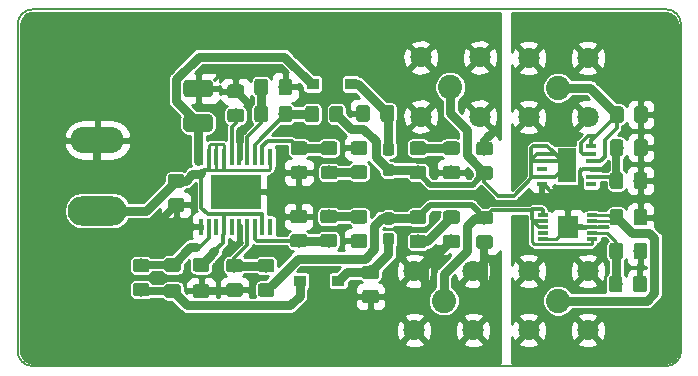
<source format=gbr>
G04 #@! TF.GenerationSoftware,KiCad,Pcbnew,(5.0.2)-1*
G04 #@! TF.CreationDate,2019-08-18T13:50:33-04:00*
G04 #@! TF.ProjectId,Dual-Rail-Op-Amp,4475616c-2d52-4616-996c-2d4f702d416d,rev?*
G04 #@! TF.SameCoordinates,Original*
G04 #@! TF.FileFunction,Copper,L1,Top*
G04 #@! TF.FilePolarity,Positive*
%FSLAX46Y46*%
G04 Gerber Fmt 4.6, Leading zero omitted, Abs format (unit mm)*
G04 Created by KiCad (PCBNEW (5.0.2)-1) date 8/18/2019 1:50:33 PM*
%MOMM*%
%LPD*%
G01*
G04 APERTURE LIST*
G04 #@! TA.AperFunction,NonConductor*
%ADD10C,0.150000*%
G04 #@! TD*
G04 #@! TA.AperFunction,EtchedComponent*
%ADD11C,0.000100*%
G04 #@! TD*
G04 #@! TA.AperFunction,ComponentPad*
%ADD12C,1.800000*%
G04 #@! TD*
G04 #@! TA.AperFunction,ComponentPad*
%ADD13C,2.050000*%
G04 #@! TD*
G04 #@! TA.AperFunction,Conductor*
%ADD14C,0.100000*%
G04 #@! TD*
G04 #@! TA.AperFunction,SMDPad,CuDef*
%ADD15C,1.150000*%
G04 #@! TD*
G04 #@! TA.AperFunction,SMDPad,CuDef*
%ADD16R,1.100000X0.950000*%
G04 #@! TD*
G04 #@! TA.AperFunction,SMDPad,CuDef*
%ADD17C,1.200000*%
G04 #@! TD*
G04 #@! TA.AperFunction,SMDPad,CuDef*
%ADD18C,1.500000*%
G04 #@! TD*
G04 #@! TA.AperFunction,SMDPad,CuDef*
%ADD19R,4.200000X3.000000*%
G04 #@! TD*
G04 #@! TA.AperFunction,SMDPad,CuDef*
%ADD20R,0.450000X1.450000*%
G04 #@! TD*
G04 #@! TA.AperFunction,SMDPad,CuDef*
%ADD21R,1.680000X1.880000*%
G04 #@! TD*
G04 #@! TA.AperFunction,SMDPad,CuDef*
%ADD22R,0.890000X0.305000*%
G04 #@! TD*
G04 #@! TA.AperFunction,SMDPad,CuDef*
%ADD23R,1.650000X2.850000*%
G04 #@! TD*
G04 #@! TA.AperFunction,SMDPad,CuDef*
%ADD24R,0.890000X0.420000*%
G04 #@! TD*
G04 #@! TA.AperFunction,SMDPad,CuDef*
%ADD25C,0.950000*%
G04 #@! TD*
G04 #@! TA.AperFunction,ComponentPad*
%ADD26O,5.000000X2.500000*%
G04 #@! TD*
G04 #@! TA.AperFunction,ComponentPad*
%ADD27O,4.500000X2.250000*%
G04 #@! TD*
G04 #@! TA.AperFunction,ViaPad*
%ADD28C,0.600000*%
G04 #@! TD*
G04 #@! TA.AperFunction,Conductor*
%ADD29C,0.650000*%
G04 #@! TD*
G04 #@! TA.AperFunction,Conductor*
%ADD30C,0.800000*%
G04 #@! TD*
G04 #@! TA.AperFunction,Conductor*
%ADD31C,0.250000*%
G04 #@! TD*
G04 #@! TA.AperFunction,Conductor*
%ADD32C,0.300000*%
G04 #@! TD*
G04 #@! TA.AperFunction,Conductor*
%ADD33C,0.500000*%
G04 #@! TD*
G04 #@! TA.AperFunction,Conductor*
%ADD34C,0.254000*%
G04 #@! TD*
G04 APERTURE END LIST*
D10*
X142989300Y-105346500D02*
X142989300Y-77724000D01*
X142989300Y-105346500D02*
G75*
G02X141693900Y-106641900I-1295400J0D01*
G01*
X141693900Y-76428600D02*
G75*
G02X142989300Y-77724000I0J-1295400D01*
G01*
X86804500Y-77724000D02*
G75*
G02X88099900Y-76428600I1295400J0D01*
G01*
X88099900Y-106641900D02*
G75*
G02X86804500Y-105346500I0J1295400D01*
G01*
X141693900Y-76428600D02*
X88099900Y-76428600D01*
X86804500Y-105346500D02*
X86804500Y-77724000D01*
X141693900Y-106641900D02*
X88099900Y-106641900D01*
D11*
G04 #@! TO.C,J1*
X91823600Y-92997400D02*
X95323600Y-92997400D01*
X95073600Y-87997400D02*
X92073600Y-87997400D01*
X95323600Y-93997400D02*
X91823600Y-93997400D01*
X91823600Y-93997400D02*
X91823600Y-92997400D01*
X92073600Y-87997400D02*
X92073600Y-86997400D01*
X92073600Y-86997400D02*
X95073600Y-86997400D01*
X95073600Y-86997400D02*
X95073600Y-87997400D01*
X95323600Y-92997400D02*
X95323600Y-93997400D01*
G04 #@! TD*
D12*
G04 #@! TO.P,J5,2*
G04 #@! TO.N,GND*
X130088000Y-85558000D03*
X130088000Y-80558000D03*
X135088000Y-80558000D03*
X135088000Y-85558000D03*
D13*
G04 #@! TO.P,J5,1*
G04 #@! TO.N,-5V*
X132588000Y-83058000D03*
G04 #@! TD*
D12*
G04 #@! TO.P,J4,2*
G04 #@! TO.N,GND*
X130088000Y-103592000D03*
X130088000Y-98592000D03*
X135088000Y-98592000D03*
X135088000Y-103592000D03*
D13*
G04 #@! TO.P,J4,1*
G04 #@! TO.N,+5V*
X132588000Y-101092000D03*
G04 #@! TD*
D12*
G04 #@! TO.P,J2,2*
G04 #@! TO.N,GND*
X120385200Y-103592000D03*
X120385200Y-98592000D03*
X125385200Y-98592000D03*
X125385200Y-103592000D03*
D13*
G04 #@! TO.P,J2,1*
G04 #@! TO.N,+6V*
X122885200Y-101092000D03*
G04 #@! TD*
D12*
G04 #@! TO.P,J3,2*
G04 #@! TO.N,GND*
X120944000Y-85507200D03*
X120944000Y-80507200D03*
X125944000Y-80507200D03*
X125944000Y-85507200D03*
D13*
G04 #@! TO.P,J3,1*
G04 #@! TO.N,-6V*
X123444000Y-83007200D03*
G04 #@! TD*
D14*
G04 #@! TO.N,GND*
G04 #@! TO.C,1Cout1*
G36*
X117162105Y-100180604D02*
X117186373Y-100184204D01*
X117210172Y-100190165D01*
X117233271Y-100198430D01*
X117255450Y-100208920D01*
X117276493Y-100221532D01*
X117296199Y-100236147D01*
X117314377Y-100252623D01*
X117330853Y-100270801D01*
X117345468Y-100290507D01*
X117358080Y-100311550D01*
X117368570Y-100333729D01*
X117376835Y-100356828D01*
X117382796Y-100380627D01*
X117386396Y-100404895D01*
X117387600Y-100429399D01*
X117387600Y-101079401D01*
X117386396Y-101103905D01*
X117382796Y-101128173D01*
X117376835Y-101151972D01*
X117368570Y-101175071D01*
X117358080Y-101197250D01*
X117345468Y-101218293D01*
X117330853Y-101237999D01*
X117314377Y-101256177D01*
X117296199Y-101272653D01*
X117276493Y-101287268D01*
X117255450Y-101299880D01*
X117233271Y-101310370D01*
X117210172Y-101318635D01*
X117186373Y-101324596D01*
X117162105Y-101328196D01*
X117137601Y-101329400D01*
X116237599Y-101329400D01*
X116213095Y-101328196D01*
X116188827Y-101324596D01*
X116165028Y-101318635D01*
X116141929Y-101310370D01*
X116119750Y-101299880D01*
X116098707Y-101287268D01*
X116079001Y-101272653D01*
X116060823Y-101256177D01*
X116044347Y-101237999D01*
X116029732Y-101218293D01*
X116017120Y-101197250D01*
X116006630Y-101175071D01*
X115998365Y-101151972D01*
X115992404Y-101128173D01*
X115988804Y-101103905D01*
X115987600Y-101079401D01*
X115987600Y-100429399D01*
X115988804Y-100404895D01*
X115992404Y-100380627D01*
X115998365Y-100356828D01*
X116006630Y-100333729D01*
X116017120Y-100311550D01*
X116029732Y-100290507D01*
X116044347Y-100270801D01*
X116060823Y-100252623D01*
X116079001Y-100236147D01*
X116098707Y-100221532D01*
X116119750Y-100208920D01*
X116141929Y-100198430D01*
X116165028Y-100190165D01*
X116188827Y-100184204D01*
X116213095Y-100180604D01*
X116237599Y-100179400D01*
X117137601Y-100179400D01*
X117162105Y-100180604D01*
X117162105Y-100180604D01*
G37*
D15*
G04 #@! TD*
G04 #@! TO.P,1Cout1,2*
G04 #@! TO.N,GND*
X116687600Y-100754400D03*
D14*
G04 #@! TO.N,Net-(1Cout1-Pad1)*
G04 #@! TO.C,1Cout1*
G36*
X117162105Y-98130604D02*
X117186373Y-98134204D01*
X117210172Y-98140165D01*
X117233271Y-98148430D01*
X117255450Y-98158920D01*
X117276493Y-98171532D01*
X117296199Y-98186147D01*
X117314377Y-98202623D01*
X117330853Y-98220801D01*
X117345468Y-98240507D01*
X117358080Y-98261550D01*
X117368570Y-98283729D01*
X117376835Y-98306828D01*
X117382796Y-98330627D01*
X117386396Y-98354895D01*
X117387600Y-98379399D01*
X117387600Y-99029401D01*
X117386396Y-99053905D01*
X117382796Y-99078173D01*
X117376835Y-99101972D01*
X117368570Y-99125071D01*
X117358080Y-99147250D01*
X117345468Y-99168293D01*
X117330853Y-99187999D01*
X117314377Y-99206177D01*
X117296199Y-99222653D01*
X117276493Y-99237268D01*
X117255450Y-99249880D01*
X117233271Y-99260370D01*
X117210172Y-99268635D01*
X117186373Y-99274596D01*
X117162105Y-99278196D01*
X117137601Y-99279400D01*
X116237599Y-99279400D01*
X116213095Y-99278196D01*
X116188827Y-99274596D01*
X116165028Y-99268635D01*
X116141929Y-99260370D01*
X116119750Y-99249880D01*
X116098707Y-99237268D01*
X116079001Y-99222653D01*
X116060823Y-99206177D01*
X116044347Y-99187999D01*
X116029732Y-99168293D01*
X116017120Y-99147250D01*
X116006630Y-99125071D01*
X115998365Y-99101972D01*
X115992404Y-99078173D01*
X115988804Y-99053905D01*
X115987600Y-99029401D01*
X115987600Y-98379399D01*
X115988804Y-98354895D01*
X115992404Y-98330627D01*
X115998365Y-98306828D01*
X116006630Y-98283729D01*
X116017120Y-98261550D01*
X116029732Y-98240507D01*
X116044347Y-98220801D01*
X116060823Y-98202623D01*
X116079001Y-98186147D01*
X116098707Y-98171532D01*
X116119750Y-98158920D01*
X116141929Y-98148430D01*
X116165028Y-98140165D01*
X116188827Y-98134204D01*
X116213095Y-98130604D01*
X116237599Y-98129400D01*
X117137601Y-98129400D01*
X117162105Y-98130604D01*
X117162105Y-98130604D01*
G37*
D15*
G04 #@! TD*
G04 #@! TO.P,1Cout1,1*
G04 #@! TO.N,Net-(1Cout1-Pad1)*
X116687600Y-98704400D03*
D16*
G04 #@! TO.P,1D1,A*
G04 #@! TO.N,Net-(1C1-Pad2)*
X110688800Y-99415600D03*
G04 #@! TO.P,1D1,K*
G04 #@! TO.N,Net-(1Cout1-Pad1)*
X113948800Y-99415600D03*
G04 #@! TD*
G04 #@! TO.P,2D1,A*
G04 #@! TO.N,Net-(2Cout1-Pad2)*
X115041000Y-82753200D03*
G04 #@! TO.P,2D1,K*
G04 #@! TO.N,/SW2*
X111781000Y-82753200D03*
G04 #@! TD*
D14*
G04 #@! TO.N,Net-(1C1-Pad2)*
G04 #@! TO.C,1L1*
G36*
X100358705Y-99680645D02*
X100387827Y-99684964D01*
X100416385Y-99692118D01*
X100444105Y-99702036D01*
X100470719Y-99714624D01*
X100495971Y-99729759D01*
X100519618Y-99747297D01*
X100541432Y-99767068D01*
X100561203Y-99788882D01*
X100578741Y-99812529D01*
X100593876Y-99837781D01*
X100606464Y-99864395D01*
X100616382Y-99892115D01*
X100623536Y-99920673D01*
X100627855Y-99949795D01*
X100629300Y-99979200D01*
X100629300Y-100579200D01*
X100627855Y-100608605D01*
X100623536Y-100637727D01*
X100616382Y-100666285D01*
X100606464Y-100694005D01*
X100593876Y-100720619D01*
X100578741Y-100745871D01*
X100561203Y-100769518D01*
X100541432Y-100791332D01*
X100519618Y-100811103D01*
X100495971Y-100828641D01*
X100470719Y-100843776D01*
X100444105Y-100856364D01*
X100416385Y-100866282D01*
X100387827Y-100873436D01*
X100358705Y-100877755D01*
X100329300Y-100879200D01*
X99529300Y-100879200D01*
X99499895Y-100877755D01*
X99470773Y-100873436D01*
X99442215Y-100866282D01*
X99414495Y-100856364D01*
X99387881Y-100843776D01*
X99362629Y-100828641D01*
X99338982Y-100811103D01*
X99317168Y-100791332D01*
X99297397Y-100769518D01*
X99279859Y-100745871D01*
X99264724Y-100720619D01*
X99252136Y-100694005D01*
X99242218Y-100666285D01*
X99235064Y-100637727D01*
X99230745Y-100608605D01*
X99229300Y-100579200D01*
X99229300Y-99979200D01*
X99230745Y-99949795D01*
X99235064Y-99920673D01*
X99242218Y-99892115D01*
X99252136Y-99864395D01*
X99264724Y-99837781D01*
X99279859Y-99812529D01*
X99297397Y-99788882D01*
X99317168Y-99767068D01*
X99338982Y-99747297D01*
X99362629Y-99729759D01*
X99387881Y-99714624D01*
X99414495Y-99702036D01*
X99442215Y-99692118D01*
X99470773Y-99684964D01*
X99499895Y-99680645D01*
X99529300Y-99679200D01*
X100329300Y-99679200D01*
X100358705Y-99680645D01*
X100358705Y-99680645D01*
G37*
D17*
G04 #@! TD*
G04 #@! TO.P,1L1,3*
G04 #@! TO.N,Net-(1C1-Pad2)*
X99929300Y-100279200D03*
D14*
G04 #@! TO.N,/SW1*
G04 #@! TO.C,1L1*
G36*
X100358705Y-97460645D02*
X100387827Y-97464964D01*
X100416385Y-97472118D01*
X100444105Y-97482036D01*
X100470719Y-97494624D01*
X100495971Y-97509759D01*
X100519618Y-97527297D01*
X100541432Y-97547068D01*
X100561203Y-97568882D01*
X100578741Y-97592529D01*
X100593876Y-97617781D01*
X100606464Y-97644395D01*
X100616382Y-97672115D01*
X100623536Y-97700673D01*
X100627855Y-97729795D01*
X100629300Y-97759200D01*
X100629300Y-98359200D01*
X100627855Y-98388605D01*
X100623536Y-98417727D01*
X100616382Y-98446285D01*
X100606464Y-98474005D01*
X100593876Y-98500619D01*
X100578741Y-98525871D01*
X100561203Y-98549518D01*
X100541432Y-98571332D01*
X100519618Y-98591103D01*
X100495971Y-98608641D01*
X100470719Y-98623776D01*
X100444105Y-98636364D01*
X100416385Y-98646282D01*
X100387827Y-98653436D01*
X100358705Y-98657755D01*
X100329300Y-98659200D01*
X99529300Y-98659200D01*
X99499895Y-98657755D01*
X99470773Y-98653436D01*
X99442215Y-98646282D01*
X99414495Y-98636364D01*
X99387881Y-98623776D01*
X99362629Y-98608641D01*
X99338982Y-98591103D01*
X99317168Y-98571332D01*
X99297397Y-98549518D01*
X99279859Y-98525871D01*
X99264724Y-98500619D01*
X99252136Y-98474005D01*
X99242218Y-98446285D01*
X99235064Y-98417727D01*
X99230745Y-98388605D01*
X99229300Y-98359200D01*
X99229300Y-97759200D01*
X99230745Y-97729795D01*
X99235064Y-97700673D01*
X99242218Y-97672115D01*
X99252136Y-97644395D01*
X99264724Y-97617781D01*
X99279859Y-97592529D01*
X99297397Y-97568882D01*
X99317168Y-97547068D01*
X99338982Y-97527297D01*
X99362629Y-97509759D01*
X99387881Y-97494624D01*
X99414495Y-97482036D01*
X99442215Y-97472118D01*
X99470773Y-97464964D01*
X99499895Y-97460645D01*
X99529300Y-97459200D01*
X100329300Y-97459200D01*
X100358705Y-97460645D01*
X100358705Y-97460645D01*
G37*
D17*
G04 #@! TD*
G04 #@! TO.P,1L1,2*
G04 #@! TO.N,/SW1*
X99929300Y-98059200D03*
D14*
G04 #@! TO.N,+3V3*
G04 #@! TO.C,1L1*
G36*
X102778705Y-97460645D02*
X102807827Y-97464964D01*
X102836385Y-97472118D01*
X102864105Y-97482036D01*
X102890719Y-97494624D01*
X102915971Y-97509759D01*
X102939618Y-97527297D01*
X102961432Y-97547068D01*
X102981203Y-97568882D01*
X102998741Y-97592529D01*
X103013876Y-97617781D01*
X103026464Y-97644395D01*
X103036382Y-97672115D01*
X103043536Y-97700673D01*
X103047855Y-97729795D01*
X103049300Y-97759200D01*
X103049300Y-98359200D01*
X103047855Y-98388605D01*
X103043536Y-98417727D01*
X103036382Y-98446285D01*
X103026464Y-98474005D01*
X103013876Y-98500619D01*
X102998741Y-98525871D01*
X102981203Y-98549518D01*
X102961432Y-98571332D01*
X102939618Y-98591103D01*
X102915971Y-98608641D01*
X102890719Y-98623776D01*
X102864105Y-98636364D01*
X102836385Y-98646282D01*
X102807827Y-98653436D01*
X102778705Y-98657755D01*
X102749300Y-98659200D01*
X101949300Y-98659200D01*
X101919895Y-98657755D01*
X101890773Y-98653436D01*
X101862215Y-98646282D01*
X101834495Y-98636364D01*
X101807881Y-98623776D01*
X101782629Y-98608641D01*
X101758982Y-98591103D01*
X101737168Y-98571332D01*
X101717397Y-98549518D01*
X101699859Y-98525871D01*
X101684724Y-98500619D01*
X101672136Y-98474005D01*
X101662218Y-98446285D01*
X101655064Y-98417727D01*
X101650745Y-98388605D01*
X101649300Y-98359200D01*
X101649300Y-97759200D01*
X101650745Y-97729795D01*
X101655064Y-97700673D01*
X101662218Y-97672115D01*
X101672136Y-97644395D01*
X101684724Y-97617781D01*
X101699859Y-97592529D01*
X101717397Y-97568882D01*
X101737168Y-97547068D01*
X101758982Y-97527297D01*
X101782629Y-97509759D01*
X101807881Y-97494624D01*
X101834495Y-97482036D01*
X101862215Y-97472118D01*
X101890773Y-97464964D01*
X101919895Y-97460645D01*
X101949300Y-97459200D01*
X102749300Y-97459200D01*
X102778705Y-97460645D01*
X102778705Y-97460645D01*
G37*
D17*
G04 #@! TD*
G04 #@! TO.P,1L1,1*
G04 #@! TO.N,+3V3*
X102349300Y-98059200D03*
D14*
G04 #@! TO.N,GND*
G04 #@! TO.C,1L1*
G36*
X102778705Y-99680645D02*
X102807827Y-99684964D01*
X102836385Y-99692118D01*
X102864105Y-99702036D01*
X102890719Y-99714624D01*
X102915971Y-99729759D01*
X102939618Y-99747297D01*
X102961432Y-99767068D01*
X102981203Y-99788882D01*
X102998741Y-99812529D01*
X103013876Y-99837781D01*
X103026464Y-99864395D01*
X103036382Y-99892115D01*
X103043536Y-99920673D01*
X103047855Y-99949795D01*
X103049300Y-99979200D01*
X103049300Y-100579200D01*
X103047855Y-100608605D01*
X103043536Y-100637727D01*
X103036382Y-100666285D01*
X103026464Y-100694005D01*
X103013876Y-100720619D01*
X102998741Y-100745871D01*
X102981203Y-100769518D01*
X102961432Y-100791332D01*
X102939618Y-100811103D01*
X102915971Y-100828641D01*
X102890719Y-100843776D01*
X102864105Y-100856364D01*
X102836385Y-100866282D01*
X102807827Y-100873436D01*
X102778705Y-100877755D01*
X102749300Y-100879200D01*
X101949300Y-100879200D01*
X101919895Y-100877755D01*
X101890773Y-100873436D01*
X101862215Y-100866282D01*
X101834495Y-100856364D01*
X101807881Y-100843776D01*
X101782629Y-100828641D01*
X101758982Y-100811103D01*
X101737168Y-100791332D01*
X101717397Y-100769518D01*
X101699859Y-100745871D01*
X101684724Y-100720619D01*
X101672136Y-100694005D01*
X101662218Y-100666285D01*
X101655064Y-100637727D01*
X101650745Y-100608605D01*
X101649300Y-100579200D01*
X101649300Y-99979200D01*
X101650745Y-99949795D01*
X101655064Y-99920673D01*
X101662218Y-99892115D01*
X101672136Y-99864395D01*
X101684724Y-99837781D01*
X101699859Y-99812529D01*
X101717397Y-99788882D01*
X101737168Y-99767068D01*
X101758982Y-99747297D01*
X101782629Y-99729759D01*
X101807881Y-99714624D01*
X101834495Y-99702036D01*
X101862215Y-99692118D01*
X101890773Y-99684964D01*
X101919895Y-99680645D01*
X101949300Y-99679200D01*
X102749300Y-99679200D01*
X102778705Y-99680645D01*
X102778705Y-99680645D01*
G37*
D17*
G04 #@! TD*
G04 #@! TO.P,1L1,4*
G04 #@! TO.N,GND*
X102349300Y-100279200D03*
D14*
G04 #@! TO.N,GND*
G04 #@! TO.C,2L1*
G36*
X103007056Y-82395006D02*
X103043459Y-82400406D01*
X103079157Y-82409347D01*
X103113806Y-82421745D01*
X103147074Y-82437480D01*
X103178639Y-82456399D01*
X103208197Y-82478321D01*
X103235465Y-82503035D01*
X103260179Y-82530303D01*
X103282101Y-82559861D01*
X103301020Y-82591426D01*
X103316755Y-82624694D01*
X103329153Y-82659343D01*
X103338094Y-82695041D01*
X103343494Y-82731444D01*
X103345300Y-82768200D01*
X103345300Y-83518200D01*
X103343494Y-83554956D01*
X103338094Y-83591359D01*
X103329153Y-83627057D01*
X103316755Y-83661706D01*
X103301020Y-83694974D01*
X103282101Y-83726539D01*
X103260179Y-83756097D01*
X103235465Y-83783365D01*
X103208197Y-83808079D01*
X103178639Y-83830001D01*
X103147074Y-83848920D01*
X103113806Y-83864655D01*
X103079157Y-83877053D01*
X103043459Y-83885994D01*
X103007056Y-83891394D01*
X102970300Y-83893200D01*
X101220300Y-83893200D01*
X101183544Y-83891394D01*
X101147141Y-83885994D01*
X101111443Y-83877053D01*
X101076794Y-83864655D01*
X101043526Y-83848920D01*
X101011961Y-83830001D01*
X100982403Y-83808079D01*
X100955135Y-83783365D01*
X100930421Y-83756097D01*
X100908499Y-83726539D01*
X100889580Y-83694974D01*
X100873845Y-83661706D01*
X100861447Y-83627057D01*
X100852506Y-83591359D01*
X100847106Y-83554956D01*
X100845300Y-83518200D01*
X100845300Y-82768200D01*
X100847106Y-82731444D01*
X100852506Y-82695041D01*
X100861447Y-82659343D01*
X100873845Y-82624694D01*
X100889580Y-82591426D01*
X100908499Y-82559861D01*
X100930421Y-82530303D01*
X100955135Y-82503035D01*
X100982403Y-82478321D01*
X101011961Y-82456399D01*
X101043526Y-82437480D01*
X101076794Y-82421745D01*
X101111443Y-82409347D01*
X101147141Y-82400406D01*
X101183544Y-82395006D01*
X101220300Y-82393200D01*
X102970300Y-82393200D01*
X103007056Y-82395006D01*
X103007056Y-82395006D01*
G37*
D18*
G04 #@! TD*
G04 #@! TO.P,2L1,2*
G04 #@! TO.N,GND*
X102095300Y-83143200D03*
D14*
G04 #@! TO.N,/SW2*
G04 #@! TO.C,2L1*
G36*
X103007056Y-85295006D02*
X103043459Y-85300406D01*
X103079157Y-85309347D01*
X103113806Y-85321745D01*
X103147074Y-85337480D01*
X103178639Y-85356399D01*
X103208197Y-85378321D01*
X103235465Y-85403035D01*
X103260179Y-85430303D01*
X103282101Y-85459861D01*
X103301020Y-85491426D01*
X103316755Y-85524694D01*
X103329153Y-85559343D01*
X103338094Y-85595041D01*
X103343494Y-85631444D01*
X103345300Y-85668200D01*
X103345300Y-86418200D01*
X103343494Y-86454956D01*
X103338094Y-86491359D01*
X103329153Y-86527057D01*
X103316755Y-86561706D01*
X103301020Y-86594974D01*
X103282101Y-86626539D01*
X103260179Y-86656097D01*
X103235465Y-86683365D01*
X103208197Y-86708079D01*
X103178639Y-86730001D01*
X103147074Y-86748920D01*
X103113806Y-86764655D01*
X103079157Y-86777053D01*
X103043459Y-86785994D01*
X103007056Y-86791394D01*
X102970300Y-86793200D01*
X101220300Y-86793200D01*
X101183544Y-86791394D01*
X101147141Y-86785994D01*
X101111443Y-86777053D01*
X101076794Y-86764655D01*
X101043526Y-86748920D01*
X101011961Y-86730001D01*
X100982403Y-86708079D01*
X100955135Y-86683365D01*
X100930421Y-86656097D01*
X100908499Y-86626539D01*
X100889580Y-86594974D01*
X100873845Y-86561706D01*
X100861447Y-86527057D01*
X100852506Y-86491359D01*
X100847106Y-86454956D01*
X100845300Y-86418200D01*
X100845300Y-85668200D01*
X100847106Y-85631444D01*
X100852506Y-85595041D01*
X100861447Y-85559343D01*
X100873845Y-85524694D01*
X100889580Y-85491426D01*
X100908499Y-85459861D01*
X100930421Y-85430303D01*
X100955135Y-85403035D01*
X100982403Y-85378321D01*
X101011961Y-85356399D01*
X101043526Y-85337480D01*
X101076794Y-85321745D01*
X101111443Y-85309347D01*
X101147141Y-85300406D01*
X101183544Y-85295006D01*
X101220300Y-85293200D01*
X102970300Y-85293200D01*
X103007056Y-85295006D01*
X103007056Y-85295006D01*
G37*
D18*
G04 #@! TD*
G04 #@! TO.P,2L1,1*
G04 #@! TO.N,/SW2*
X102095300Y-86043200D03*
D14*
G04 #@! TO.N,Net-(1C1-Pad2)*
G04 #@! TO.C,1C1*
G36*
X97743805Y-99596404D02*
X97768073Y-99600004D01*
X97791872Y-99605965D01*
X97814971Y-99614230D01*
X97837150Y-99624720D01*
X97858193Y-99637332D01*
X97877899Y-99651947D01*
X97896077Y-99668423D01*
X97912553Y-99686601D01*
X97927168Y-99706307D01*
X97939780Y-99727350D01*
X97950270Y-99749529D01*
X97958535Y-99772628D01*
X97964496Y-99796427D01*
X97968096Y-99820695D01*
X97969300Y-99845199D01*
X97969300Y-100495201D01*
X97968096Y-100519705D01*
X97964496Y-100543973D01*
X97958535Y-100567772D01*
X97950270Y-100590871D01*
X97939780Y-100613050D01*
X97927168Y-100634093D01*
X97912553Y-100653799D01*
X97896077Y-100671977D01*
X97877899Y-100688453D01*
X97858193Y-100703068D01*
X97837150Y-100715680D01*
X97814971Y-100726170D01*
X97791872Y-100734435D01*
X97768073Y-100740396D01*
X97743805Y-100743996D01*
X97719301Y-100745200D01*
X96819299Y-100745200D01*
X96794795Y-100743996D01*
X96770527Y-100740396D01*
X96746728Y-100734435D01*
X96723629Y-100726170D01*
X96701450Y-100715680D01*
X96680407Y-100703068D01*
X96660701Y-100688453D01*
X96642523Y-100671977D01*
X96626047Y-100653799D01*
X96611432Y-100634093D01*
X96598820Y-100613050D01*
X96588330Y-100590871D01*
X96580065Y-100567772D01*
X96574104Y-100543973D01*
X96570504Y-100519705D01*
X96569300Y-100495201D01*
X96569300Y-99845199D01*
X96570504Y-99820695D01*
X96574104Y-99796427D01*
X96580065Y-99772628D01*
X96588330Y-99749529D01*
X96598820Y-99727350D01*
X96611432Y-99706307D01*
X96626047Y-99686601D01*
X96642523Y-99668423D01*
X96660701Y-99651947D01*
X96680407Y-99637332D01*
X96701450Y-99624720D01*
X96723629Y-99614230D01*
X96746728Y-99605965D01*
X96770527Y-99600004D01*
X96794795Y-99596404D01*
X96819299Y-99595200D01*
X97719301Y-99595200D01*
X97743805Y-99596404D01*
X97743805Y-99596404D01*
G37*
D15*
G04 #@! TD*
G04 #@! TO.P,1C1,2*
G04 #@! TO.N,Net-(1C1-Pad2)*
X97269300Y-100170200D03*
D14*
G04 #@! TO.N,/SW1*
G04 #@! TO.C,1C1*
G36*
X97743805Y-97546404D02*
X97768073Y-97550004D01*
X97791872Y-97555965D01*
X97814971Y-97564230D01*
X97837150Y-97574720D01*
X97858193Y-97587332D01*
X97877899Y-97601947D01*
X97896077Y-97618423D01*
X97912553Y-97636601D01*
X97927168Y-97656307D01*
X97939780Y-97677350D01*
X97950270Y-97699529D01*
X97958535Y-97722628D01*
X97964496Y-97746427D01*
X97968096Y-97770695D01*
X97969300Y-97795199D01*
X97969300Y-98445201D01*
X97968096Y-98469705D01*
X97964496Y-98493973D01*
X97958535Y-98517772D01*
X97950270Y-98540871D01*
X97939780Y-98563050D01*
X97927168Y-98584093D01*
X97912553Y-98603799D01*
X97896077Y-98621977D01*
X97877899Y-98638453D01*
X97858193Y-98653068D01*
X97837150Y-98665680D01*
X97814971Y-98676170D01*
X97791872Y-98684435D01*
X97768073Y-98690396D01*
X97743805Y-98693996D01*
X97719301Y-98695200D01*
X96819299Y-98695200D01*
X96794795Y-98693996D01*
X96770527Y-98690396D01*
X96746728Y-98684435D01*
X96723629Y-98676170D01*
X96701450Y-98665680D01*
X96680407Y-98653068D01*
X96660701Y-98638453D01*
X96642523Y-98621977D01*
X96626047Y-98603799D01*
X96611432Y-98584093D01*
X96598820Y-98563050D01*
X96588330Y-98540871D01*
X96580065Y-98517772D01*
X96574104Y-98493973D01*
X96570504Y-98469705D01*
X96569300Y-98445201D01*
X96569300Y-97795199D01*
X96570504Y-97770695D01*
X96574104Y-97746427D01*
X96580065Y-97722628D01*
X96588330Y-97699529D01*
X96598820Y-97677350D01*
X96611432Y-97656307D01*
X96626047Y-97636601D01*
X96642523Y-97618423D01*
X96660701Y-97601947D01*
X96680407Y-97587332D01*
X96701450Y-97574720D01*
X96723629Y-97564230D01*
X96746728Y-97555965D01*
X96770527Y-97550004D01*
X96794795Y-97546404D01*
X96819299Y-97545200D01*
X97719301Y-97545200D01*
X97743805Y-97546404D01*
X97743805Y-97546404D01*
G37*
D15*
G04 #@! TD*
G04 #@! TO.P,1C1,1*
G04 #@! TO.N,/SW1*
X97269300Y-98120200D03*
D14*
G04 #@! TO.N,/COMP1*
G04 #@! TO.C,1Cc0*
G36*
X111078805Y-95447204D02*
X111103073Y-95450804D01*
X111126872Y-95456765D01*
X111149971Y-95465030D01*
X111172150Y-95475520D01*
X111193193Y-95488132D01*
X111212899Y-95502747D01*
X111231077Y-95519223D01*
X111247553Y-95537401D01*
X111262168Y-95557107D01*
X111274780Y-95578150D01*
X111285270Y-95600329D01*
X111293535Y-95623428D01*
X111299496Y-95647227D01*
X111303096Y-95671495D01*
X111304300Y-95695999D01*
X111304300Y-96346001D01*
X111303096Y-96370505D01*
X111299496Y-96394773D01*
X111293535Y-96418572D01*
X111285270Y-96441671D01*
X111274780Y-96463850D01*
X111262168Y-96484893D01*
X111247553Y-96504599D01*
X111231077Y-96522777D01*
X111212899Y-96539253D01*
X111193193Y-96553868D01*
X111172150Y-96566480D01*
X111149971Y-96576970D01*
X111126872Y-96585235D01*
X111103073Y-96591196D01*
X111078805Y-96594796D01*
X111054301Y-96596000D01*
X110154299Y-96596000D01*
X110129795Y-96594796D01*
X110105527Y-96591196D01*
X110081728Y-96585235D01*
X110058629Y-96576970D01*
X110036450Y-96566480D01*
X110015407Y-96553868D01*
X109995701Y-96539253D01*
X109977523Y-96522777D01*
X109961047Y-96504599D01*
X109946432Y-96484893D01*
X109933820Y-96463850D01*
X109923330Y-96441671D01*
X109915065Y-96418572D01*
X109909104Y-96394773D01*
X109905504Y-96370505D01*
X109904300Y-96346001D01*
X109904300Y-95695999D01*
X109905504Y-95671495D01*
X109909104Y-95647227D01*
X109915065Y-95623428D01*
X109923330Y-95600329D01*
X109933820Y-95578150D01*
X109946432Y-95557107D01*
X109961047Y-95537401D01*
X109977523Y-95519223D01*
X109995701Y-95502747D01*
X110015407Y-95488132D01*
X110036450Y-95475520D01*
X110058629Y-95465030D01*
X110081728Y-95456765D01*
X110105527Y-95450804D01*
X110129795Y-95447204D01*
X110154299Y-95446000D01*
X111054301Y-95446000D01*
X111078805Y-95447204D01*
X111078805Y-95447204D01*
G37*
D15*
G04 #@! TD*
G04 #@! TO.P,1Cc0,2*
G04 #@! TO.N,/COMP1*
X110604300Y-96021000D03*
D14*
G04 #@! TO.N,GND*
G04 #@! TO.C,1Cc0*
G36*
X111078805Y-93397204D02*
X111103073Y-93400804D01*
X111126872Y-93406765D01*
X111149971Y-93415030D01*
X111172150Y-93425520D01*
X111193193Y-93438132D01*
X111212899Y-93452747D01*
X111231077Y-93469223D01*
X111247553Y-93487401D01*
X111262168Y-93507107D01*
X111274780Y-93528150D01*
X111285270Y-93550329D01*
X111293535Y-93573428D01*
X111299496Y-93597227D01*
X111303096Y-93621495D01*
X111304300Y-93645999D01*
X111304300Y-94296001D01*
X111303096Y-94320505D01*
X111299496Y-94344773D01*
X111293535Y-94368572D01*
X111285270Y-94391671D01*
X111274780Y-94413850D01*
X111262168Y-94434893D01*
X111247553Y-94454599D01*
X111231077Y-94472777D01*
X111212899Y-94489253D01*
X111193193Y-94503868D01*
X111172150Y-94516480D01*
X111149971Y-94526970D01*
X111126872Y-94535235D01*
X111103073Y-94541196D01*
X111078805Y-94544796D01*
X111054301Y-94546000D01*
X110154299Y-94546000D01*
X110129795Y-94544796D01*
X110105527Y-94541196D01*
X110081728Y-94535235D01*
X110058629Y-94526970D01*
X110036450Y-94516480D01*
X110015407Y-94503868D01*
X109995701Y-94489253D01*
X109977523Y-94472777D01*
X109961047Y-94454599D01*
X109946432Y-94434893D01*
X109933820Y-94413850D01*
X109923330Y-94391671D01*
X109915065Y-94368572D01*
X109909104Y-94344773D01*
X109905504Y-94320505D01*
X109904300Y-94296001D01*
X109904300Y-93645999D01*
X109905504Y-93621495D01*
X109909104Y-93597227D01*
X109915065Y-93573428D01*
X109923330Y-93550329D01*
X109933820Y-93528150D01*
X109946432Y-93507107D01*
X109961047Y-93487401D01*
X109977523Y-93469223D01*
X109995701Y-93452747D01*
X110015407Y-93438132D01*
X110036450Y-93425520D01*
X110058629Y-93415030D01*
X110081728Y-93406765D01*
X110105527Y-93400804D01*
X110129795Y-93397204D01*
X110154299Y-93396000D01*
X111054301Y-93396000D01*
X111078805Y-93397204D01*
X111078805Y-93397204D01*
G37*
D15*
G04 #@! TD*
G04 #@! TO.P,1Cc0,1*
G04 #@! TO.N,GND*
X110604300Y-93971000D03*
D14*
G04 #@! TO.N,Net-(1Cc1-Pad2)*
G04 #@! TO.C,1Cc1*
G36*
X116196905Y-93418904D02*
X116221173Y-93422504D01*
X116244972Y-93428465D01*
X116268071Y-93436730D01*
X116290250Y-93447220D01*
X116311293Y-93459832D01*
X116330999Y-93474447D01*
X116349177Y-93490923D01*
X116365653Y-93509101D01*
X116380268Y-93528807D01*
X116392880Y-93549850D01*
X116403370Y-93572029D01*
X116411635Y-93595128D01*
X116417596Y-93618927D01*
X116421196Y-93643195D01*
X116422400Y-93667699D01*
X116422400Y-94317701D01*
X116421196Y-94342205D01*
X116417596Y-94366473D01*
X116411635Y-94390272D01*
X116403370Y-94413371D01*
X116392880Y-94435550D01*
X116380268Y-94456593D01*
X116365653Y-94476299D01*
X116349177Y-94494477D01*
X116330999Y-94510953D01*
X116311293Y-94525568D01*
X116290250Y-94538180D01*
X116268071Y-94548670D01*
X116244972Y-94556935D01*
X116221173Y-94562896D01*
X116196905Y-94566496D01*
X116172401Y-94567700D01*
X115272399Y-94567700D01*
X115247895Y-94566496D01*
X115223627Y-94562896D01*
X115199828Y-94556935D01*
X115176729Y-94548670D01*
X115154550Y-94538180D01*
X115133507Y-94525568D01*
X115113801Y-94510953D01*
X115095623Y-94494477D01*
X115079147Y-94476299D01*
X115064532Y-94456593D01*
X115051920Y-94435550D01*
X115041430Y-94413371D01*
X115033165Y-94390272D01*
X115027204Y-94366473D01*
X115023604Y-94342205D01*
X115022400Y-94317701D01*
X115022400Y-93667699D01*
X115023604Y-93643195D01*
X115027204Y-93618927D01*
X115033165Y-93595128D01*
X115041430Y-93572029D01*
X115051920Y-93549850D01*
X115064532Y-93528807D01*
X115079147Y-93509101D01*
X115095623Y-93490923D01*
X115113801Y-93474447D01*
X115133507Y-93459832D01*
X115154550Y-93447220D01*
X115176729Y-93436730D01*
X115199828Y-93428465D01*
X115223627Y-93422504D01*
X115247895Y-93418904D01*
X115272399Y-93417700D01*
X116172401Y-93417700D01*
X116196905Y-93418904D01*
X116196905Y-93418904D01*
G37*
D15*
G04 #@! TD*
G04 #@! TO.P,1Cc1,2*
G04 #@! TO.N,Net-(1Cc1-Pad2)*
X115722400Y-93992700D03*
D14*
G04 #@! TO.N,GND*
G04 #@! TO.C,1Cc1*
G36*
X116196905Y-95468904D02*
X116221173Y-95472504D01*
X116244972Y-95478465D01*
X116268071Y-95486730D01*
X116290250Y-95497220D01*
X116311293Y-95509832D01*
X116330999Y-95524447D01*
X116349177Y-95540923D01*
X116365653Y-95559101D01*
X116380268Y-95578807D01*
X116392880Y-95599850D01*
X116403370Y-95622029D01*
X116411635Y-95645128D01*
X116417596Y-95668927D01*
X116421196Y-95693195D01*
X116422400Y-95717699D01*
X116422400Y-96367701D01*
X116421196Y-96392205D01*
X116417596Y-96416473D01*
X116411635Y-96440272D01*
X116403370Y-96463371D01*
X116392880Y-96485550D01*
X116380268Y-96506593D01*
X116365653Y-96526299D01*
X116349177Y-96544477D01*
X116330999Y-96560953D01*
X116311293Y-96575568D01*
X116290250Y-96588180D01*
X116268071Y-96598670D01*
X116244972Y-96606935D01*
X116221173Y-96612896D01*
X116196905Y-96616496D01*
X116172401Y-96617700D01*
X115272399Y-96617700D01*
X115247895Y-96616496D01*
X115223627Y-96612896D01*
X115199828Y-96606935D01*
X115176729Y-96598670D01*
X115154550Y-96588180D01*
X115133507Y-96575568D01*
X115113801Y-96560953D01*
X115095623Y-96544477D01*
X115079147Y-96526299D01*
X115064532Y-96506593D01*
X115051920Y-96485550D01*
X115041430Y-96463371D01*
X115033165Y-96440272D01*
X115027204Y-96416473D01*
X115023604Y-96392205D01*
X115022400Y-96367701D01*
X115022400Y-95717699D01*
X115023604Y-95693195D01*
X115027204Y-95668927D01*
X115033165Y-95645128D01*
X115041430Y-95622029D01*
X115051920Y-95599850D01*
X115064532Y-95578807D01*
X115079147Y-95559101D01*
X115095623Y-95540923D01*
X115113801Y-95524447D01*
X115133507Y-95509832D01*
X115154550Y-95497220D01*
X115176729Y-95486730D01*
X115199828Y-95478465D01*
X115223627Y-95472504D01*
X115247895Y-95468904D01*
X115272399Y-95467700D01*
X116172401Y-95467700D01*
X116196905Y-95468904D01*
X116196905Y-95468904D01*
G37*
D15*
G04 #@! TD*
G04 #@! TO.P,1Cc1,1*
G04 #@! TO.N,GND*
X115722400Y-96042700D03*
D14*
G04 #@! TO.N,Net-(1Cc1-Pad2)*
G04 #@! TO.C,1Rc1*
G36*
X113618805Y-93388204D02*
X113643073Y-93391804D01*
X113666872Y-93397765D01*
X113689971Y-93406030D01*
X113712150Y-93416520D01*
X113733193Y-93429132D01*
X113752899Y-93443747D01*
X113771077Y-93460223D01*
X113787553Y-93478401D01*
X113802168Y-93498107D01*
X113814780Y-93519150D01*
X113825270Y-93541329D01*
X113833535Y-93564428D01*
X113839496Y-93588227D01*
X113843096Y-93612495D01*
X113844300Y-93636999D01*
X113844300Y-94287001D01*
X113843096Y-94311505D01*
X113839496Y-94335773D01*
X113833535Y-94359572D01*
X113825270Y-94382671D01*
X113814780Y-94404850D01*
X113802168Y-94425893D01*
X113787553Y-94445599D01*
X113771077Y-94463777D01*
X113752899Y-94480253D01*
X113733193Y-94494868D01*
X113712150Y-94507480D01*
X113689971Y-94517970D01*
X113666872Y-94526235D01*
X113643073Y-94532196D01*
X113618805Y-94535796D01*
X113594301Y-94537000D01*
X112694299Y-94537000D01*
X112669795Y-94535796D01*
X112645527Y-94532196D01*
X112621728Y-94526235D01*
X112598629Y-94517970D01*
X112576450Y-94507480D01*
X112555407Y-94494868D01*
X112535701Y-94480253D01*
X112517523Y-94463777D01*
X112501047Y-94445599D01*
X112486432Y-94425893D01*
X112473820Y-94404850D01*
X112463330Y-94382671D01*
X112455065Y-94359572D01*
X112449104Y-94335773D01*
X112445504Y-94311505D01*
X112444300Y-94287001D01*
X112444300Y-93636999D01*
X112445504Y-93612495D01*
X112449104Y-93588227D01*
X112455065Y-93564428D01*
X112463330Y-93541329D01*
X112473820Y-93519150D01*
X112486432Y-93498107D01*
X112501047Y-93478401D01*
X112517523Y-93460223D01*
X112535701Y-93443747D01*
X112555407Y-93429132D01*
X112576450Y-93416520D01*
X112598629Y-93406030D01*
X112621728Y-93397765D01*
X112645527Y-93391804D01*
X112669795Y-93388204D01*
X112694299Y-93387000D01*
X113594301Y-93387000D01*
X113618805Y-93388204D01*
X113618805Y-93388204D01*
G37*
D15*
G04 #@! TD*
G04 #@! TO.P,1Rc1,2*
G04 #@! TO.N,Net-(1Cc1-Pad2)*
X113144300Y-93962000D03*
D14*
G04 #@! TO.N,/COMP1*
G04 #@! TO.C,1Rc1*
G36*
X113618805Y-95438204D02*
X113643073Y-95441804D01*
X113666872Y-95447765D01*
X113689971Y-95456030D01*
X113712150Y-95466520D01*
X113733193Y-95479132D01*
X113752899Y-95493747D01*
X113771077Y-95510223D01*
X113787553Y-95528401D01*
X113802168Y-95548107D01*
X113814780Y-95569150D01*
X113825270Y-95591329D01*
X113833535Y-95614428D01*
X113839496Y-95638227D01*
X113843096Y-95662495D01*
X113844300Y-95686999D01*
X113844300Y-96337001D01*
X113843096Y-96361505D01*
X113839496Y-96385773D01*
X113833535Y-96409572D01*
X113825270Y-96432671D01*
X113814780Y-96454850D01*
X113802168Y-96475893D01*
X113787553Y-96495599D01*
X113771077Y-96513777D01*
X113752899Y-96530253D01*
X113733193Y-96544868D01*
X113712150Y-96557480D01*
X113689971Y-96567970D01*
X113666872Y-96576235D01*
X113643073Y-96582196D01*
X113618805Y-96585796D01*
X113594301Y-96587000D01*
X112694299Y-96587000D01*
X112669795Y-96585796D01*
X112645527Y-96582196D01*
X112621728Y-96576235D01*
X112598629Y-96567970D01*
X112576450Y-96557480D01*
X112555407Y-96544868D01*
X112535701Y-96530253D01*
X112517523Y-96513777D01*
X112501047Y-96495599D01*
X112486432Y-96475893D01*
X112473820Y-96454850D01*
X112463330Y-96432671D01*
X112455065Y-96409572D01*
X112449104Y-96385773D01*
X112445504Y-96361505D01*
X112444300Y-96337001D01*
X112444300Y-95686999D01*
X112445504Y-95662495D01*
X112449104Y-95638227D01*
X112455065Y-95614428D01*
X112463330Y-95591329D01*
X112473820Y-95569150D01*
X112486432Y-95548107D01*
X112501047Y-95528401D01*
X112517523Y-95510223D01*
X112535701Y-95493747D01*
X112555407Y-95479132D01*
X112576450Y-95466520D01*
X112598629Y-95456030D01*
X112621728Y-95447765D01*
X112645527Y-95441804D01*
X112669795Y-95438204D01*
X112694299Y-95437000D01*
X113594301Y-95437000D01*
X113618805Y-95438204D01*
X113618805Y-95438204D01*
G37*
D15*
G04 #@! TD*
G04 #@! TO.P,1Rc1,1*
G04 #@! TO.N,/COMP1*
X113144300Y-96012000D03*
D14*
G04 #@! TO.N,/FB1*
G04 #@! TO.C,1Rf1*
G36*
X108335605Y-97562804D02*
X108359873Y-97566404D01*
X108383672Y-97572365D01*
X108406771Y-97580630D01*
X108428950Y-97591120D01*
X108449993Y-97603732D01*
X108469699Y-97618347D01*
X108487877Y-97634823D01*
X108504353Y-97653001D01*
X108518968Y-97672707D01*
X108531580Y-97693750D01*
X108542070Y-97715929D01*
X108550335Y-97739028D01*
X108556296Y-97762827D01*
X108559896Y-97787095D01*
X108561100Y-97811599D01*
X108561100Y-98461601D01*
X108559896Y-98486105D01*
X108556296Y-98510373D01*
X108550335Y-98534172D01*
X108542070Y-98557271D01*
X108531580Y-98579450D01*
X108518968Y-98600493D01*
X108504353Y-98620199D01*
X108487877Y-98638377D01*
X108469699Y-98654853D01*
X108449993Y-98669468D01*
X108428950Y-98682080D01*
X108406771Y-98692570D01*
X108383672Y-98700835D01*
X108359873Y-98706796D01*
X108335605Y-98710396D01*
X108311101Y-98711600D01*
X107411099Y-98711600D01*
X107386595Y-98710396D01*
X107362327Y-98706796D01*
X107338528Y-98700835D01*
X107315429Y-98692570D01*
X107293250Y-98682080D01*
X107272207Y-98669468D01*
X107252501Y-98654853D01*
X107234323Y-98638377D01*
X107217847Y-98620199D01*
X107203232Y-98600493D01*
X107190620Y-98579450D01*
X107180130Y-98557271D01*
X107171865Y-98534172D01*
X107165904Y-98510373D01*
X107162304Y-98486105D01*
X107161100Y-98461601D01*
X107161100Y-97811599D01*
X107162304Y-97787095D01*
X107165904Y-97762827D01*
X107171865Y-97739028D01*
X107180130Y-97715929D01*
X107190620Y-97693750D01*
X107203232Y-97672707D01*
X107217847Y-97653001D01*
X107234323Y-97634823D01*
X107252501Y-97618347D01*
X107272207Y-97603732D01*
X107293250Y-97591120D01*
X107315429Y-97580630D01*
X107338528Y-97572365D01*
X107362327Y-97566404D01*
X107386595Y-97562804D01*
X107411099Y-97561600D01*
X108311101Y-97561600D01*
X108335605Y-97562804D01*
X108335605Y-97562804D01*
G37*
D15*
G04 #@! TD*
G04 #@! TO.P,1Rf1,2*
G04 #@! TO.N,/FB1*
X107861100Y-98136600D03*
D14*
G04 #@! TO.N,+6V*
G04 #@! TO.C,1Rf1*
G36*
X108335605Y-99612804D02*
X108359873Y-99616404D01*
X108383672Y-99622365D01*
X108406771Y-99630630D01*
X108428950Y-99641120D01*
X108449993Y-99653732D01*
X108469699Y-99668347D01*
X108487877Y-99684823D01*
X108504353Y-99703001D01*
X108518968Y-99722707D01*
X108531580Y-99743750D01*
X108542070Y-99765929D01*
X108550335Y-99789028D01*
X108556296Y-99812827D01*
X108559896Y-99837095D01*
X108561100Y-99861599D01*
X108561100Y-100511601D01*
X108559896Y-100536105D01*
X108556296Y-100560373D01*
X108550335Y-100584172D01*
X108542070Y-100607271D01*
X108531580Y-100629450D01*
X108518968Y-100650493D01*
X108504353Y-100670199D01*
X108487877Y-100688377D01*
X108469699Y-100704853D01*
X108449993Y-100719468D01*
X108428950Y-100732080D01*
X108406771Y-100742570D01*
X108383672Y-100750835D01*
X108359873Y-100756796D01*
X108335605Y-100760396D01*
X108311101Y-100761600D01*
X107411099Y-100761600D01*
X107386595Y-100760396D01*
X107362327Y-100756796D01*
X107338528Y-100750835D01*
X107315429Y-100742570D01*
X107293250Y-100732080D01*
X107272207Y-100719468D01*
X107252501Y-100704853D01*
X107234323Y-100688377D01*
X107217847Y-100670199D01*
X107203232Y-100650493D01*
X107190620Y-100629450D01*
X107180130Y-100607271D01*
X107171865Y-100584172D01*
X107165904Y-100560373D01*
X107162304Y-100536105D01*
X107161100Y-100511601D01*
X107161100Y-99861599D01*
X107162304Y-99837095D01*
X107165904Y-99812827D01*
X107171865Y-99789028D01*
X107180130Y-99765929D01*
X107190620Y-99743750D01*
X107203232Y-99722707D01*
X107217847Y-99703001D01*
X107234323Y-99684823D01*
X107252501Y-99668347D01*
X107272207Y-99653732D01*
X107293250Y-99641120D01*
X107315429Y-99630630D01*
X107338528Y-99622365D01*
X107362327Y-99616404D01*
X107386595Y-99612804D01*
X107411099Y-99611600D01*
X108311101Y-99611600D01*
X108335605Y-99612804D01*
X108335605Y-99612804D01*
G37*
D15*
G04 #@! TD*
G04 #@! TO.P,1Rf1,1*
G04 #@! TO.N,+6V*
X107861100Y-100186600D03*
D14*
G04 #@! TO.N,/FB1*
G04 #@! TO.C,1Rf2*
G36*
X105643205Y-97562804D02*
X105667473Y-97566404D01*
X105691272Y-97572365D01*
X105714371Y-97580630D01*
X105736550Y-97591120D01*
X105757593Y-97603732D01*
X105777299Y-97618347D01*
X105795477Y-97634823D01*
X105811953Y-97653001D01*
X105826568Y-97672707D01*
X105839180Y-97693750D01*
X105849670Y-97715929D01*
X105857935Y-97739028D01*
X105863896Y-97762827D01*
X105867496Y-97787095D01*
X105868700Y-97811599D01*
X105868700Y-98461601D01*
X105867496Y-98486105D01*
X105863896Y-98510373D01*
X105857935Y-98534172D01*
X105849670Y-98557271D01*
X105839180Y-98579450D01*
X105826568Y-98600493D01*
X105811953Y-98620199D01*
X105795477Y-98638377D01*
X105777299Y-98654853D01*
X105757593Y-98669468D01*
X105736550Y-98682080D01*
X105714371Y-98692570D01*
X105691272Y-98700835D01*
X105667473Y-98706796D01*
X105643205Y-98710396D01*
X105618701Y-98711600D01*
X104718699Y-98711600D01*
X104694195Y-98710396D01*
X104669927Y-98706796D01*
X104646128Y-98700835D01*
X104623029Y-98692570D01*
X104600850Y-98682080D01*
X104579807Y-98669468D01*
X104560101Y-98654853D01*
X104541923Y-98638377D01*
X104525447Y-98620199D01*
X104510832Y-98600493D01*
X104498220Y-98579450D01*
X104487730Y-98557271D01*
X104479465Y-98534172D01*
X104473504Y-98510373D01*
X104469904Y-98486105D01*
X104468700Y-98461601D01*
X104468700Y-97811599D01*
X104469904Y-97787095D01*
X104473504Y-97762827D01*
X104479465Y-97739028D01*
X104487730Y-97715929D01*
X104498220Y-97693750D01*
X104510832Y-97672707D01*
X104525447Y-97653001D01*
X104541923Y-97634823D01*
X104560101Y-97618347D01*
X104579807Y-97603732D01*
X104600850Y-97591120D01*
X104623029Y-97580630D01*
X104646128Y-97572365D01*
X104669927Y-97566404D01*
X104694195Y-97562804D01*
X104718699Y-97561600D01*
X105618701Y-97561600D01*
X105643205Y-97562804D01*
X105643205Y-97562804D01*
G37*
D15*
G04 #@! TD*
G04 #@! TO.P,1Rf2,2*
G04 #@! TO.N,/FB1*
X105168700Y-98136600D03*
D14*
G04 #@! TO.N,GND*
G04 #@! TO.C,1Rf2*
G36*
X105643205Y-99612804D02*
X105667473Y-99616404D01*
X105691272Y-99622365D01*
X105714371Y-99630630D01*
X105736550Y-99641120D01*
X105757593Y-99653732D01*
X105777299Y-99668347D01*
X105795477Y-99684823D01*
X105811953Y-99703001D01*
X105826568Y-99722707D01*
X105839180Y-99743750D01*
X105849670Y-99765929D01*
X105857935Y-99789028D01*
X105863896Y-99812827D01*
X105867496Y-99837095D01*
X105868700Y-99861599D01*
X105868700Y-100511601D01*
X105867496Y-100536105D01*
X105863896Y-100560373D01*
X105857935Y-100584172D01*
X105849670Y-100607271D01*
X105839180Y-100629450D01*
X105826568Y-100650493D01*
X105811953Y-100670199D01*
X105795477Y-100688377D01*
X105777299Y-100704853D01*
X105757593Y-100719468D01*
X105736550Y-100732080D01*
X105714371Y-100742570D01*
X105691272Y-100750835D01*
X105667473Y-100756796D01*
X105643205Y-100760396D01*
X105618701Y-100761600D01*
X104718699Y-100761600D01*
X104694195Y-100760396D01*
X104669927Y-100756796D01*
X104646128Y-100750835D01*
X104623029Y-100742570D01*
X104600850Y-100732080D01*
X104579807Y-100719468D01*
X104560101Y-100704853D01*
X104541923Y-100688377D01*
X104525447Y-100670199D01*
X104510832Y-100650493D01*
X104498220Y-100629450D01*
X104487730Y-100607271D01*
X104479465Y-100584172D01*
X104473504Y-100560373D01*
X104469904Y-100536105D01*
X104468700Y-100511601D01*
X104468700Y-99861599D01*
X104469904Y-99837095D01*
X104473504Y-99812827D01*
X104479465Y-99789028D01*
X104487730Y-99765929D01*
X104498220Y-99743750D01*
X104510832Y-99722707D01*
X104525447Y-99703001D01*
X104541923Y-99684823D01*
X104560101Y-99668347D01*
X104579807Y-99653732D01*
X104600850Y-99641120D01*
X104623029Y-99630630D01*
X104646128Y-99622365D01*
X104669927Y-99616404D01*
X104694195Y-99612804D01*
X104718699Y-99611600D01*
X105618701Y-99611600D01*
X105643205Y-99612804D01*
X105643205Y-99612804D01*
G37*
D15*
G04 #@! TD*
G04 #@! TO.P,1Rf2,1*
G04 #@! TO.N,GND*
X105168700Y-100186600D03*
D14*
G04 #@! TO.N,/COMP2*
G04 #@! TO.C,2Cc0*
G36*
X111104205Y-87615004D02*
X111128473Y-87618604D01*
X111152272Y-87624565D01*
X111175371Y-87632830D01*
X111197550Y-87643320D01*
X111218593Y-87655932D01*
X111238299Y-87670547D01*
X111256477Y-87687023D01*
X111272953Y-87705201D01*
X111287568Y-87724907D01*
X111300180Y-87745950D01*
X111310670Y-87768129D01*
X111318935Y-87791228D01*
X111324896Y-87815027D01*
X111328496Y-87839295D01*
X111329700Y-87863799D01*
X111329700Y-88513801D01*
X111328496Y-88538305D01*
X111324896Y-88562573D01*
X111318935Y-88586372D01*
X111310670Y-88609471D01*
X111300180Y-88631650D01*
X111287568Y-88652693D01*
X111272953Y-88672399D01*
X111256477Y-88690577D01*
X111238299Y-88707053D01*
X111218593Y-88721668D01*
X111197550Y-88734280D01*
X111175371Y-88744770D01*
X111152272Y-88753035D01*
X111128473Y-88758996D01*
X111104205Y-88762596D01*
X111079701Y-88763800D01*
X110179699Y-88763800D01*
X110155195Y-88762596D01*
X110130927Y-88758996D01*
X110107128Y-88753035D01*
X110084029Y-88744770D01*
X110061850Y-88734280D01*
X110040807Y-88721668D01*
X110021101Y-88707053D01*
X110002923Y-88690577D01*
X109986447Y-88672399D01*
X109971832Y-88652693D01*
X109959220Y-88631650D01*
X109948730Y-88609471D01*
X109940465Y-88586372D01*
X109934504Y-88562573D01*
X109930904Y-88538305D01*
X109929700Y-88513801D01*
X109929700Y-87863799D01*
X109930904Y-87839295D01*
X109934504Y-87815027D01*
X109940465Y-87791228D01*
X109948730Y-87768129D01*
X109959220Y-87745950D01*
X109971832Y-87724907D01*
X109986447Y-87705201D01*
X110002923Y-87687023D01*
X110021101Y-87670547D01*
X110040807Y-87655932D01*
X110061850Y-87643320D01*
X110084029Y-87632830D01*
X110107128Y-87624565D01*
X110130927Y-87618604D01*
X110155195Y-87615004D01*
X110179699Y-87613800D01*
X111079701Y-87613800D01*
X111104205Y-87615004D01*
X111104205Y-87615004D01*
G37*
D15*
G04 #@! TD*
G04 #@! TO.P,2Cc0,2*
G04 #@! TO.N,/COMP2*
X110629700Y-88188800D03*
D14*
G04 #@! TO.N,GND*
G04 #@! TO.C,2Cc0*
G36*
X111104205Y-89665004D02*
X111128473Y-89668604D01*
X111152272Y-89674565D01*
X111175371Y-89682830D01*
X111197550Y-89693320D01*
X111218593Y-89705932D01*
X111238299Y-89720547D01*
X111256477Y-89737023D01*
X111272953Y-89755201D01*
X111287568Y-89774907D01*
X111300180Y-89795950D01*
X111310670Y-89818129D01*
X111318935Y-89841228D01*
X111324896Y-89865027D01*
X111328496Y-89889295D01*
X111329700Y-89913799D01*
X111329700Y-90563801D01*
X111328496Y-90588305D01*
X111324896Y-90612573D01*
X111318935Y-90636372D01*
X111310670Y-90659471D01*
X111300180Y-90681650D01*
X111287568Y-90702693D01*
X111272953Y-90722399D01*
X111256477Y-90740577D01*
X111238299Y-90757053D01*
X111218593Y-90771668D01*
X111197550Y-90784280D01*
X111175371Y-90794770D01*
X111152272Y-90803035D01*
X111128473Y-90808996D01*
X111104205Y-90812596D01*
X111079701Y-90813800D01*
X110179699Y-90813800D01*
X110155195Y-90812596D01*
X110130927Y-90808996D01*
X110107128Y-90803035D01*
X110084029Y-90794770D01*
X110061850Y-90784280D01*
X110040807Y-90771668D01*
X110021101Y-90757053D01*
X110002923Y-90740577D01*
X109986447Y-90722399D01*
X109971832Y-90702693D01*
X109959220Y-90681650D01*
X109948730Y-90659471D01*
X109940465Y-90636372D01*
X109934504Y-90612573D01*
X109930904Y-90588305D01*
X109929700Y-90563801D01*
X109929700Y-89913799D01*
X109930904Y-89889295D01*
X109934504Y-89865027D01*
X109940465Y-89841228D01*
X109948730Y-89818129D01*
X109959220Y-89795950D01*
X109971832Y-89774907D01*
X109986447Y-89755201D01*
X110002923Y-89737023D01*
X110021101Y-89720547D01*
X110040807Y-89705932D01*
X110061850Y-89693320D01*
X110084029Y-89682830D01*
X110107128Y-89674565D01*
X110130927Y-89668604D01*
X110155195Y-89665004D01*
X110179699Y-89663800D01*
X111079701Y-89663800D01*
X111104205Y-89665004D01*
X111104205Y-89665004D01*
G37*
D15*
G04 #@! TD*
G04 #@! TO.P,2Cc0,1*
G04 #@! TO.N,GND*
X110629700Y-90238800D03*
D14*
G04 #@! TO.N,Net-(2Cc1-Pad2)*
G04 #@! TO.C,2Cc1*
G36*
X116209605Y-89647004D02*
X116233873Y-89650604D01*
X116257672Y-89656565D01*
X116280771Y-89664830D01*
X116302950Y-89675320D01*
X116323993Y-89687932D01*
X116343699Y-89702547D01*
X116361877Y-89719023D01*
X116378353Y-89737201D01*
X116392968Y-89756907D01*
X116405580Y-89777950D01*
X116416070Y-89800129D01*
X116424335Y-89823228D01*
X116430296Y-89847027D01*
X116433896Y-89871295D01*
X116435100Y-89895799D01*
X116435100Y-90545801D01*
X116433896Y-90570305D01*
X116430296Y-90594573D01*
X116424335Y-90618372D01*
X116416070Y-90641471D01*
X116405580Y-90663650D01*
X116392968Y-90684693D01*
X116378353Y-90704399D01*
X116361877Y-90722577D01*
X116343699Y-90739053D01*
X116323993Y-90753668D01*
X116302950Y-90766280D01*
X116280771Y-90776770D01*
X116257672Y-90785035D01*
X116233873Y-90790996D01*
X116209605Y-90794596D01*
X116185101Y-90795800D01*
X115285099Y-90795800D01*
X115260595Y-90794596D01*
X115236327Y-90790996D01*
X115212528Y-90785035D01*
X115189429Y-90776770D01*
X115167250Y-90766280D01*
X115146207Y-90753668D01*
X115126501Y-90739053D01*
X115108323Y-90722577D01*
X115091847Y-90704399D01*
X115077232Y-90684693D01*
X115064620Y-90663650D01*
X115054130Y-90641471D01*
X115045865Y-90618372D01*
X115039904Y-90594573D01*
X115036304Y-90570305D01*
X115035100Y-90545801D01*
X115035100Y-89895799D01*
X115036304Y-89871295D01*
X115039904Y-89847027D01*
X115045865Y-89823228D01*
X115054130Y-89800129D01*
X115064620Y-89777950D01*
X115077232Y-89756907D01*
X115091847Y-89737201D01*
X115108323Y-89719023D01*
X115126501Y-89702547D01*
X115146207Y-89687932D01*
X115167250Y-89675320D01*
X115189429Y-89664830D01*
X115212528Y-89656565D01*
X115236327Y-89650604D01*
X115260595Y-89647004D01*
X115285099Y-89645800D01*
X116185101Y-89645800D01*
X116209605Y-89647004D01*
X116209605Y-89647004D01*
G37*
D15*
G04 #@! TD*
G04 #@! TO.P,2Cc1,2*
G04 #@! TO.N,Net-(2Cc1-Pad2)*
X115735100Y-90220800D03*
D14*
G04 #@! TO.N,GND*
G04 #@! TO.C,2Cc1*
G36*
X116209605Y-87597004D02*
X116233873Y-87600604D01*
X116257672Y-87606565D01*
X116280771Y-87614830D01*
X116302950Y-87625320D01*
X116323993Y-87637932D01*
X116343699Y-87652547D01*
X116361877Y-87669023D01*
X116378353Y-87687201D01*
X116392968Y-87706907D01*
X116405580Y-87727950D01*
X116416070Y-87750129D01*
X116424335Y-87773228D01*
X116430296Y-87797027D01*
X116433896Y-87821295D01*
X116435100Y-87845799D01*
X116435100Y-88495801D01*
X116433896Y-88520305D01*
X116430296Y-88544573D01*
X116424335Y-88568372D01*
X116416070Y-88591471D01*
X116405580Y-88613650D01*
X116392968Y-88634693D01*
X116378353Y-88654399D01*
X116361877Y-88672577D01*
X116343699Y-88689053D01*
X116323993Y-88703668D01*
X116302950Y-88716280D01*
X116280771Y-88726770D01*
X116257672Y-88735035D01*
X116233873Y-88740996D01*
X116209605Y-88744596D01*
X116185101Y-88745800D01*
X115285099Y-88745800D01*
X115260595Y-88744596D01*
X115236327Y-88740996D01*
X115212528Y-88735035D01*
X115189429Y-88726770D01*
X115167250Y-88716280D01*
X115146207Y-88703668D01*
X115126501Y-88689053D01*
X115108323Y-88672577D01*
X115091847Y-88654399D01*
X115077232Y-88634693D01*
X115064620Y-88613650D01*
X115054130Y-88591471D01*
X115045865Y-88568372D01*
X115039904Y-88544573D01*
X115036304Y-88520305D01*
X115035100Y-88495801D01*
X115035100Y-87845799D01*
X115036304Y-87821295D01*
X115039904Y-87797027D01*
X115045865Y-87773228D01*
X115054130Y-87750129D01*
X115064620Y-87727950D01*
X115077232Y-87706907D01*
X115091847Y-87687201D01*
X115108323Y-87669023D01*
X115126501Y-87652547D01*
X115146207Y-87637932D01*
X115167250Y-87625320D01*
X115189429Y-87614830D01*
X115212528Y-87606565D01*
X115236327Y-87600604D01*
X115260595Y-87597004D01*
X115285099Y-87595800D01*
X116185101Y-87595800D01*
X116209605Y-87597004D01*
X116209605Y-87597004D01*
G37*
D15*
G04 #@! TD*
G04 #@! TO.P,2Cc1,1*
G04 #@! TO.N,GND*
X115735100Y-88170800D03*
D14*
G04 #@! TO.N,Net-(2Cout1-Pad2)*
G04 #@! TO.C,2Cout1*
G36*
X118459505Y-84543604D02*
X118483773Y-84547204D01*
X118507572Y-84553165D01*
X118530671Y-84561430D01*
X118552850Y-84571920D01*
X118573893Y-84584532D01*
X118593599Y-84599147D01*
X118611777Y-84615623D01*
X118628253Y-84633801D01*
X118642868Y-84653507D01*
X118655480Y-84674550D01*
X118665970Y-84696729D01*
X118674235Y-84719828D01*
X118680196Y-84743627D01*
X118683796Y-84767895D01*
X118685000Y-84792399D01*
X118685000Y-85692401D01*
X118683796Y-85716905D01*
X118680196Y-85741173D01*
X118674235Y-85764972D01*
X118665970Y-85788071D01*
X118655480Y-85810250D01*
X118642868Y-85831293D01*
X118628253Y-85850999D01*
X118611777Y-85869177D01*
X118593599Y-85885653D01*
X118573893Y-85900268D01*
X118552850Y-85912880D01*
X118530671Y-85923370D01*
X118507572Y-85931635D01*
X118483773Y-85937596D01*
X118459505Y-85941196D01*
X118435001Y-85942400D01*
X117784999Y-85942400D01*
X117760495Y-85941196D01*
X117736227Y-85937596D01*
X117712428Y-85931635D01*
X117689329Y-85923370D01*
X117667150Y-85912880D01*
X117646107Y-85900268D01*
X117626401Y-85885653D01*
X117608223Y-85869177D01*
X117591747Y-85850999D01*
X117577132Y-85831293D01*
X117564520Y-85810250D01*
X117554030Y-85788071D01*
X117545765Y-85764972D01*
X117539804Y-85741173D01*
X117536204Y-85716905D01*
X117535000Y-85692401D01*
X117535000Y-84792399D01*
X117536204Y-84767895D01*
X117539804Y-84743627D01*
X117545765Y-84719828D01*
X117554030Y-84696729D01*
X117564520Y-84674550D01*
X117577132Y-84653507D01*
X117591747Y-84633801D01*
X117608223Y-84615623D01*
X117626401Y-84599147D01*
X117646107Y-84584532D01*
X117667150Y-84571920D01*
X117689329Y-84561430D01*
X117712428Y-84553165D01*
X117736227Y-84547204D01*
X117760495Y-84543604D01*
X117784999Y-84542400D01*
X118435001Y-84542400D01*
X118459505Y-84543604D01*
X118459505Y-84543604D01*
G37*
D15*
G04 #@! TD*
G04 #@! TO.P,2Cout1,2*
G04 #@! TO.N,Net-(2Cout1-Pad2)*
X118110000Y-85242400D03*
D14*
G04 #@! TO.N,GND*
G04 #@! TO.C,2Cout1*
G36*
X116409505Y-84543604D02*
X116433773Y-84547204D01*
X116457572Y-84553165D01*
X116480671Y-84561430D01*
X116502850Y-84571920D01*
X116523893Y-84584532D01*
X116543599Y-84599147D01*
X116561777Y-84615623D01*
X116578253Y-84633801D01*
X116592868Y-84653507D01*
X116605480Y-84674550D01*
X116615970Y-84696729D01*
X116624235Y-84719828D01*
X116630196Y-84743627D01*
X116633796Y-84767895D01*
X116635000Y-84792399D01*
X116635000Y-85692401D01*
X116633796Y-85716905D01*
X116630196Y-85741173D01*
X116624235Y-85764972D01*
X116615970Y-85788071D01*
X116605480Y-85810250D01*
X116592868Y-85831293D01*
X116578253Y-85850999D01*
X116561777Y-85869177D01*
X116543599Y-85885653D01*
X116523893Y-85900268D01*
X116502850Y-85912880D01*
X116480671Y-85923370D01*
X116457572Y-85931635D01*
X116433773Y-85937596D01*
X116409505Y-85941196D01*
X116385001Y-85942400D01*
X115734999Y-85942400D01*
X115710495Y-85941196D01*
X115686227Y-85937596D01*
X115662428Y-85931635D01*
X115639329Y-85923370D01*
X115617150Y-85912880D01*
X115596107Y-85900268D01*
X115576401Y-85885653D01*
X115558223Y-85869177D01*
X115541747Y-85850999D01*
X115527132Y-85831293D01*
X115514520Y-85810250D01*
X115504030Y-85788071D01*
X115495765Y-85764972D01*
X115489804Y-85741173D01*
X115486204Y-85716905D01*
X115485000Y-85692401D01*
X115485000Y-84792399D01*
X115486204Y-84767895D01*
X115489804Y-84743627D01*
X115495765Y-84719828D01*
X115504030Y-84696729D01*
X115514520Y-84674550D01*
X115527132Y-84653507D01*
X115541747Y-84633801D01*
X115558223Y-84615623D01*
X115576401Y-84599147D01*
X115596107Y-84584532D01*
X115617150Y-84571920D01*
X115639329Y-84561430D01*
X115662428Y-84553165D01*
X115686227Y-84547204D01*
X115710495Y-84543604D01*
X115734999Y-84542400D01*
X116385001Y-84542400D01*
X116409505Y-84543604D01*
X116409505Y-84543604D01*
G37*
D15*
G04 #@! TD*
G04 #@! TO.P,2Cout1,1*
G04 #@! TO.N,GND*
X116060000Y-85242400D03*
D14*
G04 #@! TO.N,Net-(2Cc1-Pad2)*
G04 #@! TO.C,2Rc1*
G36*
X113669605Y-89665004D02*
X113693873Y-89668604D01*
X113717672Y-89674565D01*
X113740771Y-89682830D01*
X113762950Y-89693320D01*
X113783993Y-89705932D01*
X113803699Y-89720547D01*
X113821877Y-89737023D01*
X113838353Y-89755201D01*
X113852968Y-89774907D01*
X113865580Y-89795950D01*
X113876070Y-89818129D01*
X113884335Y-89841228D01*
X113890296Y-89865027D01*
X113893896Y-89889295D01*
X113895100Y-89913799D01*
X113895100Y-90563801D01*
X113893896Y-90588305D01*
X113890296Y-90612573D01*
X113884335Y-90636372D01*
X113876070Y-90659471D01*
X113865580Y-90681650D01*
X113852968Y-90702693D01*
X113838353Y-90722399D01*
X113821877Y-90740577D01*
X113803699Y-90757053D01*
X113783993Y-90771668D01*
X113762950Y-90784280D01*
X113740771Y-90794770D01*
X113717672Y-90803035D01*
X113693873Y-90808996D01*
X113669605Y-90812596D01*
X113645101Y-90813800D01*
X112745099Y-90813800D01*
X112720595Y-90812596D01*
X112696327Y-90808996D01*
X112672528Y-90803035D01*
X112649429Y-90794770D01*
X112627250Y-90784280D01*
X112606207Y-90771668D01*
X112586501Y-90757053D01*
X112568323Y-90740577D01*
X112551847Y-90722399D01*
X112537232Y-90702693D01*
X112524620Y-90681650D01*
X112514130Y-90659471D01*
X112505865Y-90636372D01*
X112499904Y-90612573D01*
X112496304Y-90588305D01*
X112495100Y-90563801D01*
X112495100Y-89913799D01*
X112496304Y-89889295D01*
X112499904Y-89865027D01*
X112505865Y-89841228D01*
X112514130Y-89818129D01*
X112524620Y-89795950D01*
X112537232Y-89774907D01*
X112551847Y-89755201D01*
X112568323Y-89737023D01*
X112586501Y-89720547D01*
X112606207Y-89705932D01*
X112627250Y-89693320D01*
X112649429Y-89682830D01*
X112672528Y-89674565D01*
X112696327Y-89668604D01*
X112720595Y-89665004D01*
X112745099Y-89663800D01*
X113645101Y-89663800D01*
X113669605Y-89665004D01*
X113669605Y-89665004D01*
G37*
D15*
G04 #@! TD*
G04 #@! TO.P,2Rc1,2*
G04 #@! TO.N,Net-(2Cc1-Pad2)*
X113195100Y-90238800D03*
D14*
G04 #@! TO.N,/COMP2*
G04 #@! TO.C,2Rc1*
G36*
X113669605Y-87615004D02*
X113693873Y-87618604D01*
X113717672Y-87624565D01*
X113740771Y-87632830D01*
X113762950Y-87643320D01*
X113783993Y-87655932D01*
X113803699Y-87670547D01*
X113821877Y-87687023D01*
X113838353Y-87705201D01*
X113852968Y-87724907D01*
X113865580Y-87745950D01*
X113876070Y-87768129D01*
X113884335Y-87791228D01*
X113890296Y-87815027D01*
X113893896Y-87839295D01*
X113895100Y-87863799D01*
X113895100Y-88513801D01*
X113893896Y-88538305D01*
X113890296Y-88562573D01*
X113884335Y-88586372D01*
X113876070Y-88609471D01*
X113865580Y-88631650D01*
X113852968Y-88652693D01*
X113838353Y-88672399D01*
X113821877Y-88690577D01*
X113803699Y-88707053D01*
X113783993Y-88721668D01*
X113762950Y-88734280D01*
X113740771Y-88744770D01*
X113717672Y-88753035D01*
X113693873Y-88758996D01*
X113669605Y-88762596D01*
X113645101Y-88763800D01*
X112745099Y-88763800D01*
X112720595Y-88762596D01*
X112696327Y-88758996D01*
X112672528Y-88753035D01*
X112649429Y-88744770D01*
X112627250Y-88734280D01*
X112606207Y-88721668D01*
X112586501Y-88707053D01*
X112568323Y-88690577D01*
X112551847Y-88672399D01*
X112537232Y-88652693D01*
X112524620Y-88631650D01*
X112514130Y-88609471D01*
X112505865Y-88586372D01*
X112499904Y-88562573D01*
X112496304Y-88538305D01*
X112495100Y-88513801D01*
X112495100Y-87863799D01*
X112496304Y-87839295D01*
X112499904Y-87815027D01*
X112505865Y-87791228D01*
X112514130Y-87768129D01*
X112524620Y-87745950D01*
X112537232Y-87724907D01*
X112551847Y-87705201D01*
X112568323Y-87687023D01*
X112586501Y-87670547D01*
X112606207Y-87655932D01*
X112627250Y-87643320D01*
X112649429Y-87632830D01*
X112672528Y-87624565D01*
X112696327Y-87618604D01*
X112720595Y-87615004D01*
X112745099Y-87613800D01*
X113645101Y-87613800D01*
X113669605Y-87615004D01*
X113669605Y-87615004D01*
G37*
D15*
G04 #@! TD*
G04 #@! TO.P,2Rc1,1*
G04 #@! TO.N,/COMP2*
X113195100Y-88188800D03*
D14*
G04 #@! TO.N,/FB2*
G04 #@! TO.C,2Rf1*
G36*
X112087805Y-84594404D02*
X112112073Y-84598004D01*
X112135872Y-84603965D01*
X112158971Y-84612230D01*
X112181150Y-84622720D01*
X112202193Y-84635332D01*
X112221899Y-84649947D01*
X112240077Y-84666423D01*
X112256553Y-84684601D01*
X112271168Y-84704307D01*
X112283780Y-84725350D01*
X112294270Y-84747529D01*
X112302535Y-84770628D01*
X112308496Y-84794427D01*
X112312096Y-84818695D01*
X112313300Y-84843199D01*
X112313300Y-85743201D01*
X112312096Y-85767705D01*
X112308496Y-85791973D01*
X112302535Y-85815772D01*
X112294270Y-85838871D01*
X112283780Y-85861050D01*
X112271168Y-85882093D01*
X112256553Y-85901799D01*
X112240077Y-85919977D01*
X112221899Y-85936453D01*
X112202193Y-85951068D01*
X112181150Y-85963680D01*
X112158971Y-85974170D01*
X112135872Y-85982435D01*
X112112073Y-85988396D01*
X112087805Y-85991996D01*
X112063301Y-85993200D01*
X111413299Y-85993200D01*
X111388795Y-85991996D01*
X111364527Y-85988396D01*
X111340728Y-85982435D01*
X111317629Y-85974170D01*
X111295450Y-85963680D01*
X111274407Y-85951068D01*
X111254701Y-85936453D01*
X111236523Y-85919977D01*
X111220047Y-85901799D01*
X111205432Y-85882093D01*
X111192820Y-85861050D01*
X111182330Y-85838871D01*
X111174065Y-85815772D01*
X111168104Y-85791973D01*
X111164504Y-85767705D01*
X111163300Y-85743201D01*
X111163300Y-84843199D01*
X111164504Y-84818695D01*
X111168104Y-84794427D01*
X111174065Y-84770628D01*
X111182330Y-84747529D01*
X111192820Y-84725350D01*
X111205432Y-84704307D01*
X111220047Y-84684601D01*
X111236523Y-84666423D01*
X111254701Y-84649947D01*
X111274407Y-84635332D01*
X111295450Y-84622720D01*
X111317629Y-84612230D01*
X111340728Y-84603965D01*
X111364527Y-84598004D01*
X111388795Y-84594404D01*
X111413299Y-84593200D01*
X112063301Y-84593200D01*
X112087805Y-84594404D01*
X112087805Y-84594404D01*
G37*
D15*
G04 #@! TD*
G04 #@! TO.P,2Rf1,2*
G04 #@! TO.N,/FB2*
X111738300Y-85293200D03*
D14*
G04 #@! TO.N,-6V*
G04 #@! TO.C,2Rf1*
G36*
X114137805Y-84594404D02*
X114162073Y-84598004D01*
X114185872Y-84603965D01*
X114208971Y-84612230D01*
X114231150Y-84622720D01*
X114252193Y-84635332D01*
X114271899Y-84649947D01*
X114290077Y-84666423D01*
X114306553Y-84684601D01*
X114321168Y-84704307D01*
X114333780Y-84725350D01*
X114344270Y-84747529D01*
X114352535Y-84770628D01*
X114358496Y-84794427D01*
X114362096Y-84818695D01*
X114363300Y-84843199D01*
X114363300Y-85743201D01*
X114362096Y-85767705D01*
X114358496Y-85791973D01*
X114352535Y-85815772D01*
X114344270Y-85838871D01*
X114333780Y-85861050D01*
X114321168Y-85882093D01*
X114306553Y-85901799D01*
X114290077Y-85919977D01*
X114271899Y-85936453D01*
X114252193Y-85951068D01*
X114231150Y-85963680D01*
X114208971Y-85974170D01*
X114185872Y-85982435D01*
X114162073Y-85988396D01*
X114137805Y-85991996D01*
X114113301Y-85993200D01*
X113463299Y-85993200D01*
X113438795Y-85991996D01*
X113414527Y-85988396D01*
X113390728Y-85982435D01*
X113367629Y-85974170D01*
X113345450Y-85963680D01*
X113324407Y-85951068D01*
X113304701Y-85936453D01*
X113286523Y-85919977D01*
X113270047Y-85901799D01*
X113255432Y-85882093D01*
X113242820Y-85861050D01*
X113232330Y-85838871D01*
X113224065Y-85815772D01*
X113218104Y-85791973D01*
X113214504Y-85767705D01*
X113213300Y-85743201D01*
X113213300Y-84843199D01*
X113214504Y-84818695D01*
X113218104Y-84794427D01*
X113224065Y-84770628D01*
X113232330Y-84747529D01*
X113242820Y-84725350D01*
X113255432Y-84704307D01*
X113270047Y-84684601D01*
X113286523Y-84666423D01*
X113304701Y-84649947D01*
X113324407Y-84635332D01*
X113345450Y-84622720D01*
X113367629Y-84612230D01*
X113390728Y-84603965D01*
X113414527Y-84598004D01*
X113438795Y-84594404D01*
X113463299Y-84593200D01*
X114113301Y-84593200D01*
X114137805Y-84594404D01*
X114137805Y-84594404D01*
G37*
D15*
G04 #@! TD*
G04 #@! TO.P,2Rf1,1*
G04 #@! TO.N,-6V*
X113788300Y-85293200D03*
D14*
G04 #@! TO.N,/FB2*
G04 #@! TO.C,2Rf2*
G36*
X109828805Y-84594404D02*
X109853073Y-84598004D01*
X109876872Y-84603965D01*
X109899971Y-84612230D01*
X109922150Y-84622720D01*
X109943193Y-84635332D01*
X109962899Y-84649947D01*
X109981077Y-84666423D01*
X109997553Y-84684601D01*
X110012168Y-84704307D01*
X110024780Y-84725350D01*
X110035270Y-84747529D01*
X110043535Y-84770628D01*
X110049496Y-84794427D01*
X110053096Y-84818695D01*
X110054300Y-84843199D01*
X110054300Y-85743201D01*
X110053096Y-85767705D01*
X110049496Y-85791973D01*
X110043535Y-85815772D01*
X110035270Y-85838871D01*
X110024780Y-85861050D01*
X110012168Y-85882093D01*
X109997553Y-85901799D01*
X109981077Y-85919977D01*
X109962899Y-85936453D01*
X109943193Y-85951068D01*
X109922150Y-85963680D01*
X109899971Y-85974170D01*
X109876872Y-85982435D01*
X109853073Y-85988396D01*
X109828805Y-85991996D01*
X109804301Y-85993200D01*
X109154299Y-85993200D01*
X109129795Y-85991996D01*
X109105527Y-85988396D01*
X109081728Y-85982435D01*
X109058629Y-85974170D01*
X109036450Y-85963680D01*
X109015407Y-85951068D01*
X108995701Y-85936453D01*
X108977523Y-85919977D01*
X108961047Y-85901799D01*
X108946432Y-85882093D01*
X108933820Y-85861050D01*
X108923330Y-85838871D01*
X108915065Y-85815772D01*
X108909104Y-85791973D01*
X108905504Y-85767705D01*
X108904300Y-85743201D01*
X108904300Y-84843199D01*
X108905504Y-84818695D01*
X108909104Y-84794427D01*
X108915065Y-84770628D01*
X108923330Y-84747529D01*
X108933820Y-84725350D01*
X108946432Y-84704307D01*
X108961047Y-84684601D01*
X108977523Y-84666423D01*
X108995701Y-84649947D01*
X109015407Y-84635332D01*
X109036450Y-84622720D01*
X109058629Y-84612230D01*
X109081728Y-84603965D01*
X109105527Y-84598004D01*
X109129795Y-84594404D01*
X109154299Y-84593200D01*
X109804301Y-84593200D01*
X109828805Y-84594404D01*
X109828805Y-84594404D01*
G37*
D15*
G04 #@! TD*
G04 #@! TO.P,2Rf2,2*
G04 #@! TO.N,/FB2*
X109479300Y-85293200D03*
D14*
G04 #@! TO.N,/VREF*
G04 #@! TO.C,2Rf2*
G36*
X107778805Y-84594404D02*
X107803073Y-84598004D01*
X107826872Y-84603965D01*
X107849971Y-84612230D01*
X107872150Y-84622720D01*
X107893193Y-84635332D01*
X107912899Y-84649947D01*
X107931077Y-84666423D01*
X107947553Y-84684601D01*
X107962168Y-84704307D01*
X107974780Y-84725350D01*
X107985270Y-84747529D01*
X107993535Y-84770628D01*
X107999496Y-84794427D01*
X108003096Y-84818695D01*
X108004300Y-84843199D01*
X108004300Y-85743201D01*
X108003096Y-85767705D01*
X107999496Y-85791973D01*
X107993535Y-85815772D01*
X107985270Y-85838871D01*
X107974780Y-85861050D01*
X107962168Y-85882093D01*
X107947553Y-85901799D01*
X107931077Y-85919977D01*
X107912899Y-85936453D01*
X107893193Y-85951068D01*
X107872150Y-85963680D01*
X107849971Y-85974170D01*
X107826872Y-85982435D01*
X107803073Y-85988396D01*
X107778805Y-85991996D01*
X107754301Y-85993200D01*
X107104299Y-85993200D01*
X107079795Y-85991996D01*
X107055527Y-85988396D01*
X107031728Y-85982435D01*
X107008629Y-85974170D01*
X106986450Y-85963680D01*
X106965407Y-85951068D01*
X106945701Y-85936453D01*
X106927523Y-85919977D01*
X106911047Y-85901799D01*
X106896432Y-85882093D01*
X106883820Y-85861050D01*
X106873330Y-85838871D01*
X106865065Y-85815772D01*
X106859104Y-85791973D01*
X106855504Y-85767705D01*
X106854300Y-85743201D01*
X106854300Y-84843199D01*
X106855504Y-84818695D01*
X106859104Y-84794427D01*
X106865065Y-84770628D01*
X106873330Y-84747529D01*
X106883820Y-84725350D01*
X106896432Y-84704307D01*
X106911047Y-84684601D01*
X106927523Y-84666423D01*
X106945701Y-84649947D01*
X106965407Y-84635332D01*
X106986450Y-84622720D01*
X107008629Y-84612230D01*
X107031728Y-84603965D01*
X107055527Y-84598004D01*
X107079795Y-84594404D01*
X107104299Y-84593200D01*
X107754301Y-84593200D01*
X107778805Y-84594404D01*
X107778805Y-84594404D01*
G37*
D15*
G04 #@! TD*
G04 #@! TO.P,2Rf2,1*
G04 #@! TO.N,/VREF*
X107429300Y-85293200D03*
D14*
G04 #@! TO.N,GND*
G04 #@! TO.C,Cin1*
G36*
X100715605Y-92424604D02*
X100739873Y-92428204D01*
X100763672Y-92434165D01*
X100786771Y-92442430D01*
X100808950Y-92452920D01*
X100829993Y-92465532D01*
X100849699Y-92480147D01*
X100867877Y-92496623D01*
X100884353Y-92514801D01*
X100898968Y-92534507D01*
X100911580Y-92555550D01*
X100922070Y-92577729D01*
X100930335Y-92600828D01*
X100936296Y-92624627D01*
X100939896Y-92648895D01*
X100941100Y-92673399D01*
X100941100Y-93323401D01*
X100939896Y-93347905D01*
X100936296Y-93372173D01*
X100930335Y-93395972D01*
X100922070Y-93419071D01*
X100911580Y-93441250D01*
X100898968Y-93462293D01*
X100884353Y-93481999D01*
X100867877Y-93500177D01*
X100849699Y-93516653D01*
X100829993Y-93531268D01*
X100808950Y-93543880D01*
X100786771Y-93554370D01*
X100763672Y-93562635D01*
X100739873Y-93568596D01*
X100715605Y-93572196D01*
X100691101Y-93573400D01*
X99791099Y-93573400D01*
X99766595Y-93572196D01*
X99742327Y-93568596D01*
X99718528Y-93562635D01*
X99695429Y-93554370D01*
X99673250Y-93543880D01*
X99652207Y-93531268D01*
X99632501Y-93516653D01*
X99614323Y-93500177D01*
X99597847Y-93481999D01*
X99583232Y-93462293D01*
X99570620Y-93441250D01*
X99560130Y-93419071D01*
X99551865Y-93395972D01*
X99545904Y-93372173D01*
X99542304Y-93347905D01*
X99541100Y-93323401D01*
X99541100Y-92673399D01*
X99542304Y-92648895D01*
X99545904Y-92624627D01*
X99551865Y-92600828D01*
X99560130Y-92577729D01*
X99570620Y-92555550D01*
X99583232Y-92534507D01*
X99597847Y-92514801D01*
X99614323Y-92496623D01*
X99632501Y-92480147D01*
X99652207Y-92465532D01*
X99673250Y-92452920D01*
X99695429Y-92442430D01*
X99718528Y-92434165D01*
X99742327Y-92428204D01*
X99766595Y-92424604D01*
X99791099Y-92423400D01*
X100691101Y-92423400D01*
X100715605Y-92424604D01*
X100715605Y-92424604D01*
G37*
D15*
G04 #@! TD*
G04 #@! TO.P,Cin1,2*
G04 #@! TO.N,GND*
X100241100Y-92998400D03*
D14*
G04 #@! TO.N,+3V3*
G04 #@! TO.C,Cin1*
G36*
X100715605Y-90374604D02*
X100739873Y-90378204D01*
X100763672Y-90384165D01*
X100786771Y-90392430D01*
X100808950Y-90402920D01*
X100829993Y-90415532D01*
X100849699Y-90430147D01*
X100867877Y-90446623D01*
X100884353Y-90464801D01*
X100898968Y-90484507D01*
X100911580Y-90505550D01*
X100922070Y-90527729D01*
X100930335Y-90550828D01*
X100936296Y-90574627D01*
X100939896Y-90598895D01*
X100941100Y-90623399D01*
X100941100Y-91273401D01*
X100939896Y-91297905D01*
X100936296Y-91322173D01*
X100930335Y-91345972D01*
X100922070Y-91369071D01*
X100911580Y-91391250D01*
X100898968Y-91412293D01*
X100884353Y-91431999D01*
X100867877Y-91450177D01*
X100849699Y-91466653D01*
X100829993Y-91481268D01*
X100808950Y-91493880D01*
X100786771Y-91504370D01*
X100763672Y-91512635D01*
X100739873Y-91518596D01*
X100715605Y-91522196D01*
X100691101Y-91523400D01*
X99791099Y-91523400D01*
X99766595Y-91522196D01*
X99742327Y-91518596D01*
X99718528Y-91512635D01*
X99695429Y-91504370D01*
X99673250Y-91493880D01*
X99652207Y-91481268D01*
X99632501Y-91466653D01*
X99614323Y-91450177D01*
X99597847Y-91431999D01*
X99583232Y-91412293D01*
X99570620Y-91391250D01*
X99560130Y-91369071D01*
X99551865Y-91345972D01*
X99545904Y-91322173D01*
X99542304Y-91297905D01*
X99541100Y-91273401D01*
X99541100Y-90623399D01*
X99542304Y-90598895D01*
X99545904Y-90574627D01*
X99551865Y-90550828D01*
X99560130Y-90527729D01*
X99570620Y-90505550D01*
X99583232Y-90484507D01*
X99597847Y-90464801D01*
X99614323Y-90446623D01*
X99632501Y-90430147D01*
X99652207Y-90415532D01*
X99673250Y-90402920D01*
X99695429Y-90392430D01*
X99718528Y-90384165D01*
X99742327Y-90378204D01*
X99766595Y-90374604D01*
X99791099Y-90373400D01*
X100691101Y-90373400D01*
X100715605Y-90374604D01*
X100715605Y-90374604D01*
G37*
D15*
G04 #@! TD*
G04 #@! TO.P,Cin1,1*
G04 #@! TO.N,+3V3*
X100241100Y-90948400D03*
D14*
G04 #@! TO.N,GND*
G04 #@! TO.C,Cregout1*
G36*
X139902405Y-93332004D02*
X139926673Y-93335604D01*
X139950472Y-93341565D01*
X139973571Y-93349830D01*
X139995750Y-93360320D01*
X140016793Y-93372932D01*
X140036499Y-93387547D01*
X140054677Y-93404023D01*
X140071153Y-93422201D01*
X140085768Y-93441907D01*
X140098380Y-93462950D01*
X140108870Y-93485129D01*
X140117135Y-93508228D01*
X140123096Y-93532027D01*
X140126696Y-93556295D01*
X140127900Y-93580799D01*
X140127900Y-94480801D01*
X140126696Y-94505305D01*
X140123096Y-94529573D01*
X140117135Y-94553372D01*
X140108870Y-94576471D01*
X140098380Y-94598650D01*
X140085768Y-94619693D01*
X140071153Y-94639399D01*
X140054677Y-94657577D01*
X140036499Y-94674053D01*
X140016793Y-94688668D01*
X139995750Y-94701280D01*
X139973571Y-94711770D01*
X139950472Y-94720035D01*
X139926673Y-94725996D01*
X139902405Y-94729596D01*
X139877901Y-94730800D01*
X139227899Y-94730800D01*
X139203395Y-94729596D01*
X139179127Y-94725996D01*
X139155328Y-94720035D01*
X139132229Y-94711770D01*
X139110050Y-94701280D01*
X139089007Y-94688668D01*
X139069301Y-94674053D01*
X139051123Y-94657577D01*
X139034647Y-94639399D01*
X139020032Y-94619693D01*
X139007420Y-94598650D01*
X138996930Y-94576471D01*
X138988665Y-94553372D01*
X138982704Y-94529573D01*
X138979104Y-94505305D01*
X138977900Y-94480801D01*
X138977900Y-93580799D01*
X138979104Y-93556295D01*
X138982704Y-93532027D01*
X138988665Y-93508228D01*
X138996930Y-93485129D01*
X139007420Y-93462950D01*
X139020032Y-93441907D01*
X139034647Y-93422201D01*
X139051123Y-93404023D01*
X139069301Y-93387547D01*
X139089007Y-93372932D01*
X139110050Y-93360320D01*
X139132229Y-93349830D01*
X139155328Y-93341565D01*
X139179127Y-93335604D01*
X139203395Y-93332004D01*
X139227899Y-93330800D01*
X139877901Y-93330800D01*
X139902405Y-93332004D01*
X139902405Y-93332004D01*
G37*
D15*
G04 #@! TD*
G04 #@! TO.P,Cregout1,1*
G04 #@! TO.N,GND*
X139552900Y-94030800D03*
D14*
G04 #@! TO.N,+5V*
G04 #@! TO.C,Cregout1*
G36*
X137852405Y-93332004D02*
X137876673Y-93335604D01*
X137900472Y-93341565D01*
X137923571Y-93349830D01*
X137945750Y-93360320D01*
X137966793Y-93372932D01*
X137986499Y-93387547D01*
X138004677Y-93404023D01*
X138021153Y-93422201D01*
X138035768Y-93441907D01*
X138048380Y-93462950D01*
X138058870Y-93485129D01*
X138067135Y-93508228D01*
X138073096Y-93532027D01*
X138076696Y-93556295D01*
X138077900Y-93580799D01*
X138077900Y-94480801D01*
X138076696Y-94505305D01*
X138073096Y-94529573D01*
X138067135Y-94553372D01*
X138058870Y-94576471D01*
X138048380Y-94598650D01*
X138035768Y-94619693D01*
X138021153Y-94639399D01*
X138004677Y-94657577D01*
X137986499Y-94674053D01*
X137966793Y-94688668D01*
X137945750Y-94701280D01*
X137923571Y-94711770D01*
X137900472Y-94720035D01*
X137876673Y-94725996D01*
X137852405Y-94729596D01*
X137827901Y-94730800D01*
X137177899Y-94730800D01*
X137153395Y-94729596D01*
X137129127Y-94725996D01*
X137105328Y-94720035D01*
X137082229Y-94711770D01*
X137060050Y-94701280D01*
X137039007Y-94688668D01*
X137019301Y-94674053D01*
X137001123Y-94657577D01*
X136984647Y-94639399D01*
X136970032Y-94619693D01*
X136957420Y-94598650D01*
X136946930Y-94576471D01*
X136938665Y-94553372D01*
X136932704Y-94529573D01*
X136929104Y-94505305D01*
X136927900Y-94480801D01*
X136927900Y-93580799D01*
X136929104Y-93556295D01*
X136932704Y-93532027D01*
X136938665Y-93508228D01*
X136946930Y-93485129D01*
X136957420Y-93462950D01*
X136970032Y-93441907D01*
X136984647Y-93422201D01*
X137001123Y-93404023D01*
X137019301Y-93387547D01*
X137039007Y-93372932D01*
X137060050Y-93360320D01*
X137082229Y-93349830D01*
X137105328Y-93341565D01*
X137129127Y-93335604D01*
X137153395Y-93332004D01*
X137177899Y-93330800D01*
X137827901Y-93330800D01*
X137852405Y-93332004D01*
X137852405Y-93332004D01*
G37*
D15*
G04 #@! TD*
G04 #@! TO.P,Cregout1,2*
G04 #@! TO.N,+5V*
X137502900Y-94030800D03*
D14*
G04 #@! TO.N,-5V*
G04 #@! TO.C,Cregout2*
G36*
X137890505Y-84645204D02*
X137914773Y-84648804D01*
X137938572Y-84654765D01*
X137961671Y-84663030D01*
X137983850Y-84673520D01*
X138004893Y-84686132D01*
X138024599Y-84700747D01*
X138042777Y-84717223D01*
X138059253Y-84735401D01*
X138073868Y-84755107D01*
X138086480Y-84776150D01*
X138096970Y-84798329D01*
X138105235Y-84821428D01*
X138111196Y-84845227D01*
X138114796Y-84869495D01*
X138116000Y-84893999D01*
X138116000Y-85794001D01*
X138114796Y-85818505D01*
X138111196Y-85842773D01*
X138105235Y-85866572D01*
X138096970Y-85889671D01*
X138086480Y-85911850D01*
X138073868Y-85932893D01*
X138059253Y-85952599D01*
X138042777Y-85970777D01*
X138024599Y-85987253D01*
X138004893Y-86001868D01*
X137983850Y-86014480D01*
X137961671Y-86024970D01*
X137938572Y-86033235D01*
X137914773Y-86039196D01*
X137890505Y-86042796D01*
X137866001Y-86044000D01*
X137215999Y-86044000D01*
X137191495Y-86042796D01*
X137167227Y-86039196D01*
X137143428Y-86033235D01*
X137120329Y-86024970D01*
X137098150Y-86014480D01*
X137077107Y-86001868D01*
X137057401Y-85987253D01*
X137039223Y-85970777D01*
X137022747Y-85952599D01*
X137008132Y-85932893D01*
X136995520Y-85911850D01*
X136985030Y-85889671D01*
X136976765Y-85866572D01*
X136970804Y-85842773D01*
X136967204Y-85818505D01*
X136966000Y-85794001D01*
X136966000Y-84893999D01*
X136967204Y-84869495D01*
X136970804Y-84845227D01*
X136976765Y-84821428D01*
X136985030Y-84798329D01*
X136995520Y-84776150D01*
X137008132Y-84755107D01*
X137022747Y-84735401D01*
X137039223Y-84717223D01*
X137057401Y-84700747D01*
X137077107Y-84686132D01*
X137098150Y-84673520D01*
X137120329Y-84663030D01*
X137143428Y-84654765D01*
X137167227Y-84648804D01*
X137191495Y-84645204D01*
X137215999Y-84644000D01*
X137866001Y-84644000D01*
X137890505Y-84645204D01*
X137890505Y-84645204D01*
G37*
D15*
G04 #@! TD*
G04 #@! TO.P,Cregout2,2*
G04 #@! TO.N,-5V*
X137541000Y-85344000D03*
D14*
G04 #@! TO.N,GND*
G04 #@! TO.C,Cregout2*
G36*
X139940505Y-84645204D02*
X139964773Y-84648804D01*
X139988572Y-84654765D01*
X140011671Y-84663030D01*
X140033850Y-84673520D01*
X140054893Y-84686132D01*
X140074599Y-84700747D01*
X140092777Y-84717223D01*
X140109253Y-84735401D01*
X140123868Y-84755107D01*
X140136480Y-84776150D01*
X140146970Y-84798329D01*
X140155235Y-84821428D01*
X140161196Y-84845227D01*
X140164796Y-84869495D01*
X140166000Y-84893999D01*
X140166000Y-85794001D01*
X140164796Y-85818505D01*
X140161196Y-85842773D01*
X140155235Y-85866572D01*
X140146970Y-85889671D01*
X140136480Y-85911850D01*
X140123868Y-85932893D01*
X140109253Y-85952599D01*
X140092777Y-85970777D01*
X140074599Y-85987253D01*
X140054893Y-86001868D01*
X140033850Y-86014480D01*
X140011671Y-86024970D01*
X139988572Y-86033235D01*
X139964773Y-86039196D01*
X139940505Y-86042796D01*
X139916001Y-86044000D01*
X139265999Y-86044000D01*
X139241495Y-86042796D01*
X139217227Y-86039196D01*
X139193428Y-86033235D01*
X139170329Y-86024970D01*
X139148150Y-86014480D01*
X139127107Y-86001868D01*
X139107401Y-85987253D01*
X139089223Y-85970777D01*
X139072747Y-85952599D01*
X139058132Y-85932893D01*
X139045520Y-85911850D01*
X139035030Y-85889671D01*
X139026765Y-85866572D01*
X139020804Y-85842773D01*
X139017204Y-85818505D01*
X139016000Y-85794001D01*
X139016000Y-84893999D01*
X139017204Y-84869495D01*
X139020804Y-84845227D01*
X139026765Y-84821428D01*
X139035030Y-84798329D01*
X139045520Y-84776150D01*
X139058132Y-84755107D01*
X139072747Y-84735401D01*
X139089223Y-84717223D01*
X139107401Y-84700747D01*
X139127107Y-84686132D01*
X139148150Y-84673520D01*
X139170329Y-84663030D01*
X139193428Y-84654765D01*
X139217227Y-84648804D01*
X139241495Y-84645204D01*
X139265999Y-84644000D01*
X139916001Y-84644000D01*
X139940505Y-84645204D01*
X139940505Y-84645204D01*
G37*
D15*
G04 #@! TD*
G04 #@! TO.P,Cregout2,1*
G04 #@! TO.N,GND*
X139591000Y-85344000D03*
D14*
G04 #@! TO.N,Net-(Cset1-Pad1)*
G04 #@! TO.C,Cset1*
G36*
X137796305Y-98996204D02*
X137820573Y-98999804D01*
X137844372Y-99005765D01*
X137867471Y-99014030D01*
X137889650Y-99024520D01*
X137910693Y-99037132D01*
X137930399Y-99051747D01*
X137948577Y-99068223D01*
X137965053Y-99086401D01*
X137979668Y-99106107D01*
X137992280Y-99127150D01*
X138002770Y-99149329D01*
X138011035Y-99172428D01*
X138016996Y-99196227D01*
X138020596Y-99220495D01*
X138021800Y-99244999D01*
X138021800Y-100145001D01*
X138020596Y-100169505D01*
X138016996Y-100193773D01*
X138011035Y-100217572D01*
X138002770Y-100240671D01*
X137992280Y-100262850D01*
X137979668Y-100283893D01*
X137965053Y-100303599D01*
X137948577Y-100321777D01*
X137930399Y-100338253D01*
X137910693Y-100352868D01*
X137889650Y-100365480D01*
X137867471Y-100375970D01*
X137844372Y-100384235D01*
X137820573Y-100390196D01*
X137796305Y-100393796D01*
X137771801Y-100395000D01*
X137121799Y-100395000D01*
X137097295Y-100393796D01*
X137073027Y-100390196D01*
X137049228Y-100384235D01*
X137026129Y-100375970D01*
X137003950Y-100365480D01*
X136982907Y-100352868D01*
X136963201Y-100338253D01*
X136945023Y-100321777D01*
X136928547Y-100303599D01*
X136913932Y-100283893D01*
X136901320Y-100262850D01*
X136890830Y-100240671D01*
X136882565Y-100217572D01*
X136876604Y-100193773D01*
X136873004Y-100169505D01*
X136871800Y-100145001D01*
X136871800Y-99244999D01*
X136873004Y-99220495D01*
X136876604Y-99196227D01*
X136882565Y-99172428D01*
X136890830Y-99149329D01*
X136901320Y-99127150D01*
X136913932Y-99106107D01*
X136928547Y-99086401D01*
X136945023Y-99068223D01*
X136963201Y-99051747D01*
X136982907Y-99037132D01*
X137003950Y-99024520D01*
X137026129Y-99014030D01*
X137049228Y-99005765D01*
X137073027Y-98999804D01*
X137097295Y-98996204D01*
X137121799Y-98995000D01*
X137771801Y-98995000D01*
X137796305Y-98996204D01*
X137796305Y-98996204D01*
G37*
D15*
G04 #@! TD*
G04 #@! TO.P,Cset1,1*
G04 #@! TO.N,Net-(Cset1-Pad1)*
X137446800Y-99695000D03*
D14*
G04 #@! TO.N,GND*
G04 #@! TO.C,Cset1*
G36*
X139846305Y-98996204D02*
X139870573Y-98999804D01*
X139894372Y-99005765D01*
X139917471Y-99014030D01*
X139939650Y-99024520D01*
X139960693Y-99037132D01*
X139980399Y-99051747D01*
X139998577Y-99068223D01*
X140015053Y-99086401D01*
X140029668Y-99106107D01*
X140042280Y-99127150D01*
X140052770Y-99149329D01*
X140061035Y-99172428D01*
X140066996Y-99196227D01*
X140070596Y-99220495D01*
X140071800Y-99244999D01*
X140071800Y-100145001D01*
X140070596Y-100169505D01*
X140066996Y-100193773D01*
X140061035Y-100217572D01*
X140052770Y-100240671D01*
X140042280Y-100262850D01*
X140029668Y-100283893D01*
X140015053Y-100303599D01*
X139998577Y-100321777D01*
X139980399Y-100338253D01*
X139960693Y-100352868D01*
X139939650Y-100365480D01*
X139917471Y-100375970D01*
X139894372Y-100384235D01*
X139870573Y-100390196D01*
X139846305Y-100393796D01*
X139821801Y-100395000D01*
X139171799Y-100395000D01*
X139147295Y-100393796D01*
X139123027Y-100390196D01*
X139099228Y-100384235D01*
X139076129Y-100375970D01*
X139053950Y-100365480D01*
X139032907Y-100352868D01*
X139013201Y-100338253D01*
X138995023Y-100321777D01*
X138978547Y-100303599D01*
X138963932Y-100283893D01*
X138951320Y-100262850D01*
X138940830Y-100240671D01*
X138932565Y-100217572D01*
X138926604Y-100193773D01*
X138923004Y-100169505D01*
X138921800Y-100145001D01*
X138921800Y-99244999D01*
X138923004Y-99220495D01*
X138926604Y-99196227D01*
X138932565Y-99172428D01*
X138940830Y-99149329D01*
X138951320Y-99127150D01*
X138963932Y-99106107D01*
X138978547Y-99086401D01*
X138995023Y-99068223D01*
X139013201Y-99051747D01*
X139032907Y-99037132D01*
X139053950Y-99024520D01*
X139076129Y-99014030D01*
X139099228Y-99005765D01*
X139123027Y-98999804D01*
X139147295Y-98996204D01*
X139171799Y-98995000D01*
X139821801Y-98995000D01*
X139846305Y-98996204D01*
X139846305Y-98996204D01*
G37*
D15*
G04 #@! TD*
G04 #@! TO.P,Cset1,2*
G04 #@! TO.N,GND*
X139496800Y-99695000D03*
D14*
G04 #@! TO.N,GND*
G04 #@! TO.C,Cset2*
G36*
X139896055Y-90233204D02*
X139920323Y-90236804D01*
X139944122Y-90242765D01*
X139967221Y-90251030D01*
X139989400Y-90261520D01*
X140010443Y-90274132D01*
X140030149Y-90288747D01*
X140048327Y-90305223D01*
X140064803Y-90323401D01*
X140079418Y-90343107D01*
X140092030Y-90364150D01*
X140102520Y-90386329D01*
X140110785Y-90409428D01*
X140116746Y-90433227D01*
X140120346Y-90457495D01*
X140121550Y-90481999D01*
X140121550Y-91382001D01*
X140120346Y-91406505D01*
X140116746Y-91430773D01*
X140110785Y-91454572D01*
X140102520Y-91477671D01*
X140092030Y-91499850D01*
X140079418Y-91520893D01*
X140064803Y-91540599D01*
X140048327Y-91558777D01*
X140030149Y-91575253D01*
X140010443Y-91589868D01*
X139989400Y-91602480D01*
X139967221Y-91612970D01*
X139944122Y-91621235D01*
X139920323Y-91627196D01*
X139896055Y-91630796D01*
X139871551Y-91632000D01*
X139221549Y-91632000D01*
X139197045Y-91630796D01*
X139172777Y-91627196D01*
X139148978Y-91621235D01*
X139125879Y-91612970D01*
X139103700Y-91602480D01*
X139082657Y-91589868D01*
X139062951Y-91575253D01*
X139044773Y-91558777D01*
X139028297Y-91540599D01*
X139013682Y-91520893D01*
X139001070Y-91499850D01*
X138990580Y-91477671D01*
X138982315Y-91454572D01*
X138976354Y-91430773D01*
X138972754Y-91406505D01*
X138971550Y-91382001D01*
X138971550Y-90481999D01*
X138972754Y-90457495D01*
X138976354Y-90433227D01*
X138982315Y-90409428D01*
X138990580Y-90386329D01*
X139001070Y-90364150D01*
X139013682Y-90343107D01*
X139028297Y-90323401D01*
X139044773Y-90305223D01*
X139062951Y-90288747D01*
X139082657Y-90274132D01*
X139103700Y-90261520D01*
X139125879Y-90251030D01*
X139148978Y-90242765D01*
X139172777Y-90236804D01*
X139197045Y-90233204D01*
X139221549Y-90232000D01*
X139871551Y-90232000D01*
X139896055Y-90233204D01*
X139896055Y-90233204D01*
G37*
D15*
G04 #@! TD*
G04 #@! TO.P,Cset2,2*
G04 #@! TO.N,GND*
X139546550Y-90932000D03*
D14*
G04 #@! TO.N,Net-(Cset2-Pad1)*
G04 #@! TO.C,Cset2*
G36*
X137846055Y-90233204D02*
X137870323Y-90236804D01*
X137894122Y-90242765D01*
X137917221Y-90251030D01*
X137939400Y-90261520D01*
X137960443Y-90274132D01*
X137980149Y-90288747D01*
X137998327Y-90305223D01*
X138014803Y-90323401D01*
X138029418Y-90343107D01*
X138042030Y-90364150D01*
X138052520Y-90386329D01*
X138060785Y-90409428D01*
X138066746Y-90433227D01*
X138070346Y-90457495D01*
X138071550Y-90481999D01*
X138071550Y-91382001D01*
X138070346Y-91406505D01*
X138066746Y-91430773D01*
X138060785Y-91454572D01*
X138052520Y-91477671D01*
X138042030Y-91499850D01*
X138029418Y-91520893D01*
X138014803Y-91540599D01*
X137998327Y-91558777D01*
X137980149Y-91575253D01*
X137960443Y-91589868D01*
X137939400Y-91602480D01*
X137917221Y-91612970D01*
X137894122Y-91621235D01*
X137870323Y-91627196D01*
X137846055Y-91630796D01*
X137821551Y-91632000D01*
X137171549Y-91632000D01*
X137147045Y-91630796D01*
X137122777Y-91627196D01*
X137098978Y-91621235D01*
X137075879Y-91612970D01*
X137053700Y-91602480D01*
X137032657Y-91589868D01*
X137012951Y-91575253D01*
X136994773Y-91558777D01*
X136978297Y-91540599D01*
X136963682Y-91520893D01*
X136951070Y-91499850D01*
X136940580Y-91477671D01*
X136932315Y-91454572D01*
X136926354Y-91430773D01*
X136922754Y-91406505D01*
X136921550Y-91382001D01*
X136921550Y-90481999D01*
X136922754Y-90457495D01*
X136926354Y-90433227D01*
X136932315Y-90409428D01*
X136940580Y-90386329D01*
X136951070Y-90364150D01*
X136963682Y-90343107D01*
X136978297Y-90323401D01*
X136994773Y-90305223D01*
X137012951Y-90288747D01*
X137032657Y-90274132D01*
X137053700Y-90261520D01*
X137075879Y-90251030D01*
X137098978Y-90242765D01*
X137122777Y-90236804D01*
X137147045Y-90233204D01*
X137171549Y-90232000D01*
X137821551Y-90232000D01*
X137846055Y-90233204D01*
X137846055Y-90233204D01*
G37*
D15*
G04 #@! TD*
G04 #@! TO.P,Cset2,1*
G04 #@! TO.N,Net-(Cset2-Pad1)*
X137496550Y-90932000D03*
D14*
G04 #@! TO.N,GND*
G04 #@! TO.C,Cvref1*
G36*
X109828805Y-82308404D02*
X109853073Y-82312004D01*
X109876872Y-82317965D01*
X109899971Y-82326230D01*
X109922150Y-82336720D01*
X109943193Y-82349332D01*
X109962899Y-82363947D01*
X109981077Y-82380423D01*
X109997553Y-82398601D01*
X110012168Y-82418307D01*
X110024780Y-82439350D01*
X110035270Y-82461529D01*
X110043535Y-82484628D01*
X110049496Y-82508427D01*
X110053096Y-82532695D01*
X110054300Y-82557199D01*
X110054300Y-83457201D01*
X110053096Y-83481705D01*
X110049496Y-83505973D01*
X110043535Y-83529772D01*
X110035270Y-83552871D01*
X110024780Y-83575050D01*
X110012168Y-83596093D01*
X109997553Y-83615799D01*
X109981077Y-83633977D01*
X109962899Y-83650453D01*
X109943193Y-83665068D01*
X109922150Y-83677680D01*
X109899971Y-83688170D01*
X109876872Y-83696435D01*
X109853073Y-83702396D01*
X109828805Y-83705996D01*
X109804301Y-83707200D01*
X109154299Y-83707200D01*
X109129795Y-83705996D01*
X109105527Y-83702396D01*
X109081728Y-83696435D01*
X109058629Y-83688170D01*
X109036450Y-83677680D01*
X109015407Y-83665068D01*
X108995701Y-83650453D01*
X108977523Y-83633977D01*
X108961047Y-83615799D01*
X108946432Y-83596093D01*
X108933820Y-83575050D01*
X108923330Y-83552871D01*
X108915065Y-83529772D01*
X108909104Y-83505973D01*
X108905504Y-83481705D01*
X108904300Y-83457201D01*
X108904300Y-82557199D01*
X108905504Y-82532695D01*
X108909104Y-82508427D01*
X108915065Y-82484628D01*
X108923330Y-82461529D01*
X108933820Y-82439350D01*
X108946432Y-82418307D01*
X108961047Y-82398601D01*
X108977523Y-82380423D01*
X108995701Y-82363947D01*
X109015407Y-82349332D01*
X109036450Y-82336720D01*
X109058629Y-82326230D01*
X109081728Y-82317965D01*
X109105527Y-82312004D01*
X109129795Y-82308404D01*
X109154299Y-82307200D01*
X109804301Y-82307200D01*
X109828805Y-82308404D01*
X109828805Y-82308404D01*
G37*
D15*
G04 #@! TD*
G04 #@! TO.P,Cvref1,2*
G04 #@! TO.N,GND*
X109479300Y-83007200D03*
D14*
G04 #@! TO.N,/VREF*
G04 #@! TO.C,Cvref1*
G36*
X107778805Y-82308404D02*
X107803073Y-82312004D01*
X107826872Y-82317965D01*
X107849971Y-82326230D01*
X107872150Y-82336720D01*
X107893193Y-82349332D01*
X107912899Y-82363947D01*
X107931077Y-82380423D01*
X107947553Y-82398601D01*
X107962168Y-82418307D01*
X107974780Y-82439350D01*
X107985270Y-82461529D01*
X107993535Y-82484628D01*
X107999496Y-82508427D01*
X108003096Y-82532695D01*
X108004300Y-82557199D01*
X108004300Y-83457201D01*
X108003096Y-83481705D01*
X107999496Y-83505973D01*
X107993535Y-83529772D01*
X107985270Y-83552871D01*
X107974780Y-83575050D01*
X107962168Y-83596093D01*
X107947553Y-83615799D01*
X107931077Y-83633977D01*
X107912899Y-83650453D01*
X107893193Y-83665068D01*
X107872150Y-83677680D01*
X107849971Y-83688170D01*
X107826872Y-83696435D01*
X107803073Y-83702396D01*
X107778805Y-83705996D01*
X107754301Y-83707200D01*
X107104299Y-83707200D01*
X107079795Y-83705996D01*
X107055527Y-83702396D01*
X107031728Y-83696435D01*
X107008629Y-83688170D01*
X106986450Y-83677680D01*
X106965407Y-83665068D01*
X106945701Y-83650453D01*
X106927523Y-83633977D01*
X106911047Y-83615799D01*
X106896432Y-83596093D01*
X106883820Y-83575050D01*
X106873330Y-83552871D01*
X106865065Y-83529772D01*
X106859104Y-83505973D01*
X106855504Y-83481705D01*
X106854300Y-83457201D01*
X106854300Y-82557199D01*
X106855504Y-82532695D01*
X106859104Y-82508427D01*
X106865065Y-82484628D01*
X106873330Y-82461529D01*
X106883820Y-82439350D01*
X106896432Y-82418307D01*
X106911047Y-82398601D01*
X106927523Y-82380423D01*
X106945701Y-82363947D01*
X106965407Y-82349332D01*
X106986450Y-82336720D01*
X107008629Y-82326230D01*
X107031728Y-82317965D01*
X107055527Y-82312004D01*
X107079795Y-82308404D01*
X107104299Y-82307200D01*
X107754301Y-82307200D01*
X107778805Y-82308404D01*
X107778805Y-82308404D01*
G37*
D15*
G04 #@! TD*
G04 #@! TO.P,Cvref1,1*
G04 #@! TO.N,/VREF*
X107429300Y-83007200D03*
D14*
G04 #@! TO.N,/VREG*
G04 #@! TO.C,Cvreg1*
G36*
X105744805Y-84846404D02*
X105769073Y-84850004D01*
X105792872Y-84855965D01*
X105815971Y-84864230D01*
X105838150Y-84874720D01*
X105859193Y-84887332D01*
X105878899Y-84901947D01*
X105897077Y-84918423D01*
X105913553Y-84936601D01*
X105928168Y-84956307D01*
X105940780Y-84977350D01*
X105951270Y-84999529D01*
X105959535Y-85022628D01*
X105965496Y-85046427D01*
X105969096Y-85070695D01*
X105970300Y-85095199D01*
X105970300Y-85745201D01*
X105969096Y-85769705D01*
X105965496Y-85793973D01*
X105959535Y-85817772D01*
X105951270Y-85840871D01*
X105940780Y-85863050D01*
X105928168Y-85884093D01*
X105913553Y-85903799D01*
X105897077Y-85921977D01*
X105878899Y-85938453D01*
X105859193Y-85953068D01*
X105838150Y-85965680D01*
X105815971Y-85976170D01*
X105792872Y-85984435D01*
X105769073Y-85990396D01*
X105744805Y-85993996D01*
X105720301Y-85995200D01*
X104820299Y-85995200D01*
X104795795Y-85993996D01*
X104771527Y-85990396D01*
X104747728Y-85984435D01*
X104724629Y-85976170D01*
X104702450Y-85965680D01*
X104681407Y-85953068D01*
X104661701Y-85938453D01*
X104643523Y-85921977D01*
X104627047Y-85903799D01*
X104612432Y-85884093D01*
X104599820Y-85863050D01*
X104589330Y-85840871D01*
X104581065Y-85817772D01*
X104575104Y-85793973D01*
X104571504Y-85769705D01*
X104570300Y-85745201D01*
X104570300Y-85095199D01*
X104571504Y-85070695D01*
X104575104Y-85046427D01*
X104581065Y-85022628D01*
X104589330Y-84999529D01*
X104599820Y-84977350D01*
X104612432Y-84956307D01*
X104627047Y-84936601D01*
X104643523Y-84918423D01*
X104661701Y-84901947D01*
X104681407Y-84887332D01*
X104702450Y-84874720D01*
X104724629Y-84864230D01*
X104747728Y-84855965D01*
X104771527Y-84850004D01*
X104795795Y-84846404D01*
X104820299Y-84845200D01*
X105720301Y-84845200D01*
X105744805Y-84846404D01*
X105744805Y-84846404D01*
G37*
D15*
G04 #@! TD*
G04 #@! TO.P,Cvreg1,2*
G04 #@! TO.N,/VREG*
X105270300Y-85420200D03*
D14*
G04 #@! TO.N,GND*
G04 #@! TO.C,Cvreg1*
G36*
X105744805Y-82796404D02*
X105769073Y-82800004D01*
X105792872Y-82805965D01*
X105815971Y-82814230D01*
X105838150Y-82824720D01*
X105859193Y-82837332D01*
X105878899Y-82851947D01*
X105897077Y-82868423D01*
X105913553Y-82886601D01*
X105928168Y-82906307D01*
X105940780Y-82927350D01*
X105951270Y-82949529D01*
X105959535Y-82972628D01*
X105965496Y-82996427D01*
X105969096Y-83020695D01*
X105970300Y-83045199D01*
X105970300Y-83695201D01*
X105969096Y-83719705D01*
X105965496Y-83743973D01*
X105959535Y-83767772D01*
X105951270Y-83790871D01*
X105940780Y-83813050D01*
X105928168Y-83834093D01*
X105913553Y-83853799D01*
X105897077Y-83871977D01*
X105878899Y-83888453D01*
X105859193Y-83903068D01*
X105838150Y-83915680D01*
X105815971Y-83926170D01*
X105792872Y-83934435D01*
X105769073Y-83940396D01*
X105744805Y-83943996D01*
X105720301Y-83945200D01*
X104820299Y-83945200D01*
X104795795Y-83943996D01*
X104771527Y-83940396D01*
X104747728Y-83934435D01*
X104724629Y-83926170D01*
X104702450Y-83915680D01*
X104681407Y-83903068D01*
X104661701Y-83888453D01*
X104643523Y-83871977D01*
X104627047Y-83853799D01*
X104612432Y-83834093D01*
X104599820Y-83813050D01*
X104589330Y-83790871D01*
X104581065Y-83767772D01*
X104575104Y-83743973D01*
X104571504Y-83719705D01*
X104570300Y-83695201D01*
X104570300Y-83045199D01*
X104571504Y-83020695D01*
X104575104Y-82996427D01*
X104581065Y-82972628D01*
X104589330Y-82949529D01*
X104599820Y-82927350D01*
X104612432Y-82906307D01*
X104627047Y-82886601D01*
X104643523Y-82868423D01*
X104661701Y-82851947D01*
X104681407Y-82837332D01*
X104702450Y-82824720D01*
X104724629Y-82814230D01*
X104747728Y-82805965D01*
X104771527Y-82800004D01*
X104795795Y-82796404D01*
X104820299Y-82795200D01*
X105720301Y-82795200D01*
X105744805Y-82796404D01*
X105744805Y-82796404D01*
G37*
D15*
G04 #@! TD*
G04 #@! TO.P,Cvreg1,1*
G04 #@! TO.N,GND*
X105270300Y-83370200D03*
D14*
G04 #@! TO.N,GND*
G04 #@! TO.C,Rset1*
G36*
X139889705Y-96202204D02*
X139913973Y-96205804D01*
X139937772Y-96211765D01*
X139960871Y-96220030D01*
X139983050Y-96230520D01*
X140004093Y-96243132D01*
X140023799Y-96257747D01*
X140041977Y-96274223D01*
X140058453Y-96292401D01*
X140073068Y-96312107D01*
X140085680Y-96333150D01*
X140096170Y-96355329D01*
X140104435Y-96378428D01*
X140110396Y-96402227D01*
X140113996Y-96426495D01*
X140115200Y-96450999D01*
X140115200Y-97351001D01*
X140113996Y-97375505D01*
X140110396Y-97399773D01*
X140104435Y-97423572D01*
X140096170Y-97446671D01*
X140085680Y-97468850D01*
X140073068Y-97489893D01*
X140058453Y-97509599D01*
X140041977Y-97527777D01*
X140023799Y-97544253D01*
X140004093Y-97558868D01*
X139983050Y-97571480D01*
X139960871Y-97581970D01*
X139937772Y-97590235D01*
X139913973Y-97596196D01*
X139889705Y-97599796D01*
X139865201Y-97601000D01*
X139215199Y-97601000D01*
X139190695Y-97599796D01*
X139166427Y-97596196D01*
X139142628Y-97590235D01*
X139119529Y-97581970D01*
X139097350Y-97571480D01*
X139076307Y-97558868D01*
X139056601Y-97544253D01*
X139038423Y-97527777D01*
X139021947Y-97509599D01*
X139007332Y-97489893D01*
X138994720Y-97468850D01*
X138984230Y-97446671D01*
X138975965Y-97423572D01*
X138970004Y-97399773D01*
X138966404Y-97375505D01*
X138965200Y-97351001D01*
X138965200Y-96450999D01*
X138966404Y-96426495D01*
X138970004Y-96402227D01*
X138975965Y-96378428D01*
X138984230Y-96355329D01*
X138994720Y-96333150D01*
X139007332Y-96312107D01*
X139021947Y-96292401D01*
X139038423Y-96274223D01*
X139056601Y-96257747D01*
X139076307Y-96243132D01*
X139097350Y-96230520D01*
X139119529Y-96220030D01*
X139142628Y-96211765D01*
X139166427Y-96205804D01*
X139190695Y-96202204D01*
X139215199Y-96201000D01*
X139865201Y-96201000D01*
X139889705Y-96202204D01*
X139889705Y-96202204D01*
G37*
D15*
G04 #@! TD*
G04 #@! TO.P,Rset1,2*
G04 #@! TO.N,GND*
X139540200Y-96901000D03*
D14*
G04 #@! TO.N,Net-(Cset1-Pad1)*
G04 #@! TO.C,Rset1*
G36*
X137839705Y-96202204D02*
X137863973Y-96205804D01*
X137887772Y-96211765D01*
X137910871Y-96220030D01*
X137933050Y-96230520D01*
X137954093Y-96243132D01*
X137973799Y-96257747D01*
X137991977Y-96274223D01*
X138008453Y-96292401D01*
X138023068Y-96312107D01*
X138035680Y-96333150D01*
X138046170Y-96355329D01*
X138054435Y-96378428D01*
X138060396Y-96402227D01*
X138063996Y-96426495D01*
X138065200Y-96450999D01*
X138065200Y-97351001D01*
X138063996Y-97375505D01*
X138060396Y-97399773D01*
X138054435Y-97423572D01*
X138046170Y-97446671D01*
X138035680Y-97468850D01*
X138023068Y-97489893D01*
X138008453Y-97509599D01*
X137991977Y-97527777D01*
X137973799Y-97544253D01*
X137954093Y-97558868D01*
X137933050Y-97571480D01*
X137910871Y-97581970D01*
X137887772Y-97590235D01*
X137863973Y-97596196D01*
X137839705Y-97599796D01*
X137815201Y-97601000D01*
X137165199Y-97601000D01*
X137140695Y-97599796D01*
X137116427Y-97596196D01*
X137092628Y-97590235D01*
X137069529Y-97581970D01*
X137047350Y-97571480D01*
X137026307Y-97558868D01*
X137006601Y-97544253D01*
X136988423Y-97527777D01*
X136971947Y-97509599D01*
X136957332Y-97489893D01*
X136944720Y-97468850D01*
X136934230Y-97446671D01*
X136925965Y-97423572D01*
X136920004Y-97399773D01*
X136916404Y-97375505D01*
X136915200Y-97351001D01*
X136915200Y-96450999D01*
X136916404Y-96426495D01*
X136920004Y-96402227D01*
X136925965Y-96378428D01*
X136934230Y-96355329D01*
X136944720Y-96333150D01*
X136957332Y-96312107D01*
X136971947Y-96292401D01*
X136988423Y-96274223D01*
X137006601Y-96257747D01*
X137026307Y-96243132D01*
X137047350Y-96230520D01*
X137069529Y-96220030D01*
X137092628Y-96211765D01*
X137116427Y-96205804D01*
X137140695Y-96202204D01*
X137165199Y-96201000D01*
X137815201Y-96201000D01*
X137839705Y-96202204D01*
X137839705Y-96202204D01*
G37*
D15*
G04 #@! TD*
G04 #@! TO.P,Rset1,1*
G04 #@! TO.N,Net-(Cset1-Pad1)*
X137490200Y-96901000D03*
D14*
G04 #@! TO.N,GND*
G04 #@! TO.C,Rset2*
G36*
X139931505Y-87439204D02*
X139955773Y-87442804D01*
X139979572Y-87448765D01*
X140002671Y-87457030D01*
X140024850Y-87467520D01*
X140045893Y-87480132D01*
X140065599Y-87494747D01*
X140083777Y-87511223D01*
X140100253Y-87529401D01*
X140114868Y-87549107D01*
X140127480Y-87570150D01*
X140137970Y-87592329D01*
X140146235Y-87615428D01*
X140152196Y-87639227D01*
X140155796Y-87663495D01*
X140157000Y-87687999D01*
X140157000Y-88588001D01*
X140155796Y-88612505D01*
X140152196Y-88636773D01*
X140146235Y-88660572D01*
X140137970Y-88683671D01*
X140127480Y-88705850D01*
X140114868Y-88726893D01*
X140100253Y-88746599D01*
X140083777Y-88764777D01*
X140065599Y-88781253D01*
X140045893Y-88795868D01*
X140024850Y-88808480D01*
X140002671Y-88818970D01*
X139979572Y-88827235D01*
X139955773Y-88833196D01*
X139931505Y-88836796D01*
X139907001Y-88838000D01*
X139256999Y-88838000D01*
X139232495Y-88836796D01*
X139208227Y-88833196D01*
X139184428Y-88827235D01*
X139161329Y-88818970D01*
X139139150Y-88808480D01*
X139118107Y-88795868D01*
X139098401Y-88781253D01*
X139080223Y-88764777D01*
X139063747Y-88746599D01*
X139049132Y-88726893D01*
X139036520Y-88705850D01*
X139026030Y-88683671D01*
X139017765Y-88660572D01*
X139011804Y-88636773D01*
X139008204Y-88612505D01*
X139007000Y-88588001D01*
X139007000Y-87687999D01*
X139008204Y-87663495D01*
X139011804Y-87639227D01*
X139017765Y-87615428D01*
X139026030Y-87592329D01*
X139036520Y-87570150D01*
X139049132Y-87549107D01*
X139063747Y-87529401D01*
X139080223Y-87511223D01*
X139098401Y-87494747D01*
X139118107Y-87480132D01*
X139139150Y-87467520D01*
X139161329Y-87457030D01*
X139184428Y-87448765D01*
X139208227Y-87442804D01*
X139232495Y-87439204D01*
X139256999Y-87438000D01*
X139907001Y-87438000D01*
X139931505Y-87439204D01*
X139931505Y-87439204D01*
G37*
D15*
G04 #@! TD*
G04 #@! TO.P,Rset2,2*
G04 #@! TO.N,GND*
X139582000Y-88138000D03*
D14*
G04 #@! TO.N,Net-(Cset2-Pad1)*
G04 #@! TO.C,Rset2*
G36*
X137881505Y-87439204D02*
X137905773Y-87442804D01*
X137929572Y-87448765D01*
X137952671Y-87457030D01*
X137974850Y-87467520D01*
X137995893Y-87480132D01*
X138015599Y-87494747D01*
X138033777Y-87511223D01*
X138050253Y-87529401D01*
X138064868Y-87549107D01*
X138077480Y-87570150D01*
X138087970Y-87592329D01*
X138096235Y-87615428D01*
X138102196Y-87639227D01*
X138105796Y-87663495D01*
X138107000Y-87687999D01*
X138107000Y-88588001D01*
X138105796Y-88612505D01*
X138102196Y-88636773D01*
X138096235Y-88660572D01*
X138087970Y-88683671D01*
X138077480Y-88705850D01*
X138064868Y-88726893D01*
X138050253Y-88746599D01*
X138033777Y-88764777D01*
X138015599Y-88781253D01*
X137995893Y-88795868D01*
X137974850Y-88808480D01*
X137952671Y-88818970D01*
X137929572Y-88827235D01*
X137905773Y-88833196D01*
X137881505Y-88836796D01*
X137857001Y-88838000D01*
X137206999Y-88838000D01*
X137182495Y-88836796D01*
X137158227Y-88833196D01*
X137134428Y-88827235D01*
X137111329Y-88818970D01*
X137089150Y-88808480D01*
X137068107Y-88795868D01*
X137048401Y-88781253D01*
X137030223Y-88764777D01*
X137013747Y-88746599D01*
X136999132Y-88726893D01*
X136986520Y-88705850D01*
X136976030Y-88683671D01*
X136967765Y-88660572D01*
X136961804Y-88636773D01*
X136958204Y-88612505D01*
X136957000Y-88588001D01*
X136957000Y-87687999D01*
X136958204Y-87663495D01*
X136961804Y-87639227D01*
X136967765Y-87615428D01*
X136976030Y-87592329D01*
X136986520Y-87570150D01*
X136999132Y-87549107D01*
X137013747Y-87529401D01*
X137030223Y-87511223D01*
X137048401Y-87494747D01*
X137068107Y-87480132D01*
X137089150Y-87467520D01*
X137111329Y-87457030D01*
X137134428Y-87448765D01*
X137158227Y-87442804D01*
X137182495Y-87439204D01*
X137206999Y-87438000D01*
X137857001Y-87438000D01*
X137881505Y-87439204D01*
X137881505Y-87439204D01*
G37*
D15*
G04 #@! TD*
G04 #@! TO.P,Rset2,1*
G04 #@! TO.N,Net-(Cset2-Pad1)*
X137532000Y-88138000D03*
D19*
G04 #@! TO.P,U1,21*
G04 #@! TO.N,GND*
X105270300Y-91897200D03*
D20*
G04 #@! TO.P,U1,20*
G04 #@! TO.N,/SW2*
X102345300Y-88947200D03*
G04 #@! TO.P,U1,19*
G04 #@! TO.N,+3V3*
X102995300Y-88947200D03*
G04 #@! TO.P,U1,18*
X103645300Y-88947200D03*
G04 #@! TO.P,U1,17*
X104295300Y-88947200D03*
G04 #@! TO.P,U1,16*
G04 #@! TO.N,/VREG*
X104945300Y-88947200D03*
G04 #@! TO.P,U1,15*
G04 #@! TO.N,GND*
X105595300Y-88947200D03*
G04 #@! TO.P,U1,14*
G04 #@! TO.N,/VREF*
X106245300Y-88947200D03*
G04 #@! TO.P,U1,13*
G04 #@! TO.N,/FB2*
X106895300Y-88947200D03*
G04 #@! TO.P,U1,12*
G04 #@! TO.N,/COMP2*
X107545300Y-88947200D03*
G04 #@! TO.P,U1,11*
G04 #@! TO.N,+3V3*
X108195300Y-88947200D03*
G04 #@! TO.P,U1,10*
G04 #@! TO.N,/SS*
X108195300Y-94847200D03*
G04 #@! TO.P,U1,9*
G04 #@! TO.N,+3V3*
X107545300Y-94847200D03*
G04 #@! TO.P,U1,8*
G04 #@! TO.N,/COMP1*
X106895300Y-94847200D03*
G04 #@! TO.P,U1,7*
G04 #@! TO.N,/FB1*
X106245300Y-94847200D03*
G04 #@! TO.P,U1,6*
G04 #@! TO.N,GND*
X105595300Y-94847200D03*
G04 #@! TO.P,U1,5*
G04 #@! TO.N,/SEQ*
X104945300Y-94847200D03*
G04 #@! TO.P,U1,4*
G04 #@! TO.N,+3V3*
X104295300Y-94847200D03*
G04 #@! TO.P,U1,3*
G04 #@! TO.N,Net-(U1-Pad3)*
X103645300Y-94847200D03*
G04 #@! TO.P,U1,2*
G04 #@! TO.N,/SW1*
X102995300Y-94847200D03*
G04 #@! TO.P,U1,1*
G04 #@! TO.N,GND*
X102345300Y-94847200D03*
G04 #@! TD*
D21*
G04 #@! TO.P,U2,11*
G04 #@! TO.N,GND*
X133375400Y-94843600D03*
D22*
G04 #@! TO.P,U2,10*
G04 #@! TO.N,+5V*
X135480400Y-93843600D03*
G04 #@! TO.P,U2,9*
X135480400Y-94343600D03*
G04 #@! TO.P,U2,8*
G04 #@! TO.N,GND*
X135480400Y-94843600D03*
G04 #@! TO.P,U2,7*
G04 #@! TO.N,Net-(Cset1-Pad1)*
X135480400Y-95343600D03*
G04 #@! TO.P,U2,6*
G04 #@! TO.N,+6V*
X135480400Y-95843600D03*
G04 #@! TO.P,U2,5*
G04 #@! TO.N,GND*
X131270400Y-95843600D03*
G04 #@! TO.P,U2,4*
G04 #@! TO.N,Net-(U2-Pad4)*
X131270400Y-95343600D03*
G04 #@! TO.P,U2,3*
G04 #@! TO.N,+6V*
X131270400Y-94843600D03*
G04 #@! TO.P,U2,2*
X131270400Y-94343600D03*
G04 #@! TO.P,U2,1*
X131270400Y-93843600D03*
G04 #@! TD*
D23*
G04 #@! TO.P,U3,13*
G04 #@! TO.N,-6V*
X133286500Y-89636600D03*
D24*
G04 #@! TO.P,U3,12*
G04 #@! TO.N,-5V*
X135391500Y-88011600D03*
G04 #@! TO.P,U3,11*
X135391500Y-88661600D03*
G04 #@! TO.P,U3,10*
X135391500Y-89311600D03*
G04 #@! TO.P,U3,9*
G04 #@! TO.N,GND*
X135391500Y-89961600D03*
G04 #@! TO.P,U3,8*
G04 #@! TO.N,Net-(Cset2-Pad1)*
X135391500Y-90611600D03*
G04 #@! TO.P,U3,7*
G04 #@! TO.N,Net-(U3-Pad7)*
X135391500Y-91261600D03*
G04 #@! TO.P,U3,6*
G04 #@! TO.N,GND*
X131181500Y-91261600D03*
G04 #@! TO.P,U3,5*
G04 #@! TO.N,-6V*
X131181500Y-90611600D03*
G04 #@! TO.P,U3,4*
G04 #@! TO.N,Net-(U3-Pad4)*
X131181500Y-89961600D03*
G04 #@! TO.P,U3,3*
G04 #@! TO.N,-6V*
X131181500Y-89311600D03*
G04 #@! TO.P,U3,2*
X131181500Y-88661600D03*
G04 #@! TO.P,U3,1*
X131181500Y-88011600D03*
G04 #@! TD*
D14*
G04 #@! TO.N,GND*
G04 #@! TO.C,1Cout2*
G36*
X126814105Y-95539804D02*
X126838373Y-95543404D01*
X126862172Y-95549365D01*
X126885271Y-95557630D01*
X126907450Y-95568120D01*
X126928493Y-95580732D01*
X126948199Y-95595347D01*
X126966377Y-95611823D01*
X126982853Y-95630001D01*
X126997468Y-95649707D01*
X127010080Y-95670750D01*
X127020570Y-95692929D01*
X127028835Y-95716028D01*
X127034796Y-95739827D01*
X127038396Y-95764095D01*
X127039600Y-95788599D01*
X127039600Y-96438601D01*
X127038396Y-96463105D01*
X127034796Y-96487373D01*
X127028835Y-96511172D01*
X127020570Y-96534271D01*
X127010080Y-96556450D01*
X126997468Y-96577493D01*
X126982853Y-96597199D01*
X126966377Y-96615377D01*
X126948199Y-96631853D01*
X126928493Y-96646468D01*
X126907450Y-96659080D01*
X126885271Y-96669570D01*
X126862172Y-96677835D01*
X126838373Y-96683796D01*
X126814105Y-96687396D01*
X126789601Y-96688600D01*
X125889599Y-96688600D01*
X125865095Y-96687396D01*
X125840827Y-96683796D01*
X125817028Y-96677835D01*
X125793929Y-96669570D01*
X125771750Y-96659080D01*
X125750707Y-96646468D01*
X125731001Y-96631853D01*
X125712823Y-96615377D01*
X125696347Y-96597199D01*
X125681732Y-96577493D01*
X125669120Y-96556450D01*
X125658630Y-96534271D01*
X125650365Y-96511172D01*
X125644404Y-96487373D01*
X125640804Y-96463105D01*
X125639600Y-96438601D01*
X125639600Y-95788599D01*
X125640804Y-95764095D01*
X125644404Y-95739827D01*
X125650365Y-95716028D01*
X125658630Y-95692929D01*
X125669120Y-95670750D01*
X125681732Y-95649707D01*
X125696347Y-95630001D01*
X125712823Y-95611823D01*
X125731001Y-95595347D01*
X125750707Y-95580732D01*
X125771750Y-95568120D01*
X125793929Y-95557630D01*
X125817028Y-95549365D01*
X125840827Y-95543404D01*
X125865095Y-95539804D01*
X125889599Y-95538600D01*
X126789601Y-95538600D01*
X126814105Y-95539804D01*
X126814105Y-95539804D01*
G37*
D15*
G04 #@! TD*
G04 #@! TO.P,1Cout2,2*
G04 #@! TO.N,GND*
X126339600Y-96113600D03*
D14*
G04 #@! TO.N,+6V*
G04 #@! TO.C,1Cout2*
G36*
X126814105Y-93489804D02*
X126838373Y-93493404D01*
X126862172Y-93499365D01*
X126885271Y-93507630D01*
X126907450Y-93518120D01*
X126928493Y-93530732D01*
X126948199Y-93545347D01*
X126966377Y-93561823D01*
X126982853Y-93580001D01*
X126997468Y-93599707D01*
X127010080Y-93620750D01*
X127020570Y-93642929D01*
X127028835Y-93666028D01*
X127034796Y-93689827D01*
X127038396Y-93714095D01*
X127039600Y-93738599D01*
X127039600Y-94388601D01*
X127038396Y-94413105D01*
X127034796Y-94437373D01*
X127028835Y-94461172D01*
X127020570Y-94484271D01*
X127010080Y-94506450D01*
X126997468Y-94527493D01*
X126982853Y-94547199D01*
X126966377Y-94565377D01*
X126948199Y-94581853D01*
X126928493Y-94596468D01*
X126907450Y-94609080D01*
X126885271Y-94619570D01*
X126862172Y-94627835D01*
X126838373Y-94633796D01*
X126814105Y-94637396D01*
X126789601Y-94638600D01*
X125889599Y-94638600D01*
X125865095Y-94637396D01*
X125840827Y-94633796D01*
X125817028Y-94627835D01*
X125793929Y-94619570D01*
X125771750Y-94609080D01*
X125750707Y-94596468D01*
X125731001Y-94581853D01*
X125712823Y-94565377D01*
X125696347Y-94547199D01*
X125681732Y-94527493D01*
X125669120Y-94506450D01*
X125658630Y-94484271D01*
X125650365Y-94461172D01*
X125644404Y-94437373D01*
X125640804Y-94413105D01*
X125639600Y-94388601D01*
X125639600Y-93738599D01*
X125640804Y-93714095D01*
X125644404Y-93689827D01*
X125650365Y-93666028D01*
X125658630Y-93642929D01*
X125669120Y-93620750D01*
X125681732Y-93599707D01*
X125696347Y-93580001D01*
X125712823Y-93561823D01*
X125731001Y-93545347D01*
X125750707Y-93530732D01*
X125771750Y-93518120D01*
X125793929Y-93507630D01*
X125817028Y-93499365D01*
X125840827Y-93493404D01*
X125865095Y-93489804D01*
X125889599Y-93488600D01*
X126789601Y-93488600D01*
X126814105Y-93489804D01*
X126814105Y-93489804D01*
G37*
D15*
G04 #@! TD*
G04 #@! TO.P,1Cout2,1*
G04 #@! TO.N,+6V*
X126339600Y-94063600D03*
D14*
G04 #@! TO.N,GND*
G04 #@! TO.C,2Cout2*
G36*
X126814105Y-87647804D02*
X126838373Y-87651404D01*
X126862172Y-87657365D01*
X126885271Y-87665630D01*
X126907450Y-87676120D01*
X126928493Y-87688732D01*
X126948199Y-87703347D01*
X126966377Y-87719823D01*
X126982853Y-87738001D01*
X126997468Y-87757707D01*
X127010080Y-87778750D01*
X127020570Y-87800929D01*
X127028835Y-87824028D01*
X127034796Y-87847827D01*
X127038396Y-87872095D01*
X127039600Y-87896599D01*
X127039600Y-88546601D01*
X127038396Y-88571105D01*
X127034796Y-88595373D01*
X127028835Y-88619172D01*
X127020570Y-88642271D01*
X127010080Y-88664450D01*
X126997468Y-88685493D01*
X126982853Y-88705199D01*
X126966377Y-88723377D01*
X126948199Y-88739853D01*
X126928493Y-88754468D01*
X126907450Y-88767080D01*
X126885271Y-88777570D01*
X126862172Y-88785835D01*
X126838373Y-88791796D01*
X126814105Y-88795396D01*
X126789601Y-88796600D01*
X125889599Y-88796600D01*
X125865095Y-88795396D01*
X125840827Y-88791796D01*
X125817028Y-88785835D01*
X125793929Y-88777570D01*
X125771750Y-88767080D01*
X125750707Y-88754468D01*
X125731001Y-88739853D01*
X125712823Y-88723377D01*
X125696347Y-88705199D01*
X125681732Y-88685493D01*
X125669120Y-88664450D01*
X125658630Y-88642271D01*
X125650365Y-88619172D01*
X125644404Y-88595373D01*
X125640804Y-88571105D01*
X125639600Y-88546601D01*
X125639600Y-87896599D01*
X125640804Y-87872095D01*
X125644404Y-87847827D01*
X125650365Y-87824028D01*
X125658630Y-87800929D01*
X125669120Y-87778750D01*
X125681732Y-87757707D01*
X125696347Y-87738001D01*
X125712823Y-87719823D01*
X125731001Y-87703347D01*
X125750707Y-87688732D01*
X125771750Y-87676120D01*
X125793929Y-87665630D01*
X125817028Y-87657365D01*
X125840827Y-87651404D01*
X125865095Y-87647804D01*
X125889599Y-87646600D01*
X126789601Y-87646600D01*
X126814105Y-87647804D01*
X126814105Y-87647804D01*
G37*
D15*
G04 #@! TD*
G04 #@! TO.P,2Cout2,1*
G04 #@! TO.N,GND*
X126339600Y-88221600D03*
D14*
G04 #@! TO.N,-6V*
G04 #@! TO.C,2Cout2*
G36*
X126814105Y-89697804D02*
X126838373Y-89701404D01*
X126862172Y-89707365D01*
X126885271Y-89715630D01*
X126907450Y-89726120D01*
X126928493Y-89738732D01*
X126948199Y-89753347D01*
X126966377Y-89769823D01*
X126982853Y-89788001D01*
X126997468Y-89807707D01*
X127010080Y-89828750D01*
X127020570Y-89850929D01*
X127028835Y-89874028D01*
X127034796Y-89897827D01*
X127038396Y-89922095D01*
X127039600Y-89946599D01*
X127039600Y-90596601D01*
X127038396Y-90621105D01*
X127034796Y-90645373D01*
X127028835Y-90669172D01*
X127020570Y-90692271D01*
X127010080Y-90714450D01*
X126997468Y-90735493D01*
X126982853Y-90755199D01*
X126966377Y-90773377D01*
X126948199Y-90789853D01*
X126928493Y-90804468D01*
X126907450Y-90817080D01*
X126885271Y-90827570D01*
X126862172Y-90835835D01*
X126838373Y-90841796D01*
X126814105Y-90845396D01*
X126789601Y-90846600D01*
X125889599Y-90846600D01*
X125865095Y-90845396D01*
X125840827Y-90841796D01*
X125817028Y-90835835D01*
X125793929Y-90827570D01*
X125771750Y-90817080D01*
X125750707Y-90804468D01*
X125731001Y-90789853D01*
X125712823Y-90773377D01*
X125696347Y-90755199D01*
X125681732Y-90735493D01*
X125669120Y-90714450D01*
X125658630Y-90692271D01*
X125650365Y-90669172D01*
X125644404Y-90645373D01*
X125640804Y-90621105D01*
X125639600Y-90596601D01*
X125639600Y-89946599D01*
X125640804Y-89922095D01*
X125644404Y-89897827D01*
X125650365Y-89874028D01*
X125658630Y-89850929D01*
X125669120Y-89828750D01*
X125681732Y-89807707D01*
X125696347Y-89788001D01*
X125712823Y-89769823D01*
X125731001Y-89753347D01*
X125750707Y-89738732D01*
X125771750Y-89726120D01*
X125793929Y-89715630D01*
X125817028Y-89707365D01*
X125840827Y-89701404D01*
X125865095Y-89697804D01*
X125889599Y-89696600D01*
X126789601Y-89696600D01*
X126814105Y-89697804D01*
X126814105Y-89697804D01*
G37*
D15*
G04 #@! TD*
G04 #@! TO.P,2Cout2,2*
G04 #@! TO.N,-6V*
X126339600Y-90271600D03*
D14*
G04 #@! TO.N,+6V*
G04 #@! TO.C,Cdamp1*
G36*
X121175305Y-93457004D02*
X121199573Y-93460604D01*
X121223372Y-93466565D01*
X121246471Y-93474830D01*
X121268650Y-93485320D01*
X121289693Y-93497932D01*
X121309399Y-93512547D01*
X121327577Y-93529023D01*
X121344053Y-93547201D01*
X121358668Y-93566907D01*
X121371280Y-93587950D01*
X121381770Y-93610129D01*
X121390035Y-93633228D01*
X121395996Y-93657027D01*
X121399596Y-93681295D01*
X121400800Y-93705799D01*
X121400800Y-94355801D01*
X121399596Y-94380305D01*
X121395996Y-94404573D01*
X121390035Y-94428372D01*
X121381770Y-94451471D01*
X121371280Y-94473650D01*
X121358668Y-94494693D01*
X121344053Y-94514399D01*
X121327577Y-94532577D01*
X121309399Y-94549053D01*
X121289693Y-94563668D01*
X121268650Y-94576280D01*
X121246471Y-94586770D01*
X121223372Y-94595035D01*
X121199573Y-94600996D01*
X121175305Y-94604596D01*
X121150801Y-94605800D01*
X120250799Y-94605800D01*
X120226295Y-94604596D01*
X120202027Y-94600996D01*
X120178228Y-94595035D01*
X120155129Y-94586770D01*
X120132950Y-94576280D01*
X120111907Y-94563668D01*
X120092201Y-94549053D01*
X120074023Y-94532577D01*
X120057547Y-94514399D01*
X120042932Y-94494693D01*
X120030320Y-94473650D01*
X120019830Y-94451471D01*
X120011565Y-94428372D01*
X120005604Y-94404573D01*
X120002004Y-94380305D01*
X120000800Y-94355801D01*
X120000800Y-93705799D01*
X120002004Y-93681295D01*
X120005604Y-93657027D01*
X120011565Y-93633228D01*
X120019830Y-93610129D01*
X120030320Y-93587950D01*
X120042932Y-93566907D01*
X120057547Y-93547201D01*
X120074023Y-93529023D01*
X120092201Y-93512547D01*
X120111907Y-93497932D01*
X120132950Y-93485320D01*
X120155129Y-93474830D01*
X120178228Y-93466565D01*
X120202027Y-93460604D01*
X120226295Y-93457004D01*
X120250799Y-93455800D01*
X121150801Y-93455800D01*
X121175305Y-93457004D01*
X121175305Y-93457004D01*
G37*
D15*
G04 #@! TD*
G04 #@! TO.P,Cdamp1,1*
G04 #@! TO.N,+6V*
X120700800Y-94030800D03*
D14*
G04 #@! TO.N,Net-(Cdamp1-Pad2)*
G04 #@! TO.C,Cdamp1*
G36*
X121175305Y-95507004D02*
X121199573Y-95510604D01*
X121223372Y-95516565D01*
X121246471Y-95524830D01*
X121268650Y-95535320D01*
X121289693Y-95547932D01*
X121309399Y-95562547D01*
X121327577Y-95579023D01*
X121344053Y-95597201D01*
X121358668Y-95616907D01*
X121371280Y-95637950D01*
X121381770Y-95660129D01*
X121390035Y-95683228D01*
X121395996Y-95707027D01*
X121399596Y-95731295D01*
X121400800Y-95755799D01*
X121400800Y-96405801D01*
X121399596Y-96430305D01*
X121395996Y-96454573D01*
X121390035Y-96478372D01*
X121381770Y-96501471D01*
X121371280Y-96523650D01*
X121358668Y-96544693D01*
X121344053Y-96564399D01*
X121327577Y-96582577D01*
X121309399Y-96599053D01*
X121289693Y-96613668D01*
X121268650Y-96626280D01*
X121246471Y-96636770D01*
X121223372Y-96645035D01*
X121199573Y-96650996D01*
X121175305Y-96654596D01*
X121150801Y-96655800D01*
X120250799Y-96655800D01*
X120226295Y-96654596D01*
X120202027Y-96650996D01*
X120178228Y-96645035D01*
X120155129Y-96636770D01*
X120132950Y-96626280D01*
X120111907Y-96613668D01*
X120092201Y-96599053D01*
X120074023Y-96582577D01*
X120057547Y-96564399D01*
X120042932Y-96544693D01*
X120030320Y-96523650D01*
X120019830Y-96501471D01*
X120011565Y-96478372D01*
X120005604Y-96454573D01*
X120002004Y-96430305D01*
X120000800Y-96405801D01*
X120000800Y-95755799D01*
X120002004Y-95731295D01*
X120005604Y-95707027D01*
X120011565Y-95683228D01*
X120019830Y-95660129D01*
X120030320Y-95637950D01*
X120042932Y-95616907D01*
X120057547Y-95597201D01*
X120074023Y-95579023D01*
X120092201Y-95562547D01*
X120111907Y-95547932D01*
X120132950Y-95535320D01*
X120155129Y-95524830D01*
X120178228Y-95516565D01*
X120202027Y-95510604D01*
X120226295Y-95507004D01*
X120250799Y-95505800D01*
X121150801Y-95505800D01*
X121175305Y-95507004D01*
X121175305Y-95507004D01*
G37*
D15*
G04 #@! TD*
G04 #@! TO.P,Cdamp1,2*
G04 #@! TO.N,Net-(Cdamp1-Pad2)*
X120700800Y-96080800D03*
D14*
G04 #@! TO.N,-6V*
G04 #@! TO.C,Cdamp2*
G36*
X121175305Y-89665004D02*
X121199573Y-89668604D01*
X121223372Y-89674565D01*
X121246471Y-89682830D01*
X121268650Y-89693320D01*
X121289693Y-89705932D01*
X121309399Y-89720547D01*
X121327577Y-89737023D01*
X121344053Y-89755201D01*
X121358668Y-89774907D01*
X121371280Y-89795950D01*
X121381770Y-89818129D01*
X121390035Y-89841228D01*
X121395996Y-89865027D01*
X121399596Y-89889295D01*
X121400800Y-89913799D01*
X121400800Y-90563801D01*
X121399596Y-90588305D01*
X121395996Y-90612573D01*
X121390035Y-90636372D01*
X121381770Y-90659471D01*
X121371280Y-90681650D01*
X121358668Y-90702693D01*
X121344053Y-90722399D01*
X121327577Y-90740577D01*
X121309399Y-90757053D01*
X121289693Y-90771668D01*
X121268650Y-90784280D01*
X121246471Y-90794770D01*
X121223372Y-90803035D01*
X121199573Y-90808996D01*
X121175305Y-90812596D01*
X121150801Y-90813800D01*
X120250799Y-90813800D01*
X120226295Y-90812596D01*
X120202027Y-90808996D01*
X120178228Y-90803035D01*
X120155129Y-90794770D01*
X120132950Y-90784280D01*
X120111907Y-90771668D01*
X120092201Y-90757053D01*
X120074023Y-90740577D01*
X120057547Y-90722399D01*
X120042932Y-90702693D01*
X120030320Y-90681650D01*
X120019830Y-90659471D01*
X120011565Y-90636372D01*
X120005604Y-90612573D01*
X120002004Y-90588305D01*
X120000800Y-90563801D01*
X120000800Y-89913799D01*
X120002004Y-89889295D01*
X120005604Y-89865027D01*
X120011565Y-89841228D01*
X120019830Y-89818129D01*
X120030320Y-89795950D01*
X120042932Y-89774907D01*
X120057547Y-89755201D01*
X120074023Y-89737023D01*
X120092201Y-89720547D01*
X120111907Y-89705932D01*
X120132950Y-89693320D01*
X120155129Y-89682830D01*
X120178228Y-89674565D01*
X120202027Y-89668604D01*
X120226295Y-89665004D01*
X120250799Y-89663800D01*
X121150801Y-89663800D01*
X121175305Y-89665004D01*
X121175305Y-89665004D01*
G37*
D15*
G04 #@! TD*
G04 #@! TO.P,Cdamp2,2*
G04 #@! TO.N,-6V*
X120700800Y-90238800D03*
D14*
G04 #@! TO.N,Net-(Cdamp2-Pad1)*
G04 #@! TO.C,Cdamp2*
G36*
X121175305Y-87615004D02*
X121199573Y-87618604D01*
X121223372Y-87624565D01*
X121246471Y-87632830D01*
X121268650Y-87643320D01*
X121289693Y-87655932D01*
X121309399Y-87670547D01*
X121327577Y-87687023D01*
X121344053Y-87705201D01*
X121358668Y-87724907D01*
X121371280Y-87745950D01*
X121381770Y-87768129D01*
X121390035Y-87791228D01*
X121395996Y-87815027D01*
X121399596Y-87839295D01*
X121400800Y-87863799D01*
X121400800Y-88513801D01*
X121399596Y-88538305D01*
X121395996Y-88562573D01*
X121390035Y-88586372D01*
X121381770Y-88609471D01*
X121371280Y-88631650D01*
X121358668Y-88652693D01*
X121344053Y-88672399D01*
X121327577Y-88690577D01*
X121309399Y-88707053D01*
X121289693Y-88721668D01*
X121268650Y-88734280D01*
X121246471Y-88744770D01*
X121223372Y-88753035D01*
X121199573Y-88758996D01*
X121175305Y-88762596D01*
X121150801Y-88763800D01*
X120250799Y-88763800D01*
X120226295Y-88762596D01*
X120202027Y-88758996D01*
X120178228Y-88753035D01*
X120155129Y-88744770D01*
X120132950Y-88734280D01*
X120111907Y-88721668D01*
X120092201Y-88707053D01*
X120074023Y-88690577D01*
X120057547Y-88672399D01*
X120042932Y-88652693D01*
X120030320Y-88631650D01*
X120019830Y-88609471D01*
X120011565Y-88586372D01*
X120005604Y-88562573D01*
X120002004Y-88538305D01*
X120000800Y-88513801D01*
X120000800Y-87863799D01*
X120002004Y-87839295D01*
X120005604Y-87815027D01*
X120011565Y-87791228D01*
X120019830Y-87768129D01*
X120030320Y-87745950D01*
X120042932Y-87724907D01*
X120057547Y-87705201D01*
X120074023Y-87687023D01*
X120092201Y-87670547D01*
X120111907Y-87655932D01*
X120132950Y-87643320D01*
X120155129Y-87632830D01*
X120178228Y-87624565D01*
X120202027Y-87618604D01*
X120226295Y-87615004D01*
X120250799Y-87613800D01*
X121150801Y-87613800D01*
X121175305Y-87615004D01*
X121175305Y-87615004D01*
G37*
D15*
G04 #@! TD*
G04 #@! TO.P,Cdamp2,1*
G04 #@! TO.N,Net-(Cdamp2-Pad1)*
X120700800Y-88188800D03*
D14*
G04 #@! TO.N,+6V*
G04 #@! TO.C,FB1*
G36*
X118472379Y-93608544D02*
X118495434Y-93611963D01*
X118518043Y-93617627D01*
X118539987Y-93625479D01*
X118561057Y-93635444D01*
X118581048Y-93647426D01*
X118599768Y-93661310D01*
X118617038Y-93676962D01*
X118632690Y-93694232D01*
X118646574Y-93712952D01*
X118658556Y-93732943D01*
X118668521Y-93754013D01*
X118676373Y-93775957D01*
X118682037Y-93798566D01*
X118685456Y-93821621D01*
X118686600Y-93844900D01*
X118686600Y-94419900D01*
X118685456Y-94443179D01*
X118682037Y-94466234D01*
X118676373Y-94488843D01*
X118668521Y-94510787D01*
X118658556Y-94531857D01*
X118646574Y-94551848D01*
X118632690Y-94570568D01*
X118617038Y-94587838D01*
X118599768Y-94603490D01*
X118581048Y-94617374D01*
X118561057Y-94629356D01*
X118539987Y-94639321D01*
X118518043Y-94647173D01*
X118495434Y-94652837D01*
X118472379Y-94656256D01*
X118449100Y-94657400D01*
X117974100Y-94657400D01*
X117950821Y-94656256D01*
X117927766Y-94652837D01*
X117905157Y-94647173D01*
X117883213Y-94639321D01*
X117862143Y-94629356D01*
X117842152Y-94617374D01*
X117823432Y-94603490D01*
X117806162Y-94587838D01*
X117790510Y-94570568D01*
X117776626Y-94551848D01*
X117764644Y-94531857D01*
X117754679Y-94510787D01*
X117746827Y-94488843D01*
X117741163Y-94466234D01*
X117737744Y-94443179D01*
X117736600Y-94419900D01*
X117736600Y-93844900D01*
X117737744Y-93821621D01*
X117741163Y-93798566D01*
X117746827Y-93775957D01*
X117754679Y-93754013D01*
X117764644Y-93732943D01*
X117776626Y-93712952D01*
X117790510Y-93694232D01*
X117806162Y-93676962D01*
X117823432Y-93661310D01*
X117842152Y-93647426D01*
X117862143Y-93635444D01*
X117883213Y-93625479D01*
X117905157Y-93617627D01*
X117927766Y-93611963D01*
X117950821Y-93608544D01*
X117974100Y-93607400D01*
X118449100Y-93607400D01*
X118472379Y-93608544D01*
X118472379Y-93608544D01*
G37*
D25*
G04 #@! TD*
G04 #@! TO.P,FB1,1*
G04 #@! TO.N,+6V*
X118211600Y-94132400D03*
D14*
G04 #@! TO.N,Net-(1Cout1-Pad1)*
G04 #@! TO.C,FB1*
G36*
X118472379Y-95358544D02*
X118495434Y-95361963D01*
X118518043Y-95367627D01*
X118539987Y-95375479D01*
X118561057Y-95385444D01*
X118581048Y-95397426D01*
X118599768Y-95411310D01*
X118617038Y-95426962D01*
X118632690Y-95444232D01*
X118646574Y-95462952D01*
X118658556Y-95482943D01*
X118668521Y-95504013D01*
X118676373Y-95525957D01*
X118682037Y-95548566D01*
X118685456Y-95571621D01*
X118686600Y-95594900D01*
X118686600Y-96169900D01*
X118685456Y-96193179D01*
X118682037Y-96216234D01*
X118676373Y-96238843D01*
X118668521Y-96260787D01*
X118658556Y-96281857D01*
X118646574Y-96301848D01*
X118632690Y-96320568D01*
X118617038Y-96337838D01*
X118599768Y-96353490D01*
X118581048Y-96367374D01*
X118561057Y-96379356D01*
X118539987Y-96389321D01*
X118518043Y-96397173D01*
X118495434Y-96402837D01*
X118472379Y-96406256D01*
X118449100Y-96407400D01*
X117974100Y-96407400D01*
X117950821Y-96406256D01*
X117927766Y-96402837D01*
X117905157Y-96397173D01*
X117883213Y-96389321D01*
X117862143Y-96379356D01*
X117842152Y-96367374D01*
X117823432Y-96353490D01*
X117806162Y-96337838D01*
X117790510Y-96320568D01*
X117776626Y-96301848D01*
X117764644Y-96281857D01*
X117754679Y-96260787D01*
X117746827Y-96238843D01*
X117741163Y-96216234D01*
X117737744Y-96193179D01*
X117736600Y-96169900D01*
X117736600Y-95594900D01*
X117737744Y-95571621D01*
X117741163Y-95548566D01*
X117746827Y-95525957D01*
X117754679Y-95504013D01*
X117764644Y-95482943D01*
X117776626Y-95462952D01*
X117790510Y-95444232D01*
X117806162Y-95426962D01*
X117823432Y-95411310D01*
X117842152Y-95397426D01*
X117862143Y-95385444D01*
X117883213Y-95375479D01*
X117905157Y-95367627D01*
X117927766Y-95361963D01*
X117950821Y-95358544D01*
X117974100Y-95357400D01*
X118449100Y-95357400D01*
X118472379Y-95358544D01*
X118472379Y-95358544D01*
G37*
D25*
G04 #@! TD*
G04 #@! TO.P,FB1,2*
G04 #@! TO.N,Net-(1Cout1-Pad1)*
X118211600Y-95882400D03*
D14*
G04 #@! TO.N,Net-(2Cout1-Pad2)*
G04 #@! TO.C,FB2*
G36*
X118472379Y-87766544D02*
X118495434Y-87769963D01*
X118518043Y-87775627D01*
X118539987Y-87783479D01*
X118561057Y-87793444D01*
X118581048Y-87805426D01*
X118599768Y-87819310D01*
X118617038Y-87834962D01*
X118632690Y-87852232D01*
X118646574Y-87870952D01*
X118658556Y-87890943D01*
X118668521Y-87912013D01*
X118676373Y-87933957D01*
X118682037Y-87956566D01*
X118685456Y-87979621D01*
X118686600Y-88002900D01*
X118686600Y-88577900D01*
X118685456Y-88601179D01*
X118682037Y-88624234D01*
X118676373Y-88646843D01*
X118668521Y-88668787D01*
X118658556Y-88689857D01*
X118646574Y-88709848D01*
X118632690Y-88728568D01*
X118617038Y-88745838D01*
X118599768Y-88761490D01*
X118581048Y-88775374D01*
X118561057Y-88787356D01*
X118539987Y-88797321D01*
X118518043Y-88805173D01*
X118495434Y-88810837D01*
X118472379Y-88814256D01*
X118449100Y-88815400D01*
X117974100Y-88815400D01*
X117950821Y-88814256D01*
X117927766Y-88810837D01*
X117905157Y-88805173D01*
X117883213Y-88797321D01*
X117862143Y-88787356D01*
X117842152Y-88775374D01*
X117823432Y-88761490D01*
X117806162Y-88745838D01*
X117790510Y-88728568D01*
X117776626Y-88709848D01*
X117764644Y-88689857D01*
X117754679Y-88668787D01*
X117746827Y-88646843D01*
X117741163Y-88624234D01*
X117737744Y-88601179D01*
X117736600Y-88577900D01*
X117736600Y-88002900D01*
X117737744Y-87979621D01*
X117741163Y-87956566D01*
X117746827Y-87933957D01*
X117754679Y-87912013D01*
X117764644Y-87890943D01*
X117776626Y-87870952D01*
X117790510Y-87852232D01*
X117806162Y-87834962D01*
X117823432Y-87819310D01*
X117842152Y-87805426D01*
X117862143Y-87793444D01*
X117883213Y-87783479D01*
X117905157Y-87775627D01*
X117927766Y-87769963D01*
X117950821Y-87766544D01*
X117974100Y-87765400D01*
X118449100Y-87765400D01*
X118472379Y-87766544D01*
X118472379Y-87766544D01*
G37*
D25*
G04 #@! TD*
G04 #@! TO.P,FB2,2*
G04 #@! TO.N,Net-(2Cout1-Pad2)*
X118211600Y-88290400D03*
D14*
G04 #@! TO.N,-6V*
G04 #@! TO.C,FB2*
G36*
X118472379Y-89516544D02*
X118495434Y-89519963D01*
X118518043Y-89525627D01*
X118539987Y-89533479D01*
X118561057Y-89543444D01*
X118581048Y-89555426D01*
X118599768Y-89569310D01*
X118617038Y-89584962D01*
X118632690Y-89602232D01*
X118646574Y-89620952D01*
X118658556Y-89640943D01*
X118668521Y-89662013D01*
X118676373Y-89683957D01*
X118682037Y-89706566D01*
X118685456Y-89729621D01*
X118686600Y-89752900D01*
X118686600Y-90327900D01*
X118685456Y-90351179D01*
X118682037Y-90374234D01*
X118676373Y-90396843D01*
X118668521Y-90418787D01*
X118658556Y-90439857D01*
X118646574Y-90459848D01*
X118632690Y-90478568D01*
X118617038Y-90495838D01*
X118599768Y-90511490D01*
X118581048Y-90525374D01*
X118561057Y-90537356D01*
X118539987Y-90547321D01*
X118518043Y-90555173D01*
X118495434Y-90560837D01*
X118472379Y-90564256D01*
X118449100Y-90565400D01*
X117974100Y-90565400D01*
X117950821Y-90564256D01*
X117927766Y-90560837D01*
X117905157Y-90555173D01*
X117883213Y-90547321D01*
X117862143Y-90537356D01*
X117842152Y-90525374D01*
X117823432Y-90511490D01*
X117806162Y-90495838D01*
X117790510Y-90478568D01*
X117776626Y-90459848D01*
X117764644Y-90439857D01*
X117754679Y-90418787D01*
X117746827Y-90396843D01*
X117741163Y-90374234D01*
X117737744Y-90351179D01*
X117736600Y-90327900D01*
X117736600Y-89752900D01*
X117737744Y-89729621D01*
X117741163Y-89706566D01*
X117746827Y-89683957D01*
X117754679Y-89662013D01*
X117764644Y-89640943D01*
X117776626Y-89620952D01*
X117790510Y-89602232D01*
X117806162Y-89584962D01*
X117823432Y-89569310D01*
X117842152Y-89555426D01*
X117862143Y-89543444D01*
X117883213Y-89533479D01*
X117905157Y-89525627D01*
X117927766Y-89519963D01*
X117950821Y-89516544D01*
X117974100Y-89515400D01*
X118449100Y-89515400D01*
X118472379Y-89516544D01*
X118472379Y-89516544D01*
G37*
D25*
G04 #@! TD*
G04 #@! TO.P,FB2,1*
G04 #@! TO.N,-6V*
X118211600Y-90040400D03*
D26*
G04 #@! TO.P,J1,1*
G04 #@! TO.N,+3V3*
X93573600Y-93497400D03*
D27*
G04 #@! TO.P,J1,2*
G04 #@! TO.N,GND*
X93573600Y-87497400D03*
G04 #@! TD*
D14*
G04 #@! TO.N,Net-(Cdamp1-Pad2)*
G04 #@! TO.C,Rdamp1*
G36*
X124020105Y-93457004D02*
X124044373Y-93460604D01*
X124068172Y-93466565D01*
X124091271Y-93474830D01*
X124113450Y-93485320D01*
X124134493Y-93497932D01*
X124154199Y-93512547D01*
X124172377Y-93529023D01*
X124188853Y-93547201D01*
X124203468Y-93566907D01*
X124216080Y-93587950D01*
X124226570Y-93610129D01*
X124234835Y-93633228D01*
X124240796Y-93657027D01*
X124244396Y-93681295D01*
X124245600Y-93705799D01*
X124245600Y-94355801D01*
X124244396Y-94380305D01*
X124240796Y-94404573D01*
X124234835Y-94428372D01*
X124226570Y-94451471D01*
X124216080Y-94473650D01*
X124203468Y-94494693D01*
X124188853Y-94514399D01*
X124172377Y-94532577D01*
X124154199Y-94549053D01*
X124134493Y-94563668D01*
X124113450Y-94576280D01*
X124091271Y-94586770D01*
X124068172Y-94595035D01*
X124044373Y-94600996D01*
X124020105Y-94604596D01*
X123995601Y-94605800D01*
X123095599Y-94605800D01*
X123071095Y-94604596D01*
X123046827Y-94600996D01*
X123023028Y-94595035D01*
X122999929Y-94586770D01*
X122977750Y-94576280D01*
X122956707Y-94563668D01*
X122937001Y-94549053D01*
X122918823Y-94532577D01*
X122902347Y-94514399D01*
X122887732Y-94494693D01*
X122875120Y-94473650D01*
X122864630Y-94451471D01*
X122856365Y-94428372D01*
X122850404Y-94404573D01*
X122846804Y-94380305D01*
X122845600Y-94355801D01*
X122845600Y-93705799D01*
X122846804Y-93681295D01*
X122850404Y-93657027D01*
X122856365Y-93633228D01*
X122864630Y-93610129D01*
X122875120Y-93587950D01*
X122887732Y-93566907D01*
X122902347Y-93547201D01*
X122918823Y-93529023D01*
X122937001Y-93512547D01*
X122956707Y-93497932D01*
X122977750Y-93485320D01*
X122999929Y-93474830D01*
X123023028Y-93466565D01*
X123046827Y-93460604D01*
X123071095Y-93457004D01*
X123095599Y-93455800D01*
X123995601Y-93455800D01*
X124020105Y-93457004D01*
X124020105Y-93457004D01*
G37*
D15*
G04 #@! TD*
G04 #@! TO.P,Rdamp1,1*
G04 #@! TO.N,Net-(Cdamp1-Pad2)*
X123545600Y-94030800D03*
D14*
G04 #@! TO.N,GND*
G04 #@! TO.C,Rdamp1*
G36*
X124020105Y-95507004D02*
X124044373Y-95510604D01*
X124068172Y-95516565D01*
X124091271Y-95524830D01*
X124113450Y-95535320D01*
X124134493Y-95547932D01*
X124154199Y-95562547D01*
X124172377Y-95579023D01*
X124188853Y-95597201D01*
X124203468Y-95616907D01*
X124216080Y-95637950D01*
X124226570Y-95660129D01*
X124234835Y-95683228D01*
X124240796Y-95707027D01*
X124244396Y-95731295D01*
X124245600Y-95755799D01*
X124245600Y-96405801D01*
X124244396Y-96430305D01*
X124240796Y-96454573D01*
X124234835Y-96478372D01*
X124226570Y-96501471D01*
X124216080Y-96523650D01*
X124203468Y-96544693D01*
X124188853Y-96564399D01*
X124172377Y-96582577D01*
X124154199Y-96599053D01*
X124134493Y-96613668D01*
X124113450Y-96626280D01*
X124091271Y-96636770D01*
X124068172Y-96645035D01*
X124044373Y-96650996D01*
X124020105Y-96654596D01*
X123995601Y-96655800D01*
X123095599Y-96655800D01*
X123071095Y-96654596D01*
X123046827Y-96650996D01*
X123023028Y-96645035D01*
X122999929Y-96636770D01*
X122977750Y-96626280D01*
X122956707Y-96613668D01*
X122937001Y-96599053D01*
X122918823Y-96582577D01*
X122902347Y-96564399D01*
X122887732Y-96544693D01*
X122875120Y-96523650D01*
X122864630Y-96501471D01*
X122856365Y-96478372D01*
X122850404Y-96454573D01*
X122846804Y-96430305D01*
X122845600Y-96405801D01*
X122845600Y-95755799D01*
X122846804Y-95731295D01*
X122850404Y-95707027D01*
X122856365Y-95683228D01*
X122864630Y-95660129D01*
X122875120Y-95637950D01*
X122887732Y-95616907D01*
X122902347Y-95597201D01*
X122918823Y-95579023D01*
X122937001Y-95562547D01*
X122956707Y-95547932D01*
X122977750Y-95535320D01*
X122999929Y-95524830D01*
X123023028Y-95516565D01*
X123046827Y-95510604D01*
X123071095Y-95507004D01*
X123095599Y-95505800D01*
X123995601Y-95505800D01*
X124020105Y-95507004D01*
X124020105Y-95507004D01*
G37*
D15*
G04 #@! TD*
G04 #@! TO.P,Rdamp1,2*
G04 #@! TO.N,GND*
X123545600Y-96080800D03*
D14*
G04 #@! TO.N,Net-(Cdamp2-Pad1)*
G04 #@! TO.C,Rdamp2*
G36*
X124020105Y-87615004D02*
X124044373Y-87618604D01*
X124068172Y-87624565D01*
X124091271Y-87632830D01*
X124113450Y-87643320D01*
X124134493Y-87655932D01*
X124154199Y-87670547D01*
X124172377Y-87687023D01*
X124188853Y-87705201D01*
X124203468Y-87724907D01*
X124216080Y-87745950D01*
X124226570Y-87768129D01*
X124234835Y-87791228D01*
X124240796Y-87815027D01*
X124244396Y-87839295D01*
X124245600Y-87863799D01*
X124245600Y-88513801D01*
X124244396Y-88538305D01*
X124240796Y-88562573D01*
X124234835Y-88586372D01*
X124226570Y-88609471D01*
X124216080Y-88631650D01*
X124203468Y-88652693D01*
X124188853Y-88672399D01*
X124172377Y-88690577D01*
X124154199Y-88707053D01*
X124134493Y-88721668D01*
X124113450Y-88734280D01*
X124091271Y-88744770D01*
X124068172Y-88753035D01*
X124044373Y-88758996D01*
X124020105Y-88762596D01*
X123995601Y-88763800D01*
X123095599Y-88763800D01*
X123071095Y-88762596D01*
X123046827Y-88758996D01*
X123023028Y-88753035D01*
X122999929Y-88744770D01*
X122977750Y-88734280D01*
X122956707Y-88721668D01*
X122937001Y-88707053D01*
X122918823Y-88690577D01*
X122902347Y-88672399D01*
X122887732Y-88652693D01*
X122875120Y-88631650D01*
X122864630Y-88609471D01*
X122856365Y-88586372D01*
X122850404Y-88562573D01*
X122846804Y-88538305D01*
X122845600Y-88513801D01*
X122845600Y-87863799D01*
X122846804Y-87839295D01*
X122850404Y-87815027D01*
X122856365Y-87791228D01*
X122864630Y-87768129D01*
X122875120Y-87745950D01*
X122887732Y-87724907D01*
X122902347Y-87705201D01*
X122918823Y-87687023D01*
X122937001Y-87670547D01*
X122956707Y-87655932D01*
X122977750Y-87643320D01*
X122999929Y-87632830D01*
X123023028Y-87624565D01*
X123046827Y-87618604D01*
X123071095Y-87615004D01*
X123095599Y-87613800D01*
X123995601Y-87613800D01*
X124020105Y-87615004D01*
X124020105Y-87615004D01*
G37*
D15*
G04 #@! TD*
G04 #@! TO.P,Rdamp2,2*
G04 #@! TO.N,Net-(Cdamp2-Pad1)*
X123545600Y-88188800D03*
D14*
G04 #@! TO.N,GND*
G04 #@! TO.C,Rdamp2*
G36*
X124020105Y-89665004D02*
X124044373Y-89668604D01*
X124068172Y-89674565D01*
X124091271Y-89682830D01*
X124113450Y-89693320D01*
X124134493Y-89705932D01*
X124154199Y-89720547D01*
X124172377Y-89737023D01*
X124188853Y-89755201D01*
X124203468Y-89774907D01*
X124216080Y-89795950D01*
X124226570Y-89818129D01*
X124234835Y-89841228D01*
X124240796Y-89865027D01*
X124244396Y-89889295D01*
X124245600Y-89913799D01*
X124245600Y-90563801D01*
X124244396Y-90588305D01*
X124240796Y-90612573D01*
X124234835Y-90636372D01*
X124226570Y-90659471D01*
X124216080Y-90681650D01*
X124203468Y-90702693D01*
X124188853Y-90722399D01*
X124172377Y-90740577D01*
X124154199Y-90757053D01*
X124134493Y-90771668D01*
X124113450Y-90784280D01*
X124091271Y-90794770D01*
X124068172Y-90803035D01*
X124044373Y-90808996D01*
X124020105Y-90812596D01*
X123995601Y-90813800D01*
X123095599Y-90813800D01*
X123071095Y-90812596D01*
X123046827Y-90808996D01*
X123023028Y-90803035D01*
X122999929Y-90794770D01*
X122977750Y-90784280D01*
X122956707Y-90771668D01*
X122937001Y-90757053D01*
X122918823Y-90740577D01*
X122902347Y-90722399D01*
X122887732Y-90702693D01*
X122875120Y-90681650D01*
X122864630Y-90659471D01*
X122856365Y-90636372D01*
X122850404Y-90612573D01*
X122846804Y-90588305D01*
X122845600Y-90563801D01*
X122845600Y-89913799D01*
X122846804Y-89889295D01*
X122850404Y-89865027D01*
X122856365Y-89841228D01*
X122864630Y-89818129D01*
X122875120Y-89795950D01*
X122887732Y-89774907D01*
X122902347Y-89755201D01*
X122918823Y-89737023D01*
X122937001Y-89720547D01*
X122956707Y-89705932D01*
X122977750Y-89693320D01*
X122999929Y-89682830D01*
X123023028Y-89674565D01*
X123046827Y-89668604D01*
X123071095Y-89665004D01*
X123095599Y-89663800D01*
X123995601Y-89663800D01*
X124020105Y-89665004D01*
X124020105Y-89665004D01*
G37*
D15*
G04 #@! TD*
G04 #@! TO.P,Rdamp2,1*
G04 #@! TO.N,GND*
X123545600Y-90238800D03*
D28*
G04 #@! TO.N,GND*
X109232700Y-92913200D03*
X109283500Y-90322400D03*
X109232700Y-94132400D03*
X109283500Y-88900000D03*
X104559100Y-81330800D03*
X105829100Y-81330800D03*
X87884000Y-93472000D03*
X139537440Y-98282760D03*
X87884000Y-88900000D03*
X87884000Y-85344000D03*
X87884000Y-81788000D03*
X87884000Y-78740000D03*
X89916000Y-77470000D03*
X93218000Y-77470000D03*
X97282000Y-77470000D03*
X101092000Y-77470000D03*
X105156000Y-77470000D03*
X108204000Y-77470000D03*
X111760000Y-77470000D03*
X115062000Y-77470000D03*
X118872000Y-77470000D03*
X122174000Y-77470000D03*
X125984000Y-77470000D03*
X130048000Y-77470000D03*
X133096000Y-77470000D03*
X136652000Y-77470000D03*
X139954000Y-77470000D03*
X141732000Y-79502000D03*
X141732000Y-82550000D03*
X141732000Y-85598000D03*
X141732000Y-88900000D03*
X141732000Y-91948000D03*
X141732000Y-95250000D03*
X141732000Y-98806000D03*
X141732000Y-102616000D03*
X139954000Y-105664000D03*
X136398000Y-105664000D03*
X133350000Y-105664000D03*
X130302000Y-105664000D03*
X126492000Y-105664000D03*
X122936000Y-105664000D03*
X119380000Y-105664000D03*
X116078000Y-105664000D03*
X112776000Y-105664000D03*
X108966000Y-105664000D03*
X105410000Y-105664000D03*
X101854000Y-105664000D03*
X97790000Y-105664000D03*
X93726000Y-105664000D03*
X89916000Y-105664000D03*
X87884000Y-96266000D03*
X87884000Y-99060000D03*
X87884000Y-101600000D03*
X87884000Y-104140000D03*
X139954000Y-92456000D03*
X136906000Y-92456000D03*
X139700000Y-83566000D03*
X137668000Y-83566000D03*
X137160000Y-80518000D03*
X130048000Y-78740000D03*
X132080000Y-80518000D03*
X130048000Y-83058000D03*
X125730000Y-83058000D03*
X123444000Y-80518000D03*
X121158000Y-83058000D03*
X118618000Y-80772000D03*
X91948000Y-85090000D03*
X94488000Y-85090000D03*
X97028000Y-87122000D03*
X90170000Y-87122000D03*
X96520000Y-91440000D03*
X91186000Y-96774000D03*
X94742000Y-96774000D03*
X100330000Y-95504000D03*
X100330000Y-88138000D03*
X104140000Y-86868000D03*
X103886000Y-84582000D03*
X110490000Y-91948000D03*
X113284000Y-91948000D03*
X115824000Y-91948000D03*
X118110000Y-91948000D03*
X120650000Y-91948000D03*
X123444000Y-92202000D03*
X125984000Y-92202000D03*
X129794000Y-92456000D03*
X131318000Y-92456000D03*
X134874000Y-92456000D03*
X129794000Y-94742000D03*
X129794000Y-96266000D03*
X131826000Y-97282000D03*
X134874000Y-97028000D03*
X118618000Y-102362000D03*
X122682000Y-103632000D03*
X120142000Y-101092000D03*
X130302000Y-101092000D03*
X132588000Y-98552000D03*
X132588000Y-103886000D03*
X137414000Y-102616000D03*
X94742000Y-99060000D03*
X98552000Y-96520000D03*
X115062000Y-102362000D03*
X101092000Y-99060000D03*
X107188000Y-96774000D03*
X108966000Y-96774000D03*
G04 #@! TD*
D29*
G04 #@! TO.N,Net-(1C1-Pad2)*
X97378300Y-100279200D02*
X97269300Y-100170200D01*
X99929300Y-100279200D02*
X97378300Y-100279200D01*
D30*
X100555907Y-100905807D02*
X99929300Y-100279200D01*
X101129310Y-101479210D02*
X100555907Y-100905807D01*
X109900190Y-101479210D02*
X101129310Y-101479210D01*
X110688800Y-100690600D02*
X109900190Y-101479210D01*
X110688800Y-99415600D02*
X110688800Y-100690600D01*
D31*
G04 #@! TO.N,GND*
X135480400Y-94843600D02*
X133375400Y-94843600D01*
X132375400Y-95843600D02*
X131270400Y-95843600D01*
X133375400Y-94843600D02*
X132375400Y-95843600D01*
D29*
X105076100Y-100279200D02*
X105168700Y-100186600D01*
X102349300Y-100279200D02*
X105076100Y-100279200D01*
D32*
X103508700Y-82381200D02*
X104559100Y-81330800D01*
X102095300Y-83143200D02*
X103000700Y-83143200D01*
X131416500Y-91261600D02*
X131181500Y-91261600D01*
X131926500Y-91771600D02*
X131416500Y-91261600D01*
X134461501Y-91341601D02*
X134031502Y-91771600D01*
X134031502Y-91771600D02*
X131926500Y-91771600D01*
X134461501Y-90146599D02*
X134461501Y-91341601D01*
X134646500Y-89961600D02*
X134461501Y-90146599D01*
X135391500Y-89961600D02*
X134646500Y-89961600D01*
D29*
X93573600Y-89272400D02*
X93573600Y-87497400D01*
X90548590Y-92297410D02*
X93573600Y-89272400D01*
X90548590Y-94232633D02*
X90548590Y-92297410D01*
X91588367Y-95272410D02*
X90548590Y-94232633D01*
X97967090Y-95272410D02*
X91588367Y-95272410D01*
X100241100Y-92998400D02*
X97967090Y-95272410D01*
X126339600Y-87546600D02*
X127104560Y-86781640D01*
X126339600Y-88221600D02*
X126339600Y-87546600D01*
X122922228Y-96704172D02*
X122596888Y-96704172D01*
X123545600Y-96080800D02*
X122922228Y-96704172D01*
X126339600Y-96788600D02*
X126339600Y-96113600D01*
X126339600Y-99931602D02*
X126339600Y-96788600D01*
X123629201Y-102642001D02*
X126339600Y-99931602D01*
X122141199Y-102642001D02*
X123629201Y-102642001D01*
X121335199Y-101836001D02*
X122141199Y-102642001D01*
X121335199Y-98291201D02*
X121335199Y-101836001D01*
X123545600Y-96080800D02*
X121335199Y-98291201D01*
X105270300Y-83370200D02*
X106296680Y-84396580D01*
D30*
G04 #@! TO.N,Net-(1Cc1-Pad2)*
X113178700Y-93996400D02*
X113144300Y-93962000D01*
X115691700Y-93962000D02*
X115722400Y-93992700D01*
X113144300Y-93962000D02*
X115691700Y-93962000D01*
D32*
G04 #@! TO.N,+6V*
X131270400Y-93391100D02*
X131270400Y-93843600D01*
X131206300Y-93327000D02*
X131270400Y-93391100D01*
X130525400Y-94343600D02*
X130390900Y-94209100D01*
X131270400Y-94343600D02*
X130525400Y-94343600D01*
X130390900Y-93327000D02*
X131206300Y-93327000D01*
D31*
X130390900Y-94256600D02*
X130390900Y-94209100D01*
X130977900Y-94843600D02*
X130390900Y-94256600D01*
X131270400Y-94843600D02*
X130977900Y-94843600D01*
D30*
X120599200Y-94132400D02*
X120700800Y-94030800D01*
X118211600Y-94132400D02*
X120599200Y-94132400D01*
X108484472Y-99563228D02*
X107861100Y-100186600D01*
X117022410Y-96719788D02*
X116212808Y-97529390D01*
X117022410Y-94746590D02*
X117022410Y-96719788D01*
X116212808Y-97529390D02*
X110518310Y-97529390D01*
X117636600Y-94132400D02*
X117022410Y-94746590D01*
X110518310Y-97529390D02*
X108484472Y-99563228D01*
X118211600Y-94132400D02*
X117636600Y-94132400D01*
X122885200Y-99642432D02*
X122885200Y-101092000D01*
X122885200Y-98871998D02*
X122885200Y-99642432D01*
X124845610Y-96911588D02*
X122885200Y-98871998D01*
X124845610Y-94757590D02*
X124845610Y-96911588D01*
X125539600Y-94063600D02*
X124845610Y-94757590D01*
X126339600Y-94063600D02*
X125539600Y-94063600D01*
D32*
X130390900Y-94209100D02*
X130390900Y-93472000D01*
X130390900Y-93472000D02*
X130390900Y-93327000D01*
X130359128Y-93440228D02*
X130390900Y-93472000D01*
X126962972Y-93440228D02*
X130359128Y-93440228D01*
X126339600Y-94063600D02*
X126962972Y-93440228D01*
D31*
X130390900Y-96146602D02*
X130390900Y-94209100D01*
X130565399Y-96321101D02*
X130390900Y-96146602D01*
X135405399Y-96321101D02*
X130565399Y-96321101D01*
X135480400Y-96246100D02*
X135405399Y-96321101D01*
X135480400Y-95843600D02*
X135480400Y-96246100D01*
D33*
X125716228Y-93440228D02*
X126339600Y-94063600D01*
X125281790Y-93005790D02*
X125716228Y-93440228D01*
X121725810Y-93005790D02*
X125281790Y-93005790D01*
X120700800Y-94030800D02*
X121725810Y-93005790D01*
D32*
G04 #@! TO.N,+3V3*
X104295300Y-89972200D02*
X104295300Y-88947200D01*
X102995300Y-88947200D02*
X102995300Y-90057400D01*
X102995300Y-90057400D02*
X102588900Y-90057400D01*
D30*
X101041100Y-90948400D02*
X101616300Y-90373200D01*
X100241100Y-90948400D02*
X101041100Y-90948400D01*
X102374099Y-90272201D02*
X102374700Y-90272201D01*
X102273100Y-90373200D02*
X102374099Y-90272201D01*
X101616300Y-90373200D02*
X102273100Y-90373200D01*
D32*
X102588900Y-90057400D02*
X102374700Y-90272201D01*
X102374700Y-90272201D02*
X102374700Y-90271600D01*
X107545300Y-93822200D02*
X107545300Y-94847200D01*
X107495299Y-93772199D02*
X107545300Y-93822200D01*
X104295300Y-93917198D02*
X104440299Y-93772199D01*
X104295300Y-94847200D02*
X104295300Y-93917198D01*
X107048300Y-93772199D02*
X107495299Y-93772199D01*
D30*
X102975907Y-97432593D02*
X102975907Y-97430093D01*
X102349300Y-98059200D02*
X102975907Y-97432593D01*
X102975907Y-97430093D02*
X103479600Y-96926400D01*
D32*
X104220301Y-96185699D02*
X103479600Y-96926400D01*
X104220301Y-95525299D02*
X104220301Y-96185699D01*
X104295300Y-95450300D02*
X104220301Y-95525299D01*
X104295300Y-94847200D02*
X104295300Y-95450300D01*
D31*
X103645300Y-90045300D02*
X103645300Y-88947200D01*
X103657400Y-90057400D02*
X103645300Y-90045300D01*
X102995300Y-90057400D02*
X103657400Y-90057400D01*
X102995300Y-87972200D02*
X103134300Y-87833200D01*
X102995300Y-88947200D02*
X102995300Y-87972200D01*
X103134300Y-87833200D02*
X103530400Y-87833200D01*
X103645300Y-87948100D02*
X103645300Y-88947200D01*
X103530400Y-87833200D02*
X103645300Y-87948100D01*
X103530400Y-87833200D02*
X104190800Y-87833200D01*
X104295300Y-87937700D02*
X104295300Y-88947200D01*
X104190800Y-87833200D02*
X104295300Y-87937700D01*
X104210100Y-90057400D02*
X104295300Y-89972200D01*
X103657400Y-90057400D02*
X104210100Y-90057400D01*
D32*
X104440299Y-93772199D02*
X104597200Y-93772199D01*
X104597200Y-93772199D02*
X107048300Y-93772199D01*
X102374700Y-93231602D02*
X102915297Y-93772199D01*
X102374700Y-90272201D02*
X102374700Y-93231602D01*
X102915297Y-93772199D02*
X104597200Y-93772199D01*
D31*
X108195300Y-89922200D02*
X108195300Y-88947200D01*
X108060100Y-90057400D02*
X108195300Y-89922200D01*
X104210100Y-90057400D02*
X108060100Y-90057400D01*
D30*
X97692100Y-93497400D02*
X100241100Y-90948400D01*
X93573600Y-93497400D02*
X97692100Y-93497400D01*
G04 #@! TO.N,Net-(2Cc1-Pad2)*
X115717100Y-90238800D02*
X115735100Y-90220800D01*
X113195100Y-90238800D02*
X115717100Y-90238800D01*
D32*
G04 #@! TO.N,-6V*
X132311500Y-90611600D02*
X133286500Y-89636600D01*
X131181500Y-90611600D02*
X132311500Y-90611600D01*
X132961500Y-89311600D02*
X133286500Y-89636600D01*
X131181500Y-89311600D02*
X132961500Y-89311600D01*
X132311500Y-88661600D02*
X133286500Y-89636600D01*
X131181500Y-88661600D02*
X132311500Y-88661600D01*
X131661500Y-88011600D02*
X133286500Y-89636600D01*
X131181500Y-88011600D02*
X131661500Y-88011600D01*
X130436500Y-90611600D02*
X130302000Y-90746100D01*
X131181500Y-90611600D02*
X130436500Y-90611600D01*
X130302000Y-89446100D02*
X130302000Y-90746100D01*
X130436500Y-89311600D02*
X130302000Y-89446100D01*
X131181500Y-89311600D02*
X130436500Y-89311600D01*
X131181500Y-88661600D02*
X130794400Y-88661600D01*
X130302000Y-89154000D02*
X130302000Y-89446100D01*
X130794400Y-88661600D02*
X130302000Y-89154000D01*
X130302000Y-88146100D02*
X130302000Y-89154000D01*
X130436500Y-88011600D02*
X130302000Y-88146100D01*
X131181500Y-88011600D02*
X130436500Y-88011600D01*
D30*
X123444000Y-84456768D02*
X123444000Y-83007200D01*
X123444000Y-85227202D02*
X123444000Y-84456768D01*
X124845610Y-86628812D02*
X123444000Y-85227202D01*
X124845610Y-88777610D02*
X124845610Y-86628812D01*
X126339600Y-90271600D02*
X124845610Y-88777610D01*
X120502400Y-90040400D02*
X120700800Y-90238800D01*
X118211600Y-90040400D02*
X120502400Y-90040400D01*
X117712528Y-89541328D02*
X118211600Y-90040400D01*
X117136590Y-88965390D02*
X117712528Y-89541328D01*
X117136590Y-87595192D02*
X117136590Y-88965390D01*
X116083808Y-86542410D02*
X117136590Y-87595192D01*
X115037510Y-86542410D02*
X116083808Y-86542410D01*
X113788300Y-85293200D02*
X115037510Y-86542410D01*
D32*
X126339600Y-90271600D02*
X126339600Y-91033600D01*
X126339600Y-91033600D02*
X127508000Y-92202000D01*
X128846100Y-92202000D02*
X130302000Y-90746100D01*
X127508000Y-92202000D02*
X128846100Y-92202000D01*
D33*
X125716228Y-90894972D02*
X126339600Y-90271600D01*
X125347390Y-91263810D02*
X125716228Y-90894972D01*
X121725810Y-91263810D02*
X125347390Y-91263810D01*
X120700800Y-90238800D02*
X121725810Y-91263810D01*
D32*
G04 #@! TO.N,+5V*
X135480400Y-93843600D02*
X135187900Y-93843600D01*
D31*
X137190100Y-94343600D02*
X137502900Y-94030800D01*
X135480400Y-94343600D02*
X137190100Y-94343600D01*
X137315700Y-93843600D02*
X137502900Y-94030800D01*
X135480400Y-93843600D02*
X137315700Y-93843600D01*
D30*
X140229988Y-95330810D02*
X138802910Y-95330810D01*
X140727910Y-95828732D02*
X140229988Y-95330810D01*
X138126272Y-94654172D02*
X137502900Y-94030800D01*
X138802910Y-95330810D02*
X138126272Y-94654172D01*
X140727910Y-100440988D02*
X140727910Y-95828732D01*
X140076898Y-101092000D02*
X140727910Y-100440988D01*
X132588000Y-101092000D02*
X140076898Y-101092000D01*
D32*
G04 #@! TO.N,-5V*
X135391500Y-88011600D02*
X135391500Y-87493500D01*
X136136500Y-89311600D02*
X136525000Y-88923100D01*
X135391500Y-89311600D02*
X136136500Y-89311600D01*
X136525000Y-87521454D02*
X137541000Y-86505454D01*
X136525000Y-88923100D02*
X136525000Y-87521454D01*
X137541000Y-86505454D02*
X137541000Y-85344000D01*
X134646500Y-88661600D02*
X134493000Y-88508100D01*
X135391500Y-88661600D02*
X134646500Y-88661600D01*
X134493000Y-88508100D02*
X134493000Y-87757000D01*
X135128000Y-87122000D02*
X135763000Y-87122000D01*
X134493000Y-87757000D02*
X135128000Y-87122000D01*
X135391500Y-87493500D02*
X135763000Y-87122000D01*
X135763000Y-87122000D02*
X137541000Y-85344000D01*
D30*
X135255000Y-83058000D02*
X132588000Y-83058000D01*
X137541000Y-85344000D02*
X135255000Y-83058000D01*
D31*
G04 #@! TO.N,Net-(Cset1-Pad1)*
X137490200Y-96101000D02*
X137490200Y-96901000D01*
X136732800Y-95343600D02*
X137490200Y-96101000D01*
X135480400Y-95343600D02*
X136732800Y-95343600D01*
D30*
X137490200Y-99651600D02*
X137446800Y-99695000D01*
X137490200Y-96901000D02*
X137490200Y-99651600D01*
D32*
G04 #@! TO.N,Net-(Cset2-Pad1)*
X137176150Y-90611600D02*
X135391500Y-90611600D01*
X137496550Y-90932000D02*
X137176150Y-90611600D01*
D29*
X137496550Y-88173450D02*
X137532000Y-88138000D01*
X137496550Y-90932000D02*
X137496550Y-88173450D01*
D30*
G04 #@! TO.N,Net-(1Cout1-Pad1)*
X114660000Y-98704400D02*
X113948800Y-99415600D01*
X116687600Y-98704400D02*
X114660000Y-98704400D01*
X118211600Y-97180400D02*
X118211600Y-95882400D01*
X116687600Y-98704400D02*
X118211600Y-97180400D01*
G04 #@! TO.N,Net-(2Cout1-Pad2)*
X118211600Y-85344000D02*
X118211600Y-88290400D01*
X118110000Y-85242400D02*
X118211600Y-85344000D01*
X115620800Y-82753200D02*
X118110000Y-85242400D01*
X115041000Y-82753200D02*
X115620800Y-82753200D01*
G04 #@! TO.N,/SW1*
X99929300Y-98059200D02*
X101443100Y-96545400D01*
X101443100Y-96545400D02*
X101879400Y-96545400D01*
D32*
X102227102Y-96545400D02*
X101879400Y-96545400D01*
X102995300Y-95777202D02*
X102227102Y-96545400D01*
X102995300Y-94847200D02*
X102995300Y-95777202D01*
D29*
X97330300Y-98059200D02*
X97269300Y-98120200D01*
X99929300Y-98059200D02*
X97330300Y-98059200D01*
D30*
G04 #@! TO.N,/COMP1*
X110613300Y-96012000D02*
X110604300Y-96021000D01*
X113144300Y-96012000D02*
X110613300Y-96012000D01*
D32*
X109804300Y-96021000D02*
X110604300Y-96021000D01*
X107044100Y-96021000D02*
X109804300Y-96021000D01*
X106895300Y-95872200D02*
X107044100Y-96021000D01*
X106895300Y-94847200D02*
X106895300Y-95872200D01*
D30*
G04 #@! TO.N,/FB1*
X107861100Y-98136600D02*
X105168700Y-98136600D01*
D32*
X106245300Y-95872200D02*
X106245300Y-94847200D01*
X106245300Y-96385000D02*
X106245300Y-95872200D01*
X105168700Y-97461600D02*
X106245300Y-96385000D01*
X105168700Y-98136600D02*
X105168700Y-97461600D01*
D30*
G04 #@! TO.N,/COMP2*
X113195100Y-88188800D02*
X110629700Y-88188800D01*
D32*
X110006328Y-87565428D02*
X110629700Y-88188800D01*
X107997070Y-87565428D02*
X110006328Y-87565428D01*
X107545300Y-88017198D02*
X107997070Y-87565428D01*
X107545300Y-88947200D02*
X107545300Y-88017198D01*
D30*
G04 #@! TO.N,/SW2*
X102095300Y-86043200D02*
X102095300Y-89272191D01*
X111706000Y-82753200D02*
X111781000Y-82753200D01*
X109383599Y-80430799D02*
X111706000Y-82753200D01*
X102178827Y-80430799D02*
X109383599Y-80430799D01*
X100245290Y-82364336D02*
X102178827Y-80430799D01*
X100245290Y-84193190D02*
X100245290Y-82364336D01*
X102095300Y-86043200D02*
X100245290Y-84193190D01*
G04 #@! TO.N,/FB2*
X109479300Y-85293200D02*
X111738300Y-85293200D01*
D32*
X106895300Y-87877200D02*
X106895300Y-88947200D01*
X109479300Y-85293200D02*
X106895300Y-87877200D01*
D30*
G04 #@! TO.N,/VREF*
X107429300Y-85293200D02*
X107429300Y-83007200D01*
D32*
X106245300Y-87922200D02*
X106245300Y-88947200D01*
X106245300Y-87277200D02*
X106245300Y-87922200D01*
X107429300Y-86093200D02*
X106245300Y-87277200D01*
X107429300Y-85293200D02*
X107429300Y-86093200D01*
G04 #@! TO.N,/VREG*
X105453300Y-85603200D02*
X105270300Y-85420200D01*
X104945300Y-87922200D02*
X104945300Y-88947200D01*
X104945300Y-86420200D02*
X104945300Y-87922200D01*
X105270300Y-86095200D02*
X104945300Y-86420200D01*
X105270300Y-85420200D02*
X105270300Y-86095200D01*
D30*
G04 #@! TO.N,Net-(Cdamp1-Pad2)*
X121495600Y-96080800D02*
X123545600Y-94030800D01*
X120700800Y-96080800D02*
X121495600Y-96080800D01*
G04 #@! TO.N,Net-(Cdamp2-Pad1)*
X120700800Y-88188800D02*
X123545600Y-88188800D01*
G04 #@! TD*
D34*
G04 #@! TO.N,GND*
G36*
X127635000Y-87424688D02*
X127577927Y-87286902D01*
X127399299Y-87108273D01*
X127165910Y-87011600D01*
X126625350Y-87011600D01*
X126466602Y-87170348D01*
X126466602Y-87011600D01*
X126353147Y-87011600D01*
X126758148Y-86843843D01*
X126844554Y-86587359D01*
X125944000Y-85686805D01*
X125929858Y-85700948D01*
X125750253Y-85521343D01*
X125764395Y-85507200D01*
X126123605Y-85507200D01*
X127024159Y-86407754D01*
X127280643Y-86321348D01*
X127490458Y-85747864D01*
X127464839Y-85137740D01*
X127280643Y-84693052D01*
X127024159Y-84606646D01*
X126123605Y-85507200D01*
X125764395Y-85507200D01*
X124863841Y-84606646D01*
X124607357Y-84693052D01*
X124428058Y-85183128D01*
X124171000Y-84926070D01*
X124171000Y-84427041D01*
X125043446Y-84427041D01*
X125944000Y-85327595D01*
X126844554Y-84427041D01*
X126758148Y-84170557D01*
X126184664Y-83960742D01*
X125574540Y-83986361D01*
X125129852Y-84170557D01*
X125043446Y-84427041D01*
X124171000Y-84427041D01*
X124171000Y-84169461D01*
X124209846Y-84153370D01*
X124590170Y-83773046D01*
X124796000Y-83276129D01*
X124796000Y-82738271D01*
X124590170Y-82241354D01*
X124209846Y-81861030D01*
X123712929Y-81655200D01*
X123175071Y-81655200D01*
X122678154Y-81861030D01*
X122297830Y-82241354D01*
X122092000Y-82738271D01*
X122092000Y-83276129D01*
X122297830Y-83773046D01*
X122678154Y-84153370D01*
X122717000Y-84169461D01*
X122717000Y-85155607D01*
X122702759Y-85227202D01*
X122717000Y-85298797D01*
X122717000Y-85298800D01*
X122759182Y-85510862D01*
X122919863Y-85751338D01*
X122980562Y-85791896D01*
X124118611Y-86929946D01*
X124118611Y-87304862D01*
X123995601Y-87280394D01*
X123095599Y-87280394D01*
X122872340Y-87324803D01*
X122683069Y-87451269D01*
X122676032Y-87461800D01*
X121570368Y-87461800D01*
X121563331Y-87451269D01*
X121374060Y-87324803D01*
X121150801Y-87280394D01*
X120250799Y-87280394D01*
X120027540Y-87324803D01*
X119838269Y-87451269D01*
X119711803Y-87640540D01*
X119667394Y-87863799D01*
X119667394Y-88513801D01*
X119711803Y-88737060D01*
X119838269Y-88926331D01*
X120027540Y-89052797D01*
X120250799Y-89097206D01*
X121150801Y-89097206D01*
X121374060Y-89052797D01*
X121563331Y-88926331D01*
X121570368Y-88915800D01*
X122676032Y-88915800D01*
X122683069Y-88926331D01*
X122836426Y-89028800D01*
X122719290Y-89028800D01*
X122485901Y-89125473D01*
X122307273Y-89304102D01*
X122210600Y-89537491D01*
X122210600Y-89953050D01*
X122369350Y-90111800D01*
X123418600Y-90111800D01*
X123418600Y-90091800D01*
X123672600Y-90091800D01*
X123672600Y-90111800D01*
X124721850Y-90111800D01*
X124880600Y-89953050D01*
X124880600Y-89840732D01*
X125306194Y-90266327D01*
X125306194Y-90489005D01*
X125108390Y-90686810D01*
X124880600Y-90686810D01*
X124880600Y-90524550D01*
X124721850Y-90365800D01*
X123672600Y-90365800D01*
X123672600Y-90385800D01*
X123418600Y-90385800D01*
X123418600Y-90365800D01*
X122369350Y-90365800D01*
X122210600Y-90524550D01*
X122210600Y-90686810D01*
X121964811Y-90686810D01*
X121734206Y-90456205D01*
X121734206Y-89913799D01*
X121689797Y-89690540D01*
X121563331Y-89501269D01*
X121374060Y-89374803D01*
X121150801Y-89330394D01*
X120659433Y-89330394D01*
X120573999Y-89313400D01*
X120573995Y-89313400D01*
X120502400Y-89299159D01*
X120430805Y-89313400D01*
X118799201Y-89313400D01*
X118667576Y-89225452D01*
X118449100Y-89181994D01*
X118381326Y-89181994D01*
X118348138Y-89148806D01*
X118449100Y-89148806D01*
X118667576Y-89105348D01*
X118852792Y-88981592D01*
X118976548Y-88796376D01*
X119020006Y-88577900D01*
X119020006Y-88002900D01*
X118976548Y-87784424D01*
X118938600Y-87727630D01*
X118938600Y-86587359D01*
X120043446Y-86587359D01*
X120129852Y-86843843D01*
X120703336Y-87053658D01*
X121313460Y-87028039D01*
X121758148Y-86843843D01*
X121844554Y-86587359D01*
X120944000Y-85686805D01*
X120043446Y-86587359D01*
X118938600Y-86587359D01*
X118938600Y-85968636D01*
X118973997Y-85915660D01*
X119018406Y-85692401D01*
X119018406Y-85266536D01*
X119397542Y-85266536D01*
X119423161Y-85876660D01*
X119607357Y-86321348D01*
X119863841Y-86407754D01*
X120764395Y-85507200D01*
X121123605Y-85507200D01*
X122024159Y-86407754D01*
X122280643Y-86321348D01*
X122490458Y-85747864D01*
X122464839Y-85137740D01*
X122280643Y-84693052D01*
X122024159Y-84606646D01*
X121123605Y-85507200D01*
X120764395Y-85507200D01*
X119863841Y-84606646D01*
X119607357Y-84693052D01*
X119397542Y-85266536D01*
X119018406Y-85266536D01*
X119018406Y-84792399D01*
X118973997Y-84569140D01*
X118879051Y-84427041D01*
X120043446Y-84427041D01*
X120944000Y-85327595D01*
X121844554Y-84427041D01*
X121758148Y-84170557D01*
X121184664Y-83960742D01*
X120574540Y-83986361D01*
X120129852Y-84170557D01*
X120043446Y-84427041D01*
X118879051Y-84427041D01*
X118847531Y-84379869D01*
X118658260Y-84253403D01*
X118435001Y-84208994D01*
X118104727Y-84208994D01*
X116185496Y-82289764D01*
X116144937Y-82229063D01*
X115904461Y-82068382D01*
X115834829Y-82054531D01*
X115826754Y-82042446D01*
X115718589Y-81970173D01*
X115591000Y-81944794D01*
X114491000Y-81944794D01*
X114363411Y-81970173D01*
X114255246Y-82042446D01*
X114182973Y-82150611D01*
X114157594Y-82278200D01*
X114157594Y-83228200D01*
X114182973Y-83355789D01*
X114255246Y-83463954D01*
X114363411Y-83536227D01*
X114491000Y-83561606D01*
X115401074Y-83561606D01*
X115746868Y-83907400D01*
X115358691Y-83907400D01*
X115125302Y-84004073D01*
X114946673Y-84182701D01*
X114850000Y-84416090D01*
X114850000Y-84956650D01*
X115008750Y-85115400D01*
X115933000Y-85115400D01*
X115933000Y-85095400D01*
X116187000Y-85095400D01*
X116187000Y-85115400D01*
X116207000Y-85115400D01*
X116207000Y-85369400D01*
X116187000Y-85369400D01*
X116187000Y-85389400D01*
X115933000Y-85389400D01*
X115933000Y-85369400D01*
X115008750Y-85369400D01*
X114950691Y-85427459D01*
X114696706Y-85173474D01*
X114696706Y-84843199D01*
X114652297Y-84619940D01*
X114525831Y-84430669D01*
X114336560Y-84304203D01*
X114113301Y-84259794D01*
X113463299Y-84259794D01*
X113240040Y-84304203D01*
X113050769Y-84430669D01*
X112924303Y-84619940D01*
X112879894Y-84843199D01*
X112879894Y-85743201D01*
X112924303Y-85966460D01*
X113050769Y-86155731D01*
X113240040Y-86282197D01*
X113463299Y-86326606D01*
X113793574Y-86326606D01*
X114472815Y-87005848D01*
X114513373Y-87066547D01*
X114605062Y-87127812D01*
X114496773Y-87236102D01*
X114400100Y-87469491D01*
X114400100Y-87885050D01*
X114558850Y-88043800D01*
X115608100Y-88043800D01*
X115608100Y-88023800D01*
X115862100Y-88023800D01*
X115862100Y-88043800D01*
X115882100Y-88043800D01*
X115882100Y-88297800D01*
X115862100Y-88297800D01*
X115862100Y-88317800D01*
X115608100Y-88317800D01*
X115608100Y-88297800D01*
X114558850Y-88297800D01*
X114400100Y-88456550D01*
X114400100Y-88872109D01*
X114496773Y-89105498D01*
X114675401Y-89284127D01*
X114908790Y-89380800D01*
X115025926Y-89380800D01*
X114872569Y-89483269D01*
X114853505Y-89511800D01*
X114064668Y-89511800D01*
X114057631Y-89501269D01*
X113868360Y-89374803D01*
X113645101Y-89330394D01*
X112745099Y-89330394D01*
X112521840Y-89374803D01*
X112332569Y-89501269D01*
X112206103Y-89690540D01*
X112161694Y-89913799D01*
X112161694Y-90563801D01*
X112206103Y-90787060D01*
X112332569Y-90976331D01*
X112521840Y-91102797D01*
X112745099Y-91147206D01*
X113645101Y-91147206D01*
X113868360Y-91102797D01*
X114057631Y-90976331D01*
X114064668Y-90965800D01*
X114883747Y-90965800D01*
X115061840Y-91084797D01*
X115285099Y-91129206D01*
X116185101Y-91129206D01*
X116408360Y-91084797D01*
X116597631Y-90958331D01*
X116724097Y-90769060D01*
X116768506Y-90545801D01*
X116768506Y-89895799D01*
X116724097Y-89672540D01*
X116597631Y-89483269D01*
X116444274Y-89380800D01*
X116539805Y-89380800D01*
X116552049Y-89399125D01*
X116612454Y-89489527D01*
X116673152Y-89530084D01*
X117249089Y-90106022D01*
X117249092Y-90106024D01*
X117403194Y-90260126D01*
X117403194Y-90327900D01*
X117446652Y-90546376D01*
X117570408Y-90731592D01*
X117755624Y-90855348D01*
X117974100Y-90898806D01*
X118449100Y-90898806D01*
X118667576Y-90855348D01*
X118799201Y-90767400D01*
X119707892Y-90767400D01*
X119711803Y-90787060D01*
X119838269Y-90976331D01*
X120027540Y-91102797D01*
X120250799Y-91147206D01*
X120793206Y-91147206D01*
X121277624Y-91631625D01*
X121309816Y-91679804D01*
X121500676Y-91807332D01*
X121668981Y-91840810D01*
X121725809Y-91852114D01*
X121782637Y-91840810D01*
X125290562Y-91840810D01*
X125347390Y-91852114D01*
X125404218Y-91840810D01*
X125404219Y-91840810D01*
X125572524Y-91807332D01*
X125763384Y-91679804D01*
X125795578Y-91631622D01*
X126028074Y-91399126D01*
X126035527Y-91404106D01*
X127137494Y-92506074D01*
X127164103Y-92545897D01*
X127321884Y-92651323D01*
X127461025Y-92679000D01*
X127461028Y-92679000D01*
X127507999Y-92688343D01*
X127554970Y-92679000D01*
X128799129Y-92679000D01*
X128846100Y-92688343D01*
X128893071Y-92679000D01*
X128893075Y-92679000D01*
X129032216Y-92651323D01*
X129189997Y-92545897D01*
X129216608Y-92506071D01*
X130108316Y-91614364D01*
X130198173Y-91831299D01*
X130376802Y-92009927D01*
X130610191Y-92106600D01*
X130895750Y-92106600D01*
X131054500Y-91947850D01*
X131054500Y-91366600D01*
X131034500Y-91366600D01*
X131034500Y-91156600D01*
X131054500Y-91156600D01*
X131054500Y-91155006D01*
X131308500Y-91155006D01*
X131308500Y-91156600D01*
X131328500Y-91156600D01*
X131328500Y-91366600D01*
X131308500Y-91366600D01*
X131308500Y-91947850D01*
X131467250Y-92106600D01*
X131752809Y-92106600D01*
X131986198Y-92009927D01*
X132164827Y-91831299D01*
X132261500Y-91597910D01*
X132261500Y-91525350D01*
X132124752Y-91388602D01*
X132261500Y-91388602D01*
X132261500Y-91321244D01*
X132333911Y-91369627D01*
X132461500Y-91395006D01*
X134111500Y-91395006D01*
X134239089Y-91369627D01*
X134347254Y-91297354D01*
X134419527Y-91189189D01*
X134444906Y-91061600D01*
X134444906Y-90568032D01*
X134586802Y-90709927D01*
X134613094Y-90720818D01*
X134613094Y-90821600D01*
X134635969Y-90936600D01*
X134613094Y-91051600D01*
X134613094Y-91471600D01*
X134638473Y-91599189D01*
X134710746Y-91707354D01*
X134818911Y-91779627D01*
X134946500Y-91805006D01*
X135836500Y-91805006D01*
X135964089Y-91779627D01*
X136072254Y-91707354D01*
X136144527Y-91599189D01*
X136169906Y-91471600D01*
X136169906Y-91088600D01*
X136588144Y-91088600D01*
X136588144Y-91382001D01*
X136632553Y-91605260D01*
X136759019Y-91794531D01*
X136948290Y-91920997D01*
X137171549Y-91965406D01*
X137821551Y-91965406D01*
X138044810Y-91920997D01*
X138234081Y-91794531D01*
X138336550Y-91641174D01*
X138336550Y-91758310D01*
X138433223Y-91991699D01*
X138611852Y-92170327D01*
X138845241Y-92267000D01*
X139260800Y-92267000D01*
X139419550Y-92108250D01*
X139419550Y-91059000D01*
X139673550Y-91059000D01*
X139673550Y-92108250D01*
X139832300Y-92267000D01*
X140247859Y-92267000D01*
X140481248Y-92170327D01*
X140659877Y-91991699D01*
X140756550Y-91758310D01*
X140756550Y-91217750D01*
X140597800Y-91059000D01*
X139673550Y-91059000D01*
X139419550Y-91059000D01*
X139399550Y-91059000D01*
X139399550Y-90805000D01*
X139419550Y-90805000D01*
X139419550Y-89755750D01*
X139673550Y-89755750D01*
X139673550Y-90805000D01*
X140597800Y-90805000D01*
X140756550Y-90646250D01*
X140756550Y-90105690D01*
X140659877Y-89872301D01*
X140481248Y-89693673D01*
X140247859Y-89597000D01*
X139832300Y-89597000D01*
X139673550Y-89755750D01*
X139419550Y-89755750D01*
X139260800Y-89597000D01*
X138845241Y-89597000D01*
X138611852Y-89693673D01*
X138433223Y-89872301D01*
X138336550Y-90105690D01*
X138336550Y-90222826D01*
X138234081Y-90069469D01*
X138148550Y-90012319D01*
X138148550Y-89081367D01*
X138269531Y-89000531D01*
X138372000Y-88847174D01*
X138372000Y-88964310D01*
X138468673Y-89197699D01*
X138647302Y-89376327D01*
X138880691Y-89473000D01*
X139296250Y-89473000D01*
X139455000Y-89314250D01*
X139455000Y-88265000D01*
X139709000Y-88265000D01*
X139709000Y-89314250D01*
X139867750Y-89473000D01*
X140283309Y-89473000D01*
X140516698Y-89376327D01*
X140695327Y-89197699D01*
X140792000Y-88964310D01*
X140792000Y-88423750D01*
X140633250Y-88265000D01*
X139709000Y-88265000D01*
X139455000Y-88265000D01*
X139435000Y-88265000D01*
X139435000Y-88011000D01*
X139455000Y-88011000D01*
X139455000Y-86961750D01*
X139709000Y-86961750D01*
X139709000Y-88011000D01*
X140633250Y-88011000D01*
X140792000Y-87852250D01*
X140792000Y-87311690D01*
X140695327Y-87078301D01*
X140516698Y-86899673D01*
X140283309Y-86803000D01*
X139867750Y-86803000D01*
X139709000Y-86961750D01*
X139455000Y-86961750D01*
X139296250Y-86803000D01*
X138880691Y-86803000D01*
X138647302Y-86899673D01*
X138468673Y-87078301D01*
X138372000Y-87311690D01*
X138372000Y-87428826D01*
X138269531Y-87275469D01*
X138080260Y-87149003D01*
X137857001Y-87104594D01*
X137616440Y-87104594D01*
X137845075Y-86875959D01*
X137884897Y-86849351D01*
X137932504Y-86778103D01*
X137990323Y-86691570D01*
X138007281Y-86606315D01*
X138018000Y-86552429D01*
X138018000Y-86552425D01*
X138027343Y-86505454D01*
X138018000Y-86458483D01*
X138018000Y-86347172D01*
X138089260Y-86332997D01*
X138278531Y-86206531D01*
X138381000Y-86053174D01*
X138381000Y-86170310D01*
X138477673Y-86403699D01*
X138656302Y-86582327D01*
X138889691Y-86679000D01*
X139305250Y-86679000D01*
X139464000Y-86520250D01*
X139464000Y-85471000D01*
X139718000Y-85471000D01*
X139718000Y-86520250D01*
X139876750Y-86679000D01*
X140292309Y-86679000D01*
X140525698Y-86582327D01*
X140704327Y-86403699D01*
X140801000Y-86170310D01*
X140801000Y-85629750D01*
X140642250Y-85471000D01*
X139718000Y-85471000D01*
X139464000Y-85471000D01*
X139444000Y-85471000D01*
X139444000Y-85217000D01*
X139464000Y-85217000D01*
X139464000Y-84167750D01*
X139718000Y-84167750D01*
X139718000Y-85217000D01*
X140642250Y-85217000D01*
X140801000Y-85058250D01*
X140801000Y-84517690D01*
X140704327Y-84284301D01*
X140525698Y-84105673D01*
X140292309Y-84009000D01*
X139876750Y-84009000D01*
X139718000Y-84167750D01*
X139464000Y-84167750D01*
X139305250Y-84009000D01*
X138889691Y-84009000D01*
X138656302Y-84105673D01*
X138477673Y-84284301D01*
X138381000Y-84517690D01*
X138381000Y-84634826D01*
X138278531Y-84481469D01*
X138089260Y-84355003D01*
X137866001Y-84310594D01*
X137535727Y-84310594D01*
X135819696Y-82594564D01*
X135779137Y-82533863D01*
X135538661Y-82373182D01*
X135326599Y-82331000D01*
X135326595Y-82331000D01*
X135255000Y-82316759D01*
X135183405Y-82331000D01*
X133750261Y-82331000D01*
X133734170Y-82292154D01*
X133353846Y-81911830D01*
X132856929Y-81706000D01*
X132319071Y-81706000D01*
X131822154Y-81911830D01*
X131441830Y-82292154D01*
X131236000Y-82789071D01*
X131236000Y-83326929D01*
X131441830Y-83823846D01*
X131822154Y-84204170D01*
X132319071Y-84410000D01*
X132856929Y-84410000D01*
X133353846Y-84204170D01*
X133734170Y-83823846D01*
X133750261Y-83785000D01*
X134953868Y-83785000D01*
X135186384Y-84017516D01*
X134718540Y-84037161D01*
X134273852Y-84221357D01*
X134187446Y-84477841D01*
X135088000Y-85378395D01*
X135102143Y-85364253D01*
X135281748Y-85543858D01*
X135267605Y-85558000D01*
X135281748Y-85572143D01*
X135102143Y-85751748D01*
X135088000Y-85737605D01*
X134187446Y-86638159D01*
X134273852Y-86894643D01*
X134571778Y-87003642D01*
X134188926Y-87386494D01*
X134149104Y-87413103D01*
X134122495Y-87452926D01*
X134122494Y-87452927D01*
X134043677Y-87570885D01*
X134006657Y-87757000D01*
X134016001Y-87803976D01*
X134016001Y-87878194D01*
X132461500Y-87878194D01*
X132333911Y-87903573D01*
X132270453Y-87945974D01*
X132032008Y-87707529D01*
X132005397Y-87667703D01*
X131869752Y-87577068D01*
X131862254Y-87565846D01*
X131754089Y-87493573D01*
X131626500Y-87468194D01*
X130736500Y-87468194D01*
X130608911Y-87493573D01*
X130547509Y-87534600D01*
X130483471Y-87534600D01*
X130436500Y-87525257D01*
X130389529Y-87534600D01*
X130389525Y-87534600D01*
X130250384Y-87562277D01*
X130092603Y-87667703D01*
X130065992Y-87707529D01*
X129997929Y-87775592D01*
X129958103Y-87802203D01*
X129852677Y-87959985D01*
X129825000Y-88099126D01*
X129825000Y-88099129D01*
X129815657Y-88146100D01*
X129825000Y-88193072D01*
X129825001Y-89107021D01*
X129825000Y-89107026D01*
X129825000Y-89107029D01*
X129815657Y-89154000D01*
X129825000Y-89200971D01*
X129825000Y-89399129D01*
X129815657Y-89446100D01*
X129825000Y-89493072D01*
X129825001Y-90548519D01*
X128648521Y-91725000D01*
X128644834Y-91725000D01*
X128651000Y-91694000D01*
X128651000Y-86638159D01*
X129187446Y-86638159D01*
X129273852Y-86894643D01*
X129847336Y-87104458D01*
X130457460Y-87078839D01*
X130902148Y-86894643D01*
X130988554Y-86638159D01*
X130088000Y-85737605D01*
X129187446Y-86638159D01*
X128651000Y-86638159D01*
X128651000Y-86129865D01*
X128751357Y-86372148D01*
X129007841Y-86458554D01*
X129908395Y-85558000D01*
X130267605Y-85558000D01*
X131168159Y-86458554D01*
X131424643Y-86372148D01*
X131634458Y-85798664D01*
X131614248Y-85317336D01*
X133541542Y-85317336D01*
X133567161Y-85927460D01*
X133751357Y-86372148D01*
X134007841Y-86458554D01*
X134908395Y-85558000D01*
X134007841Y-84657446D01*
X133751357Y-84743852D01*
X133541542Y-85317336D01*
X131614248Y-85317336D01*
X131608839Y-85188540D01*
X131424643Y-84743852D01*
X131168159Y-84657446D01*
X130267605Y-85558000D01*
X129908395Y-85558000D01*
X129007841Y-84657446D01*
X128751357Y-84743852D01*
X128651000Y-85018156D01*
X128651000Y-84477841D01*
X129187446Y-84477841D01*
X130088000Y-85378395D01*
X130988554Y-84477841D01*
X130902148Y-84221357D01*
X130328664Y-84011542D01*
X129718540Y-84037161D01*
X129273852Y-84221357D01*
X129187446Y-84477841D01*
X128651000Y-84477841D01*
X128651000Y-81638159D01*
X129187446Y-81638159D01*
X129273852Y-81894643D01*
X129847336Y-82104458D01*
X130457460Y-82078839D01*
X130902148Y-81894643D01*
X130988554Y-81638159D01*
X134187446Y-81638159D01*
X134273852Y-81894643D01*
X134847336Y-82104458D01*
X135457460Y-82078839D01*
X135902148Y-81894643D01*
X135988554Y-81638159D01*
X135088000Y-80737605D01*
X134187446Y-81638159D01*
X130988554Y-81638159D01*
X130088000Y-80737605D01*
X129187446Y-81638159D01*
X128651000Y-81638159D01*
X128651000Y-81129865D01*
X128751357Y-81372148D01*
X129007841Y-81458554D01*
X129908395Y-80558000D01*
X130267605Y-80558000D01*
X131168159Y-81458554D01*
X131424643Y-81372148D01*
X131634458Y-80798664D01*
X131614248Y-80317336D01*
X133541542Y-80317336D01*
X133567161Y-80927460D01*
X133751357Y-81372148D01*
X134007841Y-81458554D01*
X134908395Y-80558000D01*
X135267605Y-80558000D01*
X136168159Y-81458554D01*
X136424643Y-81372148D01*
X136634458Y-80798664D01*
X136608839Y-80188540D01*
X136424643Y-79743852D01*
X136168159Y-79657446D01*
X135267605Y-80558000D01*
X134908395Y-80558000D01*
X134007841Y-79657446D01*
X133751357Y-79743852D01*
X133541542Y-80317336D01*
X131614248Y-80317336D01*
X131608839Y-80188540D01*
X131424643Y-79743852D01*
X131168159Y-79657446D01*
X130267605Y-80558000D01*
X129908395Y-80558000D01*
X129007841Y-79657446D01*
X128751357Y-79743852D01*
X128651000Y-80018156D01*
X128651000Y-79477841D01*
X129187446Y-79477841D01*
X130088000Y-80378395D01*
X130988554Y-79477841D01*
X134187446Y-79477841D01*
X135088000Y-80378395D01*
X135988554Y-79477841D01*
X135902148Y-79221357D01*
X135328664Y-79011542D01*
X134718540Y-79037161D01*
X134273852Y-79221357D01*
X134187446Y-79477841D01*
X130988554Y-79477841D01*
X130902148Y-79221357D01*
X130328664Y-79011542D01*
X129718540Y-79037161D01*
X129273852Y-79221357D01*
X129187446Y-79477841D01*
X128651000Y-79477841D01*
X128651000Y-76730600D01*
X141667478Y-76730600D01*
X142032069Y-76794887D01*
X142329450Y-76966580D01*
X142550175Y-77229629D01*
X142672234Y-77564985D01*
X142687301Y-77737199D01*
X142687300Y-105320078D01*
X142623013Y-105684671D01*
X142451319Y-105982051D01*
X142188269Y-106202776D01*
X141852917Y-106324834D01*
X141680712Y-106339900D01*
X128651000Y-106339900D01*
X128651000Y-104672159D01*
X129187446Y-104672159D01*
X129273852Y-104928643D01*
X129847336Y-105138458D01*
X130457460Y-105112839D01*
X130902148Y-104928643D01*
X130988554Y-104672159D01*
X134187446Y-104672159D01*
X134273852Y-104928643D01*
X134847336Y-105138458D01*
X135457460Y-105112839D01*
X135902148Y-104928643D01*
X135988554Y-104672159D01*
X135088000Y-103771605D01*
X134187446Y-104672159D01*
X130988554Y-104672159D01*
X130088000Y-103771605D01*
X129187446Y-104672159D01*
X128651000Y-104672159D01*
X128651000Y-104163865D01*
X128751357Y-104406148D01*
X129007841Y-104492554D01*
X129908395Y-103592000D01*
X130267605Y-103592000D01*
X131168159Y-104492554D01*
X131424643Y-104406148D01*
X131634458Y-103832664D01*
X131614248Y-103351336D01*
X133541542Y-103351336D01*
X133567161Y-103961460D01*
X133751357Y-104406148D01*
X134007841Y-104492554D01*
X134908395Y-103592000D01*
X135267605Y-103592000D01*
X136168159Y-104492554D01*
X136424643Y-104406148D01*
X136634458Y-103832664D01*
X136608839Y-103222540D01*
X136424643Y-102777852D01*
X136168159Y-102691446D01*
X135267605Y-103592000D01*
X134908395Y-103592000D01*
X134007841Y-102691446D01*
X133751357Y-102777852D01*
X133541542Y-103351336D01*
X131614248Y-103351336D01*
X131608839Y-103222540D01*
X131424643Y-102777852D01*
X131168159Y-102691446D01*
X130267605Y-103592000D01*
X129908395Y-103592000D01*
X129007841Y-102691446D01*
X128751357Y-102777852D01*
X128651000Y-103052156D01*
X128651000Y-102511841D01*
X129187446Y-102511841D01*
X130088000Y-103412395D01*
X130988554Y-102511841D01*
X134187446Y-102511841D01*
X135088000Y-103412395D01*
X135988554Y-102511841D01*
X135902148Y-102255357D01*
X135328664Y-102045542D01*
X134718540Y-102071161D01*
X134273852Y-102255357D01*
X134187446Y-102511841D01*
X130988554Y-102511841D01*
X130902148Y-102255357D01*
X130328664Y-102045542D01*
X129718540Y-102071161D01*
X129273852Y-102255357D01*
X129187446Y-102511841D01*
X128651000Y-102511841D01*
X128651000Y-99672159D01*
X129187446Y-99672159D01*
X129273852Y-99928643D01*
X129847336Y-100138458D01*
X130457460Y-100112839D01*
X130902148Y-99928643D01*
X130988554Y-99672159D01*
X134187446Y-99672159D01*
X134273852Y-99928643D01*
X134847336Y-100138458D01*
X135457460Y-100112839D01*
X135902148Y-99928643D01*
X135988554Y-99672159D01*
X135088000Y-98771605D01*
X134187446Y-99672159D01*
X130988554Y-99672159D01*
X130088000Y-98771605D01*
X129187446Y-99672159D01*
X128651000Y-99672159D01*
X128651000Y-99163865D01*
X128751357Y-99406148D01*
X129007841Y-99492554D01*
X129908395Y-98592000D01*
X130267605Y-98592000D01*
X131168159Y-99492554D01*
X131424643Y-99406148D01*
X131634458Y-98832664D01*
X131614248Y-98351336D01*
X133541542Y-98351336D01*
X133567161Y-98961460D01*
X133751357Y-99406148D01*
X134007841Y-99492554D01*
X134908395Y-98592000D01*
X135267605Y-98592000D01*
X136168159Y-99492554D01*
X136424643Y-99406148D01*
X136634458Y-98832664D01*
X136608839Y-98222540D01*
X136424643Y-97777852D01*
X136168159Y-97691446D01*
X135267605Y-98592000D01*
X134908395Y-98592000D01*
X134007841Y-97691446D01*
X133751357Y-97777852D01*
X133541542Y-98351336D01*
X131614248Y-98351336D01*
X131608839Y-98222540D01*
X131424643Y-97777852D01*
X131168159Y-97691446D01*
X130267605Y-98592000D01*
X129908395Y-98592000D01*
X129007841Y-97691446D01*
X128751357Y-97777852D01*
X128651000Y-98052156D01*
X128651000Y-97511841D01*
X129187446Y-97511841D01*
X130088000Y-98412395D01*
X130988554Y-97511841D01*
X134187446Y-97511841D01*
X135088000Y-98412395D01*
X135988554Y-97511841D01*
X135902148Y-97255357D01*
X135328664Y-97045542D01*
X134718540Y-97071161D01*
X134273852Y-97255357D01*
X134187446Y-97511841D01*
X130988554Y-97511841D01*
X130902148Y-97255357D01*
X130328664Y-97045542D01*
X129718540Y-97071161D01*
X129273852Y-97255357D01*
X129187446Y-97511841D01*
X128651000Y-97511841D01*
X128651000Y-93917228D01*
X129913900Y-93917228D01*
X129913900Y-94162128D01*
X129904557Y-94209100D01*
X129913900Y-94256071D01*
X129913900Y-94256074D01*
X129938901Y-94381761D01*
X129938900Y-96102084D01*
X129930045Y-96146602D01*
X129947166Y-96232674D01*
X129965125Y-96322963D01*
X130065026Y-96472476D01*
X130102769Y-96497695D01*
X130214306Y-96609232D01*
X130239525Y-96646975D01*
X130389037Y-96746876D01*
X130520881Y-96773101D01*
X130565399Y-96781956D01*
X130609917Y-96773101D01*
X135360881Y-96773101D01*
X135405399Y-96781956D01*
X135449917Y-96773101D01*
X135581761Y-96746876D01*
X135731273Y-96646975D01*
X135756493Y-96609230D01*
X135768529Y-96597195D01*
X135806274Y-96571974D01*
X135906175Y-96422462D01*
X135924665Y-96329506D01*
X135925400Y-96329506D01*
X136052989Y-96304127D01*
X136161154Y-96231854D01*
X136233427Y-96123689D01*
X136258806Y-95996100D01*
X136258806Y-95795600D01*
X136545576Y-95795600D01*
X136774115Y-96024139D01*
X136752669Y-96038469D01*
X136626203Y-96227740D01*
X136581794Y-96450999D01*
X136581794Y-97351001D01*
X136626203Y-97574260D01*
X136752669Y-97763531D01*
X136763200Y-97770568D01*
X136763201Y-98796433D01*
X136709269Y-98832469D01*
X136582803Y-99021740D01*
X136538394Y-99244999D01*
X136538394Y-100145001D01*
X136582155Y-100365000D01*
X133750261Y-100365000D01*
X133734170Y-100326154D01*
X133353846Y-99945830D01*
X132856929Y-99740000D01*
X132319071Y-99740000D01*
X131822154Y-99945830D01*
X131441830Y-100326154D01*
X131236000Y-100823071D01*
X131236000Y-101360929D01*
X131441830Y-101857846D01*
X131822154Y-102238170D01*
X132319071Y-102444000D01*
X132856929Y-102444000D01*
X133353846Y-102238170D01*
X133734170Y-101857846D01*
X133750261Y-101819000D01*
X140005303Y-101819000D01*
X140076898Y-101833241D01*
X140148493Y-101819000D01*
X140148497Y-101819000D01*
X140360559Y-101776818D01*
X140601035Y-101616137D01*
X140641594Y-101555436D01*
X141191350Y-101005681D01*
X141252046Y-100965125D01*
X141292602Y-100904429D01*
X141292604Y-100904427D01*
X141412728Y-100724649D01*
X141433117Y-100622146D01*
X141454910Y-100512587D01*
X141454910Y-100512583D01*
X141469151Y-100440988D01*
X141454910Y-100369393D01*
X141454910Y-95900326D01*
X141469151Y-95828731D01*
X141454910Y-95757136D01*
X141454910Y-95757133D01*
X141412728Y-95545071D01*
X141252047Y-95304595D01*
X141191348Y-95264037D01*
X140794684Y-94867374D01*
X140762900Y-94819806D01*
X140762900Y-94316550D01*
X140604150Y-94157800D01*
X139679900Y-94157800D01*
X139679900Y-94177800D01*
X139425900Y-94177800D01*
X139425900Y-94157800D01*
X139405900Y-94157800D01*
X139405900Y-93903800D01*
X139425900Y-93903800D01*
X139425900Y-92854550D01*
X139679900Y-92854550D01*
X139679900Y-93903800D01*
X140604150Y-93903800D01*
X140762900Y-93745050D01*
X140762900Y-93204490D01*
X140666227Y-92971101D01*
X140487598Y-92792473D01*
X140254209Y-92695800D01*
X139838650Y-92695800D01*
X139679900Y-92854550D01*
X139425900Y-92854550D01*
X139267150Y-92695800D01*
X138851591Y-92695800D01*
X138618202Y-92792473D01*
X138439573Y-92971101D01*
X138342900Y-93204490D01*
X138342900Y-93321626D01*
X138240431Y-93168269D01*
X138051160Y-93041803D01*
X137827901Y-92997394D01*
X137177899Y-92997394D01*
X136954640Y-93041803D01*
X136765369Y-93168269D01*
X136638903Y-93357540D01*
X136632128Y-93391600D01*
X136065751Y-93391600D01*
X136052989Y-93383073D01*
X135925400Y-93357694D01*
X135035400Y-93357694D01*
X134907811Y-93383073D01*
X134799646Y-93455346D01*
X134745783Y-93535958D01*
X134575098Y-93365273D01*
X134341709Y-93268600D01*
X133661150Y-93268600D01*
X133502400Y-93427350D01*
X133502400Y-94716600D01*
X134508400Y-94716600D01*
X134559150Y-94767350D01*
X134852770Y-94767350D01*
X134907811Y-94804127D01*
X135035400Y-94829506D01*
X135925400Y-94829506D01*
X136052989Y-94804127D01*
X136065751Y-94795600D01*
X136700068Y-94795600D01*
X136762204Y-94888594D01*
X136732800Y-94882745D01*
X136688282Y-94891600D01*
X136065751Y-94891600D01*
X136052989Y-94883073D01*
X135925400Y-94857694D01*
X135035400Y-94857694D01*
X134907811Y-94883073D01*
X134852770Y-94919850D01*
X134559150Y-94919850D01*
X134508400Y-94970600D01*
X133502400Y-94970600D01*
X133502400Y-94990600D01*
X133248400Y-94990600D01*
X133248400Y-94970600D01*
X133228400Y-94970600D01*
X133228400Y-94716600D01*
X133248400Y-94716600D01*
X133248400Y-93427350D01*
X133089650Y-93268600D01*
X132409091Y-93268600D01*
X132175702Y-93365273D01*
X132005017Y-93535958D01*
X131951154Y-93455346D01*
X131842989Y-93383073D01*
X131751528Y-93364880D01*
X131747400Y-93344126D01*
X131747400Y-93344125D01*
X131719723Y-93204984D01*
X131614297Y-93047203D01*
X131575872Y-93021528D01*
X131550197Y-92983103D01*
X131392416Y-92877677D01*
X131253275Y-92850000D01*
X131253271Y-92850000D01*
X131206300Y-92840657D01*
X131159329Y-92850000D01*
X130437875Y-92850000D01*
X130390900Y-92840656D01*
X130343925Y-92850000D01*
X130204784Y-92877677D01*
X130076748Y-92963228D01*
X127009942Y-92963228D01*
X126962971Y-92953885D01*
X126916000Y-92963228D01*
X126915997Y-92963228D01*
X126776856Y-92990905D01*
X126619075Y-93096331D01*
X126592466Y-93136154D01*
X126573426Y-93155194D01*
X126247194Y-93155194D01*
X126164414Y-93072414D01*
X126164412Y-93072411D01*
X125729978Y-92637978D01*
X125697784Y-92589796D01*
X125506924Y-92462268D01*
X125338619Y-92428790D01*
X125338618Y-92428790D01*
X125281790Y-92417486D01*
X125224962Y-92428790D01*
X121782637Y-92428790D01*
X121725809Y-92417486D01*
X121668981Y-92428790D01*
X121500676Y-92462268D01*
X121309816Y-92589796D01*
X121277624Y-92637975D01*
X120793206Y-93122394D01*
X120250799Y-93122394D01*
X120027540Y-93166803D01*
X119838269Y-93293269D01*
X119763346Y-93405400D01*
X118799201Y-93405400D01*
X118667576Y-93317452D01*
X118449100Y-93273994D01*
X117974100Y-93273994D01*
X117755624Y-93317452D01*
X117643314Y-93392494D01*
X117636600Y-93391159D01*
X117565005Y-93405400D01*
X117565001Y-93405400D01*
X117352939Y-93447582D01*
X117112463Y-93608263D01*
X117071905Y-93668962D01*
X116755806Y-93985062D01*
X116755806Y-93667699D01*
X116711397Y-93444440D01*
X116584931Y-93255169D01*
X116395660Y-93128703D01*
X116172401Y-93084294D01*
X115272399Y-93084294D01*
X115049140Y-93128703D01*
X114890054Y-93235000D01*
X114013868Y-93235000D01*
X114006831Y-93224469D01*
X113817560Y-93098003D01*
X113594301Y-93053594D01*
X112694299Y-93053594D01*
X112471040Y-93098003D01*
X112281769Y-93224469D01*
X112155303Y-93413740D01*
X112110894Y-93636999D01*
X112110894Y-94287001D01*
X112155303Y-94510260D01*
X112281769Y-94699531D01*
X112471040Y-94825997D01*
X112694299Y-94870406D01*
X113594301Y-94870406D01*
X113817560Y-94825997D01*
X114006831Y-94699531D01*
X114013868Y-94689000D01*
X114832320Y-94689000D01*
X114859869Y-94730231D01*
X115013226Y-94832700D01*
X114896090Y-94832700D01*
X114662701Y-94929373D01*
X114484073Y-95108002D01*
X114387400Y-95341391D01*
X114387400Y-95756950D01*
X114546150Y-95915700D01*
X115595400Y-95915700D01*
X115595400Y-95895700D01*
X115849400Y-95895700D01*
X115849400Y-95915700D01*
X115869400Y-95915700D01*
X115869400Y-96169700D01*
X115849400Y-96169700D01*
X115849400Y-96189700D01*
X115595400Y-96189700D01*
X115595400Y-96169700D01*
X114546150Y-96169700D01*
X114387400Y-96328450D01*
X114387400Y-96744009D01*
X114411582Y-96802390D01*
X113927721Y-96802390D01*
X114006831Y-96749531D01*
X114133297Y-96560260D01*
X114177706Y-96337001D01*
X114177706Y-95686999D01*
X114133297Y-95463740D01*
X114006831Y-95274469D01*
X113817560Y-95148003D01*
X113594301Y-95103594D01*
X112694299Y-95103594D01*
X112471040Y-95148003D01*
X112281769Y-95274469D01*
X112274732Y-95285000D01*
X111467854Y-95285000D01*
X111466831Y-95283469D01*
X111313474Y-95181000D01*
X111430610Y-95181000D01*
X111663999Y-95084327D01*
X111842627Y-94905698D01*
X111939300Y-94672309D01*
X111939300Y-94256750D01*
X111780550Y-94098000D01*
X110731300Y-94098000D01*
X110731300Y-94118000D01*
X110477300Y-94118000D01*
X110477300Y-94098000D01*
X109428050Y-94098000D01*
X109269300Y-94256750D01*
X109269300Y-94672309D01*
X109365973Y-94905698D01*
X109544601Y-95084327D01*
X109777990Y-95181000D01*
X109895126Y-95181000D01*
X109741769Y-95283469D01*
X109615303Y-95472740D01*
X109601128Y-95544000D01*
X108753706Y-95544000D01*
X108753706Y-94122200D01*
X108728327Y-93994611D01*
X108656054Y-93886446D01*
X108547889Y-93814173D01*
X108420300Y-93788794D01*
X108024998Y-93788794D01*
X108022300Y-93775226D01*
X108022300Y-93775225D01*
X107994623Y-93636084D01*
X107972429Y-93602868D01*
X108005300Y-93523509D01*
X108005300Y-93269691D01*
X109269300Y-93269691D01*
X109269300Y-93685250D01*
X109428050Y-93844000D01*
X110477300Y-93844000D01*
X110477300Y-92919750D01*
X110731300Y-92919750D01*
X110731300Y-93844000D01*
X111780550Y-93844000D01*
X111939300Y-93685250D01*
X111939300Y-93269691D01*
X111842627Y-93036302D01*
X111663999Y-92857673D01*
X111430610Y-92761000D01*
X110890050Y-92761000D01*
X110731300Y-92919750D01*
X110477300Y-92919750D01*
X110318550Y-92761000D01*
X109777990Y-92761000D01*
X109544601Y-92857673D01*
X109365973Y-93036302D01*
X109269300Y-93269691D01*
X108005300Y-93269691D01*
X108005300Y-92182950D01*
X107846550Y-92024200D01*
X105397300Y-92024200D01*
X105397300Y-92044200D01*
X105143300Y-92044200D01*
X105143300Y-92024200D01*
X105123300Y-92024200D01*
X105123300Y-91770200D01*
X105143300Y-91770200D01*
X105143300Y-91750200D01*
X105397300Y-91750200D01*
X105397300Y-91770200D01*
X107846550Y-91770200D01*
X108005300Y-91611450D01*
X108005300Y-90524550D01*
X109294700Y-90524550D01*
X109294700Y-90940109D01*
X109391373Y-91173498D01*
X109570001Y-91352127D01*
X109803390Y-91448800D01*
X110343950Y-91448800D01*
X110502700Y-91290050D01*
X110502700Y-90365800D01*
X110756700Y-90365800D01*
X110756700Y-91290050D01*
X110915450Y-91448800D01*
X111456010Y-91448800D01*
X111689399Y-91352127D01*
X111868027Y-91173498D01*
X111964700Y-90940109D01*
X111964700Y-90524550D01*
X111805950Y-90365800D01*
X110756700Y-90365800D01*
X110502700Y-90365800D01*
X109453450Y-90365800D01*
X109294700Y-90524550D01*
X108005300Y-90524550D01*
X108005300Y-90509400D01*
X108015582Y-90509400D01*
X108060100Y-90518255D01*
X108104618Y-90509400D01*
X108236462Y-90483175D01*
X108385974Y-90383274D01*
X108411193Y-90345531D01*
X108483431Y-90273293D01*
X108521174Y-90248074D01*
X108621075Y-90098562D01*
X108647300Y-89966718D01*
X108647300Y-89966717D01*
X108656155Y-89922200D01*
X108653642Y-89909566D01*
X108656054Y-89907954D01*
X108728327Y-89799789D01*
X108753706Y-89672200D01*
X108753706Y-88222200D01*
X108728327Y-88094611D01*
X108693460Y-88042428D01*
X109596294Y-88042428D01*
X109596294Y-88513801D01*
X109640703Y-88737060D01*
X109767169Y-88926331D01*
X109920526Y-89028800D01*
X109803390Y-89028800D01*
X109570001Y-89125473D01*
X109391373Y-89304102D01*
X109294700Y-89537491D01*
X109294700Y-89953050D01*
X109453450Y-90111800D01*
X110502700Y-90111800D01*
X110502700Y-90091800D01*
X110756700Y-90091800D01*
X110756700Y-90111800D01*
X111805950Y-90111800D01*
X111964700Y-89953050D01*
X111964700Y-89537491D01*
X111868027Y-89304102D01*
X111689399Y-89125473D01*
X111456010Y-89028800D01*
X111338874Y-89028800D01*
X111492231Y-88926331D01*
X111499268Y-88915800D01*
X112325532Y-88915800D01*
X112332569Y-88926331D01*
X112521840Y-89052797D01*
X112745099Y-89097206D01*
X113645101Y-89097206D01*
X113868360Y-89052797D01*
X114057631Y-88926331D01*
X114184097Y-88737060D01*
X114228506Y-88513801D01*
X114228506Y-87863799D01*
X114184097Y-87640540D01*
X114057631Y-87451269D01*
X113868360Y-87324803D01*
X113645101Y-87280394D01*
X112745099Y-87280394D01*
X112521840Y-87324803D01*
X112332569Y-87451269D01*
X112325532Y-87461800D01*
X111499268Y-87461800D01*
X111492231Y-87451269D01*
X111302960Y-87324803D01*
X111079701Y-87280394D01*
X110395873Y-87280394D01*
X110376836Y-87261356D01*
X110350225Y-87221531D01*
X110192444Y-87116105D01*
X110053303Y-87088428D01*
X110053299Y-87088428D01*
X110006328Y-87079085D01*
X109959357Y-87088428D01*
X108358651Y-87088428D01*
X109126086Y-86320994D01*
X109154299Y-86326606D01*
X109804301Y-86326606D01*
X110027560Y-86282197D01*
X110216831Y-86155731D01*
X110307389Y-86020200D01*
X110910211Y-86020200D01*
X111000769Y-86155731D01*
X111190040Y-86282197D01*
X111413299Y-86326606D01*
X112063301Y-86326606D01*
X112286560Y-86282197D01*
X112475831Y-86155731D01*
X112602297Y-85966460D01*
X112646706Y-85743201D01*
X112646706Y-84843199D01*
X112602297Y-84619940D01*
X112475831Y-84430669D01*
X112286560Y-84304203D01*
X112063301Y-84259794D01*
X111413299Y-84259794D01*
X111190040Y-84304203D01*
X111000769Y-84430669D01*
X110910211Y-84566200D01*
X110307389Y-84566200D01*
X110216831Y-84430669D01*
X110084427Y-84342200D01*
X110180609Y-84342200D01*
X110413998Y-84245527D01*
X110592627Y-84066899D01*
X110689300Y-83833510D01*
X110689300Y-83292950D01*
X110530550Y-83134200D01*
X109606300Y-83134200D01*
X109606300Y-83154200D01*
X109352300Y-83154200D01*
X109352300Y-83134200D01*
X109332300Y-83134200D01*
X109332300Y-82880200D01*
X109352300Y-82880200D01*
X109352300Y-81830950D01*
X109193550Y-81672200D01*
X108777991Y-81672200D01*
X108544602Y-81768873D01*
X108365973Y-81947501D01*
X108269300Y-82180890D01*
X108269300Y-82298026D01*
X108166831Y-82144669D01*
X107977560Y-82018203D01*
X107754301Y-81973794D01*
X107104299Y-81973794D01*
X106881040Y-82018203D01*
X106691769Y-82144669D01*
X106565303Y-82333940D01*
X106533268Y-82494991D01*
X106508627Y-82435502D01*
X106329999Y-82256873D01*
X106096610Y-82160200D01*
X105556050Y-82160200D01*
X105397300Y-82318950D01*
X105397300Y-83243200D01*
X105417300Y-83243200D01*
X105417300Y-83497200D01*
X105397300Y-83497200D01*
X105397300Y-83517200D01*
X105143300Y-83517200D01*
X105143300Y-83497200D01*
X104094050Y-83497200D01*
X103980300Y-83610950D01*
X103980300Y-83428950D01*
X103821550Y-83270200D01*
X102222300Y-83270200D01*
X102222300Y-84369450D01*
X102381050Y-84528200D01*
X103471610Y-84528200D01*
X103704999Y-84431527D01*
X103883627Y-84252898D01*
X103947030Y-84099829D01*
X104031973Y-84304898D01*
X104210601Y-84483527D01*
X104443990Y-84580200D01*
X104561126Y-84580200D01*
X104407769Y-84682669D01*
X104281303Y-84871940D01*
X104236894Y-85095199D01*
X104236894Y-85745201D01*
X104281303Y-85968460D01*
X104407769Y-86157731D01*
X104504022Y-86222045D01*
X104495977Y-86234085D01*
X104468300Y-86373226D01*
X104468300Y-86373229D01*
X104458957Y-86420200D01*
X104468300Y-86467171D01*
X104468301Y-87475004D01*
X104367162Y-87407425D01*
X104235318Y-87381200D01*
X104190800Y-87372345D01*
X104146282Y-87381200D01*
X103574918Y-87381200D01*
X103530400Y-87372345D01*
X103485882Y-87381200D01*
X103178818Y-87381200D01*
X103134300Y-87372345D01*
X103089782Y-87381200D01*
X102957938Y-87407425D01*
X102822300Y-87498056D01*
X102822300Y-87126606D01*
X102970300Y-87126606D01*
X103241395Y-87072682D01*
X103471219Y-86919119D01*
X103624782Y-86689295D01*
X103678706Y-86418200D01*
X103678706Y-85668200D01*
X103624782Y-85397105D01*
X103471219Y-85167281D01*
X103241395Y-85013718D01*
X102970300Y-84959794D01*
X102040027Y-84959794D01*
X101608432Y-84528200D01*
X101809550Y-84528200D01*
X101968300Y-84369450D01*
X101968300Y-83270200D01*
X101948300Y-83270200D01*
X101948300Y-83016200D01*
X101968300Y-83016200D01*
X101968300Y-81916950D01*
X102222300Y-81916950D01*
X102222300Y-83016200D01*
X103821550Y-83016200D01*
X103935300Y-82902450D01*
X103935300Y-83084450D01*
X104094050Y-83243200D01*
X105143300Y-83243200D01*
X105143300Y-82318950D01*
X104984550Y-82160200D01*
X104443990Y-82160200D01*
X104210601Y-82256873D01*
X104031973Y-82435502D01*
X103980300Y-82560252D01*
X103980300Y-82266891D01*
X103883627Y-82033502D01*
X103704999Y-81854873D01*
X103471610Y-81758200D01*
X102381050Y-81758200D01*
X102222300Y-81916950D01*
X101968300Y-81916950D01*
X101844554Y-81793204D01*
X102479960Y-81157799D01*
X109082467Y-81157799D01*
X109680959Y-81756291D01*
X109606300Y-81830950D01*
X109606300Y-82880200D01*
X110530550Y-82880200D01*
X110667709Y-82743041D01*
X110897594Y-82972927D01*
X110897594Y-83228200D01*
X110922973Y-83355789D01*
X110995246Y-83463954D01*
X111103411Y-83536227D01*
X111231000Y-83561606D01*
X112331000Y-83561606D01*
X112458589Y-83536227D01*
X112566754Y-83463954D01*
X112639027Y-83355789D01*
X112664406Y-83228200D01*
X112664406Y-82278200D01*
X112639027Y-82150611D01*
X112566754Y-82042446D01*
X112458589Y-81970173D01*
X112331000Y-81944794D01*
X111925727Y-81944794D01*
X111568292Y-81587359D01*
X120043446Y-81587359D01*
X120129852Y-81843843D01*
X120703336Y-82053658D01*
X121313460Y-82028039D01*
X121758148Y-81843843D01*
X121844554Y-81587359D01*
X125043446Y-81587359D01*
X125129852Y-81843843D01*
X125703336Y-82053658D01*
X126313460Y-82028039D01*
X126758148Y-81843843D01*
X126844554Y-81587359D01*
X125944000Y-80686805D01*
X125043446Y-81587359D01*
X121844554Y-81587359D01*
X120944000Y-80686805D01*
X120043446Y-81587359D01*
X111568292Y-81587359D01*
X110247469Y-80266536D01*
X119397542Y-80266536D01*
X119423161Y-80876660D01*
X119607357Y-81321348D01*
X119863841Y-81407754D01*
X120764395Y-80507200D01*
X121123605Y-80507200D01*
X122024159Y-81407754D01*
X122280643Y-81321348D01*
X122490458Y-80747864D01*
X122470248Y-80266536D01*
X124397542Y-80266536D01*
X124423161Y-80876660D01*
X124607357Y-81321348D01*
X124863841Y-81407754D01*
X125764395Y-80507200D01*
X126123605Y-80507200D01*
X127024159Y-81407754D01*
X127280643Y-81321348D01*
X127490458Y-80747864D01*
X127464839Y-80137740D01*
X127280643Y-79693052D01*
X127024159Y-79606646D01*
X126123605Y-80507200D01*
X125764395Y-80507200D01*
X124863841Y-79606646D01*
X124607357Y-79693052D01*
X124397542Y-80266536D01*
X122470248Y-80266536D01*
X122464839Y-80137740D01*
X122280643Y-79693052D01*
X122024159Y-79606646D01*
X121123605Y-80507200D01*
X120764395Y-80507200D01*
X119863841Y-79606646D01*
X119607357Y-79693052D01*
X119397542Y-80266536D01*
X110247469Y-80266536D01*
X109948295Y-79967363D01*
X109907736Y-79906662D01*
X109667260Y-79745981D01*
X109455198Y-79703799D01*
X109455194Y-79703799D01*
X109383599Y-79689558D01*
X109312004Y-79703799D01*
X102250420Y-79703799D01*
X102178826Y-79689558D01*
X102107232Y-79703799D01*
X102107228Y-79703799D01*
X101895166Y-79745981D01*
X101654690Y-79906662D01*
X101614133Y-79967361D01*
X99781852Y-81799642D01*
X99721154Y-81840199D01*
X99680597Y-81900897D01*
X99680596Y-81900898D01*
X99560472Y-82080676D01*
X99504049Y-82364336D01*
X99518291Y-82435936D01*
X99518290Y-84121595D01*
X99504049Y-84193190D01*
X99518290Y-84264785D01*
X99518290Y-84264788D01*
X99560472Y-84476850D01*
X99721153Y-84717326D01*
X99781852Y-84757884D01*
X100541803Y-85517836D01*
X100511894Y-85668200D01*
X100511894Y-86418200D01*
X100565818Y-86689295D01*
X100719381Y-86919119D01*
X100949205Y-87072682D01*
X101220300Y-87126606D01*
X101368300Y-87126606D01*
X101368301Y-89343790D01*
X101410483Y-89555852D01*
X101479515Y-89659166D01*
X101358208Y-89683296D01*
X101332639Y-89688382D01*
X101152861Y-89808505D01*
X101152858Y-89808508D01*
X101092163Y-89849063D01*
X101051607Y-89909759D01*
X100883168Y-90078199D01*
X100691101Y-90039994D01*
X99791099Y-90039994D01*
X99567840Y-90084403D01*
X99378569Y-90210869D01*
X99252103Y-90400140D01*
X99207694Y-90623399D01*
X99207694Y-90953673D01*
X97390968Y-92770400D01*
X96234475Y-92770400D01*
X95960553Y-92360447D01*
X95438915Y-92011899D01*
X94978919Y-91920400D01*
X92168281Y-91920400D01*
X91708285Y-92011899D01*
X91186647Y-92360447D01*
X90838099Y-92882085D01*
X90715705Y-93497400D01*
X90838099Y-94112715D01*
X91186647Y-94634353D01*
X91708285Y-94982901D01*
X92168281Y-95074400D01*
X94978919Y-95074400D01*
X95438915Y-94982901D01*
X95960553Y-94634353D01*
X96234475Y-94224400D01*
X97620505Y-94224400D01*
X97692100Y-94238641D01*
X97763695Y-94224400D01*
X97763699Y-94224400D01*
X97975761Y-94182218D01*
X98216237Y-94021537D01*
X98256796Y-93960836D01*
X98906100Y-93311532D01*
X98906100Y-93699709D01*
X99002773Y-93933098D01*
X99181401Y-94111727D01*
X99414790Y-94208400D01*
X99955350Y-94208400D01*
X100114100Y-94049650D01*
X100114100Y-93125400D01*
X100368100Y-93125400D01*
X100368100Y-94049650D01*
X100526850Y-94208400D01*
X101067410Y-94208400D01*
X101300799Y-94111727D01*
X101479427Y-93933098D01*
X101576100Y-93699709D01*
X101576100Y-93284150D01*
X101417350Y-93125400D01*
X100368100Y-93125400D01*
X100114100Y-93125400D01*
X100094100Y-93125400D01*
X100094100Y-92871400D01*
X100114100Y-92871400D01*
X100114100Y-92851400D01*
X100368100Y-92851400D01*
X100368100Y-92871400D01*
X101417350Y-92871400D01*
X101576100Y-92712650D01*
X101576100Y-92297091D01*
X101479427Y-92063702D01*
X101300799Y-91885073D01*
X101067410Y-91788400D01*
X100950274Y-91788400D01*
X101103631Y-91685931D01*
X101110357Y-91675865D01*
X101112695Y-91675400D01*
X101112699Y-91675400D01*
X101324761Y-91633218D01*
X101565237Y-91472537D01*
X101605796Y-91411837D01*
X101897700Y-91119933D01*
X101897701Y-93184626D01*
X101888357Y-93231602D01*
X101925377Y-93417717D01*
X101976613Y-93494398D01*
X101760601Y-93583873D01*
X101581973Y-93762502D01*
X101485300Y-93995891D01*
X101485300Y-94561450D01*
X101644050Y-94720200D01*
X102232800Y-94720200D01*
X102232800Y-94700200D01*
X102436894Y-94700200D01*
X102436894Y-94994200D01*
X102232800Y-94994200D01*
X102232800Y-94974200D01*
X101644050Y-94974200D01*
X101485300Y-95132950D01*
X101485300Y-95698509D01*
X101534961Y-95818400D01*
X101514693Y-95818400D01*
X101443099Y-95804159D01*
X101371505Y-95818400D01*
X101371501Y-95818400D01*
X101159439Y-95860582D01*
X100918963Y-96021263D01*
X100878405Y-96081962D01*
X99834574Y-97125794D01*
X99529300Y-97125794D01*
X99286906Y-97174009D01*
X99081414Y-97311314D01*
X99017345Y-97407200D01*
X98148222Y-97407200D01*
X98131831Y-97382669D01*
X97942560Y-97256203D01*
X97719301Y-97211794D01*
X96819299Y-97211794D01*
X96596040Y-97256203D01*
X96406769Y-97382669D01*
X96280303Y-97571940D01*
X96235894Y-97795199D01*
X96235894Y-98445201D01*
X96280303Y-98668460D01*
X96406769Y-98857731D01*
X96596040Y-98984197D01*
X96819299Y-99028606D01*
X97719301Y-99028606D01*
X97942560Y-98984197D01*
X98131831Y-98857731D01*
X98229739Y-98711200D01*
X99017345Y-98711200D01*
X99081414Y-98807086D01*
X99286906Y-98944391D01*
X99529300Y-98992606D01*
X100329300Y-98992606D01*
X100571694Y-98944391D01*
X100777186Y-98807086D01*
X100914491Y-98601594D01*
X100962706Y-98359200D01*
X100962706Y-98053926D01*
X101330410Y-97686223D01*
X101315894Y-97759200D01*
X101315894Y-98359200D01*
X101364109Y-98601594D01*
X101501414Y-98807086D01*
X101706906Y-98944391D01*
X101949300Y-98992606D01*
X102749300Y-98992606D01*
X102991694Y-98944391D01*
X103197186Y-98807086D01*
X103334491Y-98601594D01*
X103382706Y-98359200D01*
X103382706Y-98053927D01*
X103439347Y-97997286D01*
X103500043Y-97956730D01*
X103540599Y-97896034D01*
X103540601Y-97896032D01*
X103545637Y-97888495D01*
X104044294Y-97389839D01*
X104164417Y-97210062D01*
X104220841Y-96926401D01*
X104209781Y-96870798D01*
X104524372Y-96556207D01*
X104564198Y-96529596D01*
X104669624Y-96371815D01*
X104697301Y-96232674D01*
X104697301Y-96232670D01*
X104706644Y-96185700D01*
X104697301Y-96138730D01*
X104697301Y-95901031D01*
X104720300Y-95905606D01*
X104821082Y-95905606D01*
X104831973Y-95931898D01*
X105010601Y-96110527D01*
X105243990Y-96207200D01*
X105324050Y-96207200D01*
X105482800Y-96048450D01*
X105482800Y-95677302D01*
X105503706Y-95572200D01*
X105503706Y-94700200D01*
X105686894Y-94700200D01*
X105686894Y-95572200D01*
X105707800Y-95677302D01*
X105707800Y-96048450D01*
X105768301Y-96108951D01*
X105768300Y-96187420D01*
X104864627Y-97091094D01*
X104824804Y-97117703D01*
X104798195Y-97157526D01*
X104798194Y-97157527D01*
X104750976Y-97228194D01*
X104718699Y-97228194D01*
X104495440Y-97272603D01*
X104306169Y-97399069D01*
X104179703Y-97588340D01*
X104135294Y-97811599D01*
X104135294Y-98461601D01*
X104179703Y-98684860D01*
X104306169Y-98874131D01*
X104459526Y-98976600D01*
X104342390Y-98976600D01*
X104109001Y-99073273D01*
X103930373Y-99251902D01*
X103833700Y-99485291D01*
X103833700Y-99900850D01*
X103992450Y-100059600D01*
X105041700Y-100059600D01*
X105041700Y-100039600D01*
X105295700Y-100039600D01*
X105295700Y-100059600D01*
X106344950Y-100059600D01*
X106503700Y-99900850D01*
X106503700Y-99485291D01*
X106407027Y-99251902D01*
X106228399Y-99073273D01*
X105995010Y-98976600D01*
X105877874Y-98976600D01*
X106031231Y-98874131D01*
X106038268Y-98863600D01*
X106991532Y-98863600D01*
X106998569Y-98874131D01*
X107187840Y-99000597D01*
X107411099Y-99045006D01*
X107974561Y-99045006D01*
X107741373Y-99278194D01*
X107411099Y-99278194D01*
X107187840Y-99322603D01*
X106998569Y-99449069D01*
X106872103Y-99638340D01*
X106827694Y-99861599D01*
X106827694Y-100511601D01*
X106872103Y-100734860D01*
X106883696Y-100752210D01*
X106503700Y-100752210D01*
X106503700Y-100472350D01*
X106344950Y-100313600D01*
X105295700Y-100313600D01*
X105295700Y-100333600D01*
X105041700Y-100333600D01*
X105041700Y-100313600D01*
X103992450Y-100313600D01*
X103833700Y-100472350D01*
X103833700Y-100752210D01*
X103684300Y-100752210D01*
X103684300Y-100564950D01*
X103525550Y-100406200D01*
X102476300Y-100406200D01*
X102476300Y-100426200D01*
X102222300Y-100426200D01*
X102222300Y-100406200D01*
X101173050Y-100406200D01*
X101128741Y-100450509D01*
X101120603Y-100442371D01*
X101120601Y-100442368D01*
X100962706Y-100284473D01*
X100962706Y-99979200D01*
X100914491Y-99736806D01*
X100791604Y-99552891D01*
X101014300Y-99552891D01*
X101014300Y-99993450D01*
X101173050Y-100152200D01*
X102222300Y-100152200D01*
X102222300Y-99202950D01*
X102476300Y-99202950D01*
X102476300Y-100152200D01*
X103525550Y-100152200D01*
X103684300Y-99993450D01*
X103684300Y-99552891D01*
X103587627Y-99319502D01*
X103408999Y-99140873D01*
X103175610Y-99044200D01*
X102635050Y-99044200D01*
X102476300Y-99202950D01*
X102222300Y-99202950D01*
X102063550Y-99044200D01*
X101522990Y-99044200D01*
X101289601Y-99140873D01*
X101110973Y-99319502D01*
X101014300Y-99552891D01*
X100791604Y-99552891D01*
X100777186Y-99531314D01*
X100571694Y-99394009D01*
X100329300Y-99345794D01*
X99529300Y-99345794D01*
X99286906Y-99394009D01*
X99081414Y-99531314D01*
X99017345Y-99627200D01*
X98259343Y-99627200D01*
X98258297Y-99621940D01*
X98131831Y-99432669D01*
X97942560Y-99306203D01*
X97719301Y-99261794D01*
X96819299Y-99261794D01*
X96596040Y-99306203D01*
X96406769Y-99432669D01*
X96280303Y-99621940D01*
X96235894Y-99845199D01*
X96235894Y-100495201D01*
X96280303Y-100718460D01*
X96406769Y-100907731D01*
X96596040Y-101034197D01*
X96819299Y-101078606D01*
X97719301Y-101078606D01*
X97942560Y-101034197D01*
X98096707Y-100931200D01*
X99017345Y-100931200D01*
X99081414Y-101027086D01*
X99286906Y-101164391D01*
X99529300Y-101212606D01*
X99834573Y-101212606D01*
X100092468Y-101470501D01*
X100092471Y-101470503D01*
X100564615Y-101942648D01*
X100605173Y-102003347D01*
X100845649Y-102164028D01*
X101057711Y-102206210D01*
X101057715Y-102206210D01*
X101129309Y-102220451D01*
X101200903Y-102206210D01*
X109828595Y-102206210D01*
X109900190Y-102220451D01*
X109971785Y-102206210D01*
X109971789Y-102206210D01*
X110183851Y-102164028D01*
X110424327Y-102003347D01*
X110464886Y-101942646D01*
X111152238Y-101255295D01*
X111212937Y-101214737D01*
X111329592Y-101040150D01*
X115352600Y-101040150D01*
X115352600Y-101455709D01*
X115449273Y-101689098D01*
X115627901Y-101867727D01*
X115861290Y-101964400D01*
X116401850Y-101964400D01*
X116560600Y-101805650D01*
X116560600Y-100881400D01*
X116814600Y-100881400D01*
X116814600Y-101805650D01*
X116973350Y-101964400D01*
X117513910Y-101964400D01*
X117747299Y-101867727D01*
X117925927Y-101689098D01*
X118022600Y-101455709D01*
X118022600Y-101040150D01*
X117863850Y-100881400D01*
X116814600Y-100881400D01*
X116560600Y-100881400D01*
X115511350Y-100881400D01*
X115352600Y-101040150D01*
X111329592Y-101040150D01*
X111373618Y-100974261D01*
X111415800Y-100762199D01*
X111415800Y-100762195D01*
X111430041Y-100690600D01*
X111415800Y-100619005D01*
X111415800Y-100165612D01*
X111474554Y-100126354D01*
X111546827Y-100018189D01*
X111572206Y-99890600D01*
X111572206Y-98940600D01*
X111546827Y-98813011D01*
X111474554Y-98704846D01*
X111366389Y-98632573D01*
X111238800Y-98607194D01*
X110468639Y-98607194D01*
X110819443Y-98256390D01*
X114079877Y-98256390D01*
X113729074Y-98607194D01*
X113398800Y-98607194D01*
X113271211Y-98632573D01*
X113163046Y-98704846D01*
X113090773Y-98813011D01*
X113065394Y-98940600D01*
X113065394Y-99890600D01*
X113090773Y-100018189D01*
X113163046Y-100126354D01*
X113271211Y-100198627D01*
X113398800Y-100224006D01*
X114498800Y-100224006D01*
X114626389Y-100198627D01*
X114734554Y-100126354D01*
X114806827Y-100018189D01*
X114832206Y-99890600D01*
X114832206Y-99560327D01*
X114961133Y-99431400D01*
X115818032Y-99431400D01*
X115825069Y-99441931D01*
X115978426Y-99544400D01*
X115861290Y-99544400D01*
X115627901Y-99641073D01*
X115449273Y-99819702D01*
X115352600Y-100053091D01*
X115352600Y-100468650D01*
X115511350Y-100627400D01*
X116560600Y-100627400D01*
X116560600Y-100607400D01*
X116814600Y-100607400D01*
X116814600Y-100627400D01*
X117863850Y-100627400D01*
X118022600Y-100468650D01*
X118022600Y-100053091D01*
X117925927Y-99819702D01*
X117778385Y-99672159D01*
X119484646Y-99672159D01*
X119571052Y-99928643D01*
X120144536Y-100138458D01*
X120754660Y-100112839D01*
X121199348Y-99928643D01*
X121285
... [78116 chars truncated]
</source>
